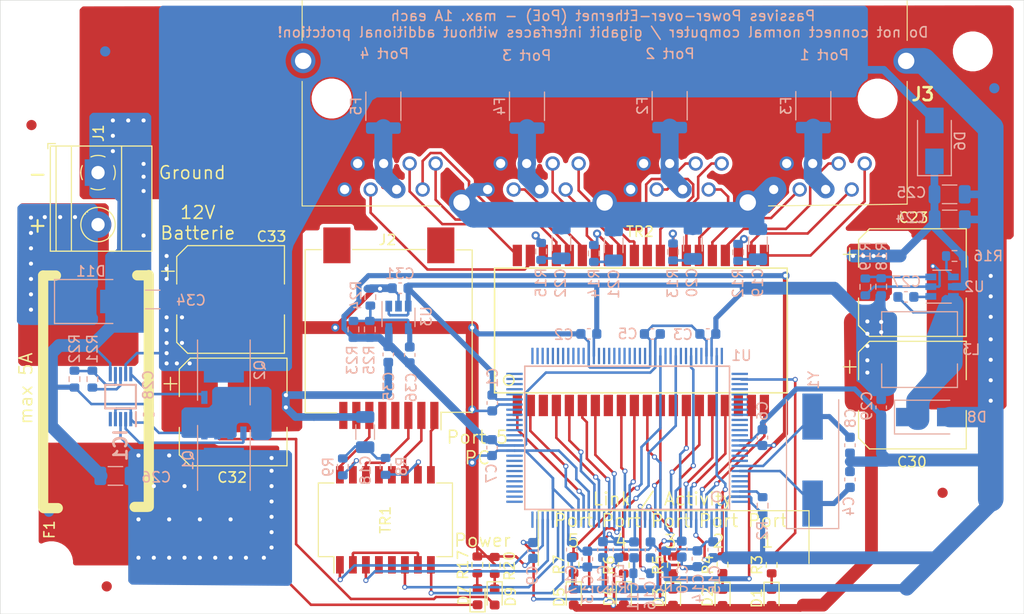
<source format=kicad_pcb>
(kicad_pcb (version 20171130) (host pcbnew 5.1.10-88a1d61d58~90~ubuntu20.04.1)
  (layers (0 F.Cu mixed hide) (31 B.Cu mixed) (34 B.Paste user) (35 F.Paste user hide) (36 B.SilkS user) (37 F.SilkS user hide) (38 B.Mask user) (39 F.Mask user hide) (44 Edge.Cuts user))
  (net 0 "")
  (net 1 +3V3)
  (net 2 GND)
  (net 3 "Net-(C4-Pad1)")
  (net 4 +1V2)
  (net 5 "Net-(C8-Pad1)")
  (net 6 "Net-(C18-Pad2)")
  (net 7 "Net-(C19-Pad2)")
  (net 8 "Net-(C20-Pad2)")
  (net 9 "Net-(C21-Pad2)")
  (net 10 "Net-(C22-Pad2)")
  (net 11 "Net-(C23-Pad1)")
  (net 12 "Net-(C26-Pad1)")
  (net 13 "Net-(C27-Pad1)")
  (net 14 "Net-(C28-Pad2)")
  (net 15 +VDC)
  (net 16 "Net-(D1-Pad1)")
  (net 17 "Net-(D2-Pad1)")
  (net 18 "Net-(D3-Pad1)")
  (net 19 "Net-(D4-Pad1)")
  (net 20 "Net-(D5-Pad1)")
  (net 21 "Net-(D7-Pad2)")
  (net 22 "Net-(D9-Pad1)")
  (net 23 +BATT)
  (net 24 "Net-(F2-Pad2)")
  (net 25 "Net-(F3-Pad2)")
  (net 26 "Net-(F4-Pad2)")
  (net 27 "Net-(F5-Pad2)")
  (net 28 "Net-(IC1-Pad2)")
  (net 29 "Net-(IC1-Pad5)")
  (net 30 "Net-(IC1-Pad7)")
  (net 31 "Net-(IC1-Pad8)")
  (net 32 "Net-(IC1-Pad10)")
  (net 33 "Net-(J2-Pad4)")
  (net 34 "Net-(R1-Pad1)")
  (net 35 "Net-(R2-Pad1)")
  (net 36 "Net-(R3-Pad2)")
  (net 37 "Net-(R4-Pad2)")
  (net 38 "Net-(R5-Pad2)")
  (net 39 "Net-(R6-Pad2)")
  (net 40 "Net-(R7-Pad2)")
  (net 41 "Net-(R8-Pad2)")
  (net 42 "Net-(R9-Pad2)")
  (net 43 "Net-(J2-Pad7)")
  (net 44 "Net-(R12-Pad2)")
  (net 45 "Net-(R13-Pad2)")
  (net 46 "Net-(R14-Pad2)")
  (net 47 "Net-(R15-Pad2)")
  (net 48 "Net-(R16-Pad1)")
  (net 49 "Net-(R18-Pad2)")
  (net 50 "Net-(TR1-Pad8)")
  (net 51 "Net-(TR1-Pad6)")
  (net 52 "Net-(TR1-Pad3)")
  (net 53 "Net-(TR1-Pad2)")
  (net 54 "Net-(TR1-Pad1)")
  (net 55 "Net-(U1-Pad38)")
  (net 56 "Net-(U1-Pad1)")
  (net 57 "Net-(U1-Pad69)")
  (net 58 "Net-(U1-Pad70)")
  (net 59 "Net-(U1-Pad71)")
  (net 60 "Net-(U1-Pad72)")
  (net 61 "Net-(U1-Pad73)")
  (net 62 "Net-(U1-Pad74)")
  (net 63 "Net-(U1-Pad75)")
  (net 64 "Net-(U1-Pad78)")
  (net 65 "Net-(U1-Pad79)")
  (net 66 "Net-(U1-Pad80)")
  (net 67 "Net-(U1-Pad81)")
  (net 68 "Net-(U1-Pad82)")
  (net 69 "Net-(U1-Pad83)")
  (net 70 "Net-(U1-Pad84)")
  (net 71 "Net-(U1-Pad85)")
  (net 72 "Net-(U1-Pad86)")
  (net 73 "Net-(U1-Pad87)")
  (net 74 "Net-(U1-Pad91)")
  (net 75 "Net-(U1-Pad92)")
  (net 76 "Net-(U1-Pad94)")
  (net 77 "Net-(U1-Pad95)")
  (net 78 "Net-(U1-Pad68)")
  (net 79 "Net-(U1-Pad67)")
  (net 80 "Net-(U1-Pad97)")
  (net 81 "Net-(U1-Pad98)")
  (net 82 "Net-(U1-Pad102)")
  (net 83 "Net-(U1-Pad65)")
  (net 84 "Net-(U1-Pad66)")
  (net 85 "Net-(U1-Pad128)")
  (net 86 "Net-(U1-Pad125)")
  (net 87 "Net-(U1-Pad119)")
  (net 88 "Net-(U1-Pad118)")
  (net 89 "Net-(U1-Pad115)")
  (net 90 "Net-(U1-Pad114)")
  (net 91 "Net-(U1-Pad113)")
  (net 92 "Net-(U1-Pad112)")
  (net 93 "Net-(U1-Pad111)")
  (net 94 "Net-(U1-Pad110)")
  (net 95 "Net-(U1-Pad109)")
  (net 96 "Net-(U1-Pad108)")
  (net 97 "Net-(U1-Pad107)")
  (net 98 "Net-(U1-Pad103)")
  (net 99 "Net-(U1-Pad105)")
  (net 100 "Net-(U1-Pad106)")
  (net 101 "Net-(U1-Pad39)")
  (net 102 "Net-(U1-Pad47)")
  (net 103 "Net-(U1-Pad48)")
  (net 104 "Net-(U1-Pad51)")
  (net 105 "Net-(U1-Pad52)")
  (net 106 "Net-(U1-Pad53)")
  (net 107 "Net-(U1-Pad54)")
  (net 108 "Net-(U1-Pad55)")
  (net 109 "Net-(U1-Pad56)")
  (net 110 "Net-(U1-Pad57)")
  (net 111 "Net-(U1-Pad60)")
  (net 112 "Net-(U1-Pad61)")
  (net 113 "Net-(U1-Pad62)")
  (net 114 "Net-(U1-Pad63)")
  (net 115 "Net-(U1-Pad64)")
  (net 116 /+1V2_A)
  (net 117 /+3V3_A)
  (net 118 /TX5+)
  (net 119 /TX5-)
  (net 120 /RX5+)
  (net 121 /RX5-)
  (net 122 /TX4+)
  (net 123 /TX4-)
  (net 124 /RX4+)
  (net 125 /RX4-)
  (net 126 /RX3+)
  (net 127 /RX3-)
  (net 128 /TX3+)
  (net 129 /TX3-)
  (net 130 /TX2+)
  (net 131 /TX2-)
  (net 132 /RX2+)
  (net 133 /RX2-)
  (net 134 /RX1+)
  (net 135 /RX1-)
  (net 136 /TX1+)
  (net 137 /TX1-)
  (net 138 "Net-(C27-Pad2)")
  (net 139 "Net-(J2-Pad5)")
  (net 140 "Net-(J2-Pad8)")
  (net 141 "Net-(C36-Pad2)")
  (net 142 "Net-(TR2-Pad1)")
  (net 143 "Net-(TR2-Pad2)")
  (net 144 "Net-(TR2-Pad3)")
  (net 145 "Net-(TR2-Pad4)")
  (net 146 "Net-(TR2-Pad5)")
  (net 147 "Net-(TR2-Pad6)")
  (net 148 "Net-(TR2-Pad7)")
  (net 149 "Net-(TR2-Pad8)")
  (net 150 "Net-(TR2-Pad9)")
  (net 151 "Net-(TR2-Pad10)")
  (net 152 "Net-(TR2-Pad11)")
  (net 153 "Net-(TR2-Pad12)")
  (net 154 "Net-(TR2-Pad13)")
  (net 155 "Net-(TR2-Pad14)")
  (net 156 "Net-(TR2-Pad15)")
  (net 157 "Net-(TR2-Pad16)")
  (net 158 "Net-(TR2-Pad17)")
  (net 159 "Net-(TR2-Pad18)")
  (net 160 "Net-(TR2-Pad19)")
  (net 161 "Net-(TR2-Pad20)")
  (module Crystal:Crystal_SMD_HC49-SD (layer B.Cu) (at 191.85 78.95 90)
    (fp_text reference Y1 (at 7.8 0.1 90) (layer B.SilkS) (effects (justify mirror)))
    (fp_text value OSC-CRY-25MHz-20pF)
    (pad 2 smd rect (at 4.25 0 90) (size 4.5 2) (layers B.Cu B.Paste B.Mask) (net 5 "Net-(C8-Pad1)"))
    (pad 1 smd rect (at -4.25 0 90) (size 4.5 2) (layers B.Cu B.Paste B.Mask) (net 3 "Net-(C4-Pad1)"))
  )
  (module Capacitor_SMD:C_0603_1608Metric (layer B.Cu) (at 152.5 68.675 90)
    (fp_text reference C36 (at -3.175 0.15 90) (layer B.SilkS) (effects (justify mirror)))
    (fp_text value CAP-X7R-0603-1nF-50V)
    (pad 2 smd roundrect (at 0.775 0 90) (size 0.9 0.95) (layers B.Cu B.Paste B.Mask) (net 141 "Net-(C36-Pad2)"))
    (pad 1 smd roundrect (at -0.775 0 90) (size 0.9 0.95) (layers B.Cu B.Paste B.Mask) (net 4 +1V2))
  )
  (module Diode_SMD:D_SMB (layer B.Cu) (at 121.35 63.45)
    (fp_text reference D11 (at 0 -2.95) (layer B.SilkS) (effects (justify mirror)))
    (fp_text value DIO-SM6T36CA)
    (pad 2 smd rect (at 2.15 0) (size 2.5 2.3) (layers B.Cu B.Paste B.Mask) (net 2 GND))
    (pad 1 smd rect (at -2.15 0) (size 2.5 2.3) (layers B.Cu B.Paste B.Mask) (net 23 +BATT))
  )
  (module Transformer_own:Transformer_Ethernet_Bourns_PT61017PEL (layer F.Cu) (at 150.12162 84.79028 90)
    (fp_text reference TR1 (at 0 0 90) (layer F.SilkS))
    (fp_text value TRANS-PT61017PEL)
    (pad 1 smd rect (at -4.4 -4.445 90) (size 1.7 0.76) (layers F.Cu F.Paste F.Mask) (net 54 "Net-(TR1-Pad1)"))
    (pad 2 smd rect (at -4.4 -3.175 90) (size 1.7 0.76) (layers F.Cu F.Paste F.Mask) (net 53 "Net-(TR1-Pad2)"))
    (pad 3 smd rect (at -4.4 -1.905 90) (size 1.7 0.76) (layers F.Cu F.Paste F.Mask) (net 52 "Net-(TR1-Pad3)"))
    (pad 4 smd rect (at -4.4 -0.635 90) (size 1.7 0.76) (layers F.Cu F.Paste F.Mask))
    (pad 7 smd rect (at -4.4 3.175 90) (size 1.7 0.76) (layers F.Cu F.Paste F.Mask) (net 53 "Net-(TR1-Pad2)"))
    (pad 5 smd rect (at -4.4 0.635 90) (size 1.7 0.76) (layers F.Cu F.Paste F.Mask))
    (pad 6 smd rect (at -4.4 1.905 90) (size 1.7 0.76) (layers F.Cu F.Paste F.Mask) (net 51 "Net-(TR1-Pad6)"))
    (pad 8 smd rect (at -4.4 4.445 90) (size 1.7 0.76) (layers F.Cu F.Paste F.Mask) (net 50 "Net-(TR1-Pad8)"))
    (pad 14 smd rect (at 4.4 -1.905 90) (size 1.7 0.76) (layers F.Cu F.Paste F.Mask) (net 120 /RX5+))
    (pad 11 smd rect (at 4.4 1.905 90) (size 1.7 0.76) (layers F.Cu F.Paste F.Mask) (net 119 /TX5-))
    (pad 9 smd rect (at 4.4 4.445 90) (size 1.7 0.76) (layers F.Cu F.Paste F.Mask) (net 118 /TX5+))
    (pad 15 smd rect (at 4.4 -3.175 90) (size 1.7 0.76) (layers F.Cu F.Paste F.Mask) (net 42 "Net-(R9-Pad2)"))
    (pad 10 smd rect (at 4.4 3.175 90) (size 1.7 0.76) (layers F.Cu F.Paste F.Mask) (net 41 "Net-(R8-Pad2)"))
    (pad 13 smd rect (at 4.4 -0.635 90) (size 1.7 0.76) (layers F.Cu F.Paste F.Mask))
    (pad 16 smd rect (at 4.4 -4.445 90) (size 1.7 0.76) (layers F.Cu F.Paste F.Mask) (net 121 /RX5-))
    (pad 12 smd rect (at 4.4 0.635 90) (size 1.7 0.76) (layers F.Cu F.Paste F.Mask))
  )
  (module Package_own:PowerPAK_SO-8_Single (layer B.Cu) (at 134.34082 70.15686 90)
    (fp_text reference Q2 (at 0 3.5 90) (layer B.SilkS) (effects (justify mirror)))
    (fp_text value FET-Si7461DP-T1-GE3)
    (pad 5 smd rect (at 0.69 0 90) (size 3.81 3.91) (layers B.Cu B.Paste B.Mask) (net 15 +VDC))
    (pad 5 smd rect (at 2.795 1.905 90) (size 1.02 0.61) (layers B.Cu B.Paste B.Mask) (net 15 +VDC))
    (pad 5 smd rect (at 2.795 0.635 90) (size 1.02 0.61) (layers B.Cu B.Paste B.Mask) (net 15 +VDC))
    (pad 5 smd rect (at 2.795 -0.635 90) (size 1.02 0.61) (layers B.Cu B.Paste B.Mask) (net 15 +VDC))
    (pad 5 smd rect (at 2.795 -1.905 90) (size 1.02 0.61) (layers B.Cu B.Paste B.Mask) (net 15 +VDC))
    (pad 4 smd rect (at -2.67 -1.905 90) (size 1.27 0.61) (layers B.Cu B.Paste B.Mask) (net 32 "Net-(IC1-Pad10)"))
    (pad 3 smd rect (at -2.67 -0.635 90) (size 1.27 0.61) (layers B.Cu B.Paste B.Mask) (net 14 "Net-(C28-Pad2)"))
    (pad 2 smd rect (at -2.67 0.635 90) (size 1.27 0.61) (layers B.Cu B.Paste B.Mask) (net 14 "Net-(C28-Pad2)"))
    (pad 1 smd rect (at -2.67 1.905 90) (size 1.27 0.61) (layers B.Cu B.Paste B.Mask) (net 14 "Net-(C28-Pad2)"))
  )
  (module Package_own:PowerPAK_SO-8_Single (layer B.Cu) (at 134.344579 78.969341 270)
    (fp_text reference Q1 (at 0 3.5 90) (layer B.SilkS) (effects (justify mirror)))
    (fp_text value FET-Si7461DP-T1-GE3)
    (pad 5 smd rect (at 0.69 0 270) (size 3.81 3.91) (layers B.Cu B.Paste B.Mask) (net 12 "Net-(C26-Pad1)"))
    (pad 5 smd rect (at 2.795 1.905 270) (size 1.02 0.61) (layers B.Cu B.Paste B.Mask) (net 12 "Net-(C26-Pad1)"))
    (pad 5 smd rect (at 2.795 0.635 270) (size 1.02 0.61) (layers B.Cu B.Paste B.Mask) (net 12 "Net-(C26-Pad1)"))
    (pad 5 smd rect (at 2.795 -0.635 270) (size 1.02 0.61) (layers B.Cu B.Paste B.Mask) (net 12 "Net-(C26-Pad1)"))
    (pad 5 smd rect (at 2.795 -1.905 270) (size 1.02 0.61) (layers B.Cu B.Paste B.Mask) (net 12 "Net-(C26-Pad1)"))
    (pad 4 smd rect (at -2.67 -1.905 270) (size 1.27 0.61) (layers B.Cu B.Paste B.Mask) (net 28 "Net-(IC1-Pad2)"))
    (pad 3 smd rect (at -2.67 -0.635 270) (size 1.27 0.61) (layers B.Cu B.Paste B.Mask) (net 14 "Net-(C28-Pad2)"))
    (pad 2 smd rect (at -2.67 0.635 270) (size 1.27 0.61) (layers B.Cu B.Paste B.Mask) (net 14 "Net-(C28-Pad2)"))
    (pad 1 smd rect (at -2.67 1.905 270) (size 1.27 0.61) (layers B.Cu B.Paste B.Mask) (net 14 "Net-(C28-Pad2)"))
  )
  (module Inductor_own:DE0703-22 (layer B.Cu) (at 202.3 68.15 180)
    (fp_text reference L3 (at -5.05 0) (layer B.SilkS) (effects (justify mirror)))
    (fp_text value IND-7.3x7.3-22nH-1.2A)
    (pad 2 smd rect (at 3.2 0 180) (size 1.5 2.2) (layers B.Cu B.Paste B.Mask) (net 1 +3V3))
    (pad 1 smd rect (at -3.2 0 180) (size 1.5 2.2) (layers B.Cu B.Paste B.Mask) (net 13 "Net-(C27-Pad1)"))
  )
  (module Fuse_own:Fuse_1812_4532Metric (layer B.Cu) (at 149.92096 44.35862 270)
    (fp_text reference F5 (at 0 2.65 90) (layer B.SilkS) (effects (justify mirror)))
    (fp_text value FUSE-PTC-0ZCG0110CF2B)
    (pad 1 smd roundrect (at -2.1375 0 270) (size 1.125 3.4) (layers B.Cu B.Paste B.Mask) (roundrect_rratio 0.222222) (net 15 +VDC))
    (pad 2 smd roundrect (at 2.1375 0 270) (size 1.125 3.4) (layers B.Cu B.Paste B.Mask) (roundrect_rratio 0.222222) (net 27 "Net-(F5-Pad2)"))
  )
  (module Fuse_own:Fuse_1812_4532Metric (layer B.Cu) (at 163.95192 44.35862 270)
    (fp_text reference F4 (at 0 2.65 90) (layer B.SilkS) (effects (justify mirror)))
    (fp_text value FUSE-PTC-0ZCG0110CF2B)
    (pad 1 smd roundrect (at -2.1375 0 270) (size 1.125 3.4) (layers B.Cu B.Paste B.Mask) (roundrect_rratio 0.222222) (net 15 +VDC))
    (pad 2 smd roundrect (at 2.1375 0 270) (size 1.125 3.4) (layers B.Cu B.Paste B.Mask) (roundrect_rratio 0.222222) (net 26 "Net-(F4-Pad2)"))
  )
  (module Fuse_own:Fuse_1812_4532Metric (layer B.Cu) (at 191.91986 44.31036 270)
    (fp_text reference F3 (at 0 2.65 90) (layer B.SilkS) (effects (justify mirror)))
    (fp_text value FUSE-PTC-0ZCG0110CF2B)
    (pad 1 smd roundrect (at -2.1375 0 270) (size 1.125 3.4) (layers B.Cu B.Paste B.Mask) (roundrect_rratio 0.222222) (net 15 +VDC))
    (pad 2 smd roundrect (at 2.1375 0 270) (size 1.125 3.4) (layers B.Cu B.Paste B.Mask) (roundrect_rratio 0.222222) (net 25 "Net-(F3-Pad2)"))
  )
  (module Fuse_own:Fuse_1812_4532Metric (layer B.Cu) (at 177.8889 44.31036 270)
    (fp_text reference F2 (at 0 2.65 90) (layer B.SilkS) (effects (justify mirror)))
    (fp_text value FUSE-PTC-0ZCG0110CF2B)
    (pad 1 smd roundrect (at -2.1375 0 270) (size 1.125 3.4) (layers B.Cu B.Paste B.Mask) (roundrect_rratio 0.222222) (net 15 +VDC))
    (pad 2 smd roundrect (at 2.1375 0 270) (size 1.125 3.4) (layers B.Cu B.Paste B.Mask) (roundrect_rratio 0.222222) (net 24 "Net-(F2-Pad2)"))
  )
  (module Connector_own:A00432262450 (layer F.Cu) (at 146.1389 52.5)
    (fp_text reference J3 (at 56.4861 -9.3083) (layer F.SilkS) (effects (font (size 1.27 1.27) (thickness 0.254))))
    (fp_text value A00-432-262-450 hide)
    (pad 32 thru_hole circle (at 0 0) (size 1.4 1.4) (drill 0.9) (layers *.Cu *.Mask) (net 2 GND))
    (pad 31 thru_hole circle (at 1.27 -2.54) (size 1.4 1.4) (drill 0.9) (layers *.Cu *.Mask) (net 2 GND))
    (pad 30 thru_hole circle (at 2.54 0) (size 1.4 1.4) (drill 0.9) (layers *.Cu *.Mask) (net 123 /TX4-))
    (pad 29 thru_hole circle (at 3.81 -2.54) (size 1.4 1.4) (drill 0.9) (layers *.Cu *.Mask) (net 27 "Net-(F5-Pad2)"))
    (pad 28 thru_hole circle (at 5.08 0) (size 1.4 1.4) (drill 0.9) (layers *.Cu *.Mask) (net 27 "Net-(F5-Pad2)"))
    (pad 27 thru_hole circle (at 6.35 -2.54) (size 1.4 1.4) (drill 0.9) (layers *.Cu *.Mask) (net 122 /TX4+))
    (pad 26 thru_hole circle (at 7.62 0) (size 1.4 1.4) (drill 0.9) (layers *.Cu *.Mask) (net 125 /RX4-))
    (pad 25 thru_hole circle (at 8.89 -2.54) (size 1.4 1.4) (drill 0.9) (layers *.Cu *.Mask) (net 124 /RX4+))
    (pad 24 thru_hole circle (at 13.97 0) (size 1.4 1.4) (drill 0.9) (layers *.Cu *.Mask) (net 2 GND))
    (pad 23 thru_hole circle (at 15.24 -2.54) (size 1.4 1.4) (drill 0.9) (layers *.Cu *.Mask) (net 2 GND))
    (pad 22 thru_hole circle (at 16.51 0) (size 1.4 1.4) (drill 0.9) (layers *.Cu *.Mask) (net 127 /RX3-))
    (pad 21 thru_hole circle (at 17.78 -2.54) (size 1.4 1.4) (drill 0.9) (layers *.Cu *.Mask) (net 26 "Net-(F4-Pad2)"))
    (pad 20 thru_hole circle (at 19.05 0) (size 1.4 1.4) (drill 0.9) (layers *.Cu *.Mask) (net 26 "Net-(F4-Pad2)"))
    (pad 19 thru_hole circle (at 20.32 -2.54) (size 1.4 1.4) (drill 0.9) (layers *.Cu *.Mask) (net 126 /RX3+))
    (pad 18 thru_hole circle (at 21.59 0) (size 1.4 1.4) (drill 0.9) (layers *.Cu *.Mask) (net 129 /TX3-))
    (pad 17 thru_hole circle (at 22.86 -2.54) (size 1.4 1.4) (drill 0.9) (layers *.Cu *.Mask) (net 128 /TX3+))
    (pad 16 thru_hole circle (at 27.94 0) (size 1.4 1.4) (drill 0.9) (layers *.Cu *.Mask) (net 2 GND))
    (pad 15 thru_hole circle (at 29.21 -2.54) (size 1.4 1.4) (drill 0.9) (layers *.Cu *.Mask) (net 2 GND))
    (pad 14 thru_hole circle (at 30.48 0) (size 1.4 1.4) (drill 0.9) (layers *.Cu *.Mask) (net 131 /TX2-))
    (pad 13 thru_hole circle (at 31.75 -2.54) (size 1.4 1.4) (drill 0.9) (layers *.Cu *.Mask) (net 24 "Net-(F2-Pad2)"))
    (pad 12 thru_hole circle (at 33.02 0) (size 1.4 1.4) (drill 0.9) (layers *.Cu *.Mask) (net 24 "Net-(F2-Pad2)"))
    (pad 11 thru_hole circle (at 34.29 -2.54) (size 1.4 1.4) (drill 0.9) (layers *.Cu *.Mask) (net 130 /TX2+))
    (pad 10 thru_hole circle (at 35.56 0) (size 1.4 1.4) (drill 0.9) (layers *.Cu *.Mask) (net 133 /RX2-))
    (pad 9 thru_hole circle (at 36.83 -2.54) (size 1.4 1.4) (drill 0.9) (layers *.Cu *.Mask) (net 132 /RX2+))
    (pad 8 thru_hole circle (at 41.91 0) (size 1.4 1.4) (drill 0.9) (layers *.Cu *.Mask) (net 2 GND))
    (pad 7 thru_hole circle (at 43.18 -2.54) (size 1.4 1.4) (drill 0.9) (layers *.Cu *.Mask) (net 2 GND))
    (pad 6 thru_hole circle (at 44.45 0) (size 1.4 1.4) (drill 0.9) (layers *.Cu *.Mask) (net 135 /RX1-))
    (pad 5 thru_hole circle (at 45.72 -2.54 90) (size 1.4 1.4) (drill 0.9) (layers *.Cu *.Mask) (net 25 "Net-(F3-Pad2)"))
    (pad 4 thru_hole circle (at 46.99 0) (size 1.4 1.4) (drill 0.9) (layers *.Cu *.Mask) (net 25 "Net-(F3-Pad2)"))
    (pad 3 thru_hole circle (at 48.26 -2.54) (size 1.4 1.4) (drill 0.9) (layers *.Cu *.Mask) (net 134 /RX1+))
    (pad 2 thru_hole circle (at 49.53 0) (size 1.4 1.4) (drill 0.9) (layers *.Cu *.Mask) (net 137 /TX1-))
    (pad 1 thru_hole circle (at 50.8 -2.54) (size 1.4 1.4) (drill 0.9) (layers *.Cu *.Mask) (net 136 /TX1+))
    (pad 33 thru_hole circle (at 11.42 1.27) (size 2.4 2.4) (drill 1.6) (layers *.Cu *.Mask) (net 2 GND))
    (pad 34 thru_hole circle (at 25.4 1.27) (size 2.4 2.4) (drill 1.6) (layers *.Cu *.Mask) (net 2 GND))
    (pad 35 thru_hole circle (at 39.38 1.27) (size 2.4 2.4) (drill 1.6) (layers *.Cu *.Mask) (net 2 GND))
    (pad 36 thru_hole circle (at -4.05 -12.57) (size 2.4 2.4) (drill 1.6) (layers *.Cu *.Mask) (net 2 GND))
    (pad 37 thru_hole circle (at 54.85 -12.57) (size 2.4 2.4) (drill 1.6) (layers *.Cu *.Mask) (net 2 GND))
    (pad "" np_thru_hole circle (at -1.27 -8.89) (size 3.2 3.2) (drill 3.2) (layers *.Cu *.Mask))
    (pad 39 np_thru_hole circle (at 52.07 -8.89) (size 3.2 0) (drill 3.2) (layers *.Cu *.Mask))
  )
  (module Connector_own:RJJS-88-143-E1V-039 (layer F.Cu) (at 150.4569 65.4115 180)
    (fp_text reference J2 (at 0.1319 7.9865) (layer F.SilkS))
    (fp_text value RJJS-88-143-E1V-039)
    (pad "" smd rect (at 5.075 7.45) (size 2.65 3.5) (layers F.Cu F.Paste F.Mask))
    (pad "" np_thru_hole circle (at 5.715 2) (size 2.1 2.1) (drill 2.1) (layers *.Cu *.Mask))
    (pad "" np_thru_hole circle (at -5.715 2) (size 2.1 2.1) (drill 2.1) (layers *.Cu *.Mask))
    (pad "" smd rect (at -5.075 7.45) (size 2.65 3.5) (layers F.Cu F.Paste F.Mask))
    (pad 1 smd rect (at -4.445 -9.175) (size 0.8 2.65) (layers F.Cu F.Paste F.Mask) (net 118 /TX5+))
    (pad 2 smd rect (at -3.175 -9.175) (size 0.8 2.65) (layers F.Cu F.Paste F.Mask) (net 119 /TX5-))
    (pad 3 smd rect (at -1.905 -9.175) (size 0.8 2.65) (layers F.Cu F.Paste F.Mask) (net 120 /RX5+))
    (pad 4 smd rect (at -0.635 -9.175) (size 0.8 2.65) (layers F.Cu F.Paste F.Mask) (net 33 "Net-(J2-Pad4)"))
    (pad 5 smd rect (at 0.635 -9.175) (size 0.8 2.65) (layers F.Cu F.Paste F.Mask) (net 139 "Net-(J2-Pad5)"))
    (pad 6 smd rect (at 1.905 -9.175) (size 0.8 2.65) (layers F.Cu F.Paste F.Mask) (net 121 /RX5-))
    (pad 7 smd rect (at 3.175 -9.175) (size 0.8 2.65) (layers F.Cu F.Paste F.Mask) (net 43 "Net-(J2-Pad7)"))
    (pad 8 smd rect (at 4.445 -9.175) (size 0.8 2.65) (layers F.Cu F.Paste F.Mask) (net 140 "Net-(J2-Pad8)"))
  )
  (module TerminalBlock_Phoenix:TerminalBlock_Phoenix_MKDS-1,5-2-5.08_1x02_P5.08mm_Horizontal (layer F.Cu) (at 122.05 50.85 270)
    (fp_text reference J1 (at -3.85 -0.05 90) (layer F.SilkS))
    (fp_text value CONN-TB007-508-02BE)
    (pad 2 thru_hole circle (at 5.08 0 270) (size 2.6 2.6) (drill 1.3) (layers *.Cu *.Mask) (net 23 +BATT))
    (pad 1 thru_hole rect (at 0 0 270) (size 2.6 2.6) (drill 1.3) (layers *.Cu *.Mask) (net 2 GND))
  )
  (module Transformer_own:H1164NL (layer F.Cu) (at 175.07458 66.28018)
    (fp_text reference TR2 (at -0.09 -9.66) (layer F.SilkS))
    (fp_text value TRANS-H1164NL)
    (pad 1 smd rect (at -12.065 7.3325) (size 0.9 2.095) (layers F.Cu F.Paste F.Mask) (net 142 "Net-(TR2-Pad1)"))
    (pad 2 smd rect (at -10.795 7.3325) (size 0.9 2.095) (layers F.Cu F.Paste F.Mask) (net 143 "Net-(TR2-Pad2)"))
    (pad 3 smd rect (at -9.525 7.3325) (size 0.9 2.095) (layers F.Cu F.Paste F.Mask) (net 144 "Net-(TR2-Pad3)"))
    (pad 4 smd rect (at -8.255 7.3325) (size 0.9 2.095) (layers F.Cu F.Paste F.Mask) (net 145 "Net-(TR2-Pad4)"))
    (pad 5 smd rect (at -6.985 7.3325) (size 0.9 2.095) (layers F.Cu F.Paste F.Mask) (net 146 "Net-(TR2-Pad5)"))
    (pad 6 smd rect (at -5.715 7.3325) (size 0.9 2.095) (layers F.Cu F.Paste F.Mask) (net 147 "Net-(TR2-Pad6)"))
    (pad 7 smd rect (at -4.445 7.3325) (size 0.9 2.095) (layers F.Cu F.Paste F.Mask) (net 148 "Net-(TR2-Pad7)"))
    (pad 8 smd rect (at -3.175 7.3325) (size 0.9 2.095) (layers F.Cu F.Paste F.Mask) (net 149 "Net-(TR2-Pad8)"))
    (pad 9 smd rect (at -1.905 7.3325) (size 0.9 2.095) (layers F.Cu F.Paste F.Mask) (net 150 "Net-(TR2-Pad9)"))
    (pad 10 smd rect (at -0.635 7.3325) (size 0.9 2.095) (layers F.Cu F.Paste F.Mask) (net 151 "Net-(TR2-Pad10)"))
    (pad 11 smd rect (at 0.635 7.3325) (size 0.9 2.095) (layers F.Cu F.Paste F.Mask) (net 152 "Net-(TR2-Pad11)"))
    (pad 12 smd rect (at 1.905 7.3325) (size 0.9 2.095) (layers F.Cu F.Paste F.Mask) (net 153 "Net-(TR2-Pad12)"))
    (pad 13 smd rect (at 3.175 7.3325) (size 0.9 2.095) (layers F.Cu F.Paste F.Mask) (net 154 "Net-(TR2-Pad13)"))
    (pad 14 smd rect (at 4.445 7.3325) (size 0.9 2.095) (layers F.Cu F.Paste F.Mask) (net 155 "Net-(TR2-Pad14)"))
    (pad 15 smd rect (at 5.715 7.3325) (size 0.9 2.095) (layers F.Cu F.Paste F.Mask) (net 156 "Net-(TR2-Pad15)"))
    (pad 16 smd rect (at 6.985 7.3325) (size 0.9 2.095) (layers F.Cu F.Paste F.Mask) (net 157 "Net-(TR2-Pad16)"))
    (pad 17 smd rect (at 8.255 7.3325) (size 0.9 2.095) (layers F.Cu F.Paste F.Mask) (net 158 "Net-(TR2-Pad17)"))
    (pad 18 smd rect (at 9.525 7.3325) (size 0.9 2.095) (layers F.Cu F.Paste F.Mask) (net 159 "Net-(TR2-Pad18)"))
    (pad 19 smd rect (at 10.795 7.3325) (size 0.9 2.095) (layers F.Cu F.Paste F.Mask) (net 160 "Net-(TR2-Pad19)"))
    (pad 20 smd rect (at 12.065 7.3325) (size 0.9 2.095) (layers F.Cu F.Paste F.Mask) (net 161 "Net-(TR2-Pad20)"))
    (pad 21 smd rect (at 12.065 -7.3325) (size 0.9 2.095) (layers F.Cu F.Paste F.Mask) (net 136 /TX1+))
    (pad 22 smd rect (at 10.795 -7.3325) (size 0.9 2.095) (layers F.Cu F.Paste F.Mask) (net 137 /TX1-))
    (pad 23 smd rect (at 9.525 -7.3325) (size 0.9 2.095) (layers F.Cu F.Paste F.Mask) (net 44 "Net-(R12-Pad2)"))
    (pad 24 smd rect (at 8.255 -7.3325) (size 0.9 2.095) (layers F.Cu F.Paste F.Mask) (net 134 /RX1+))
    (pad 25 smd rect (at 6.985 -7.3325) (size 0.9 2.095) (layers F.Cu F.Paste F.Mask) (net 135 /RX1-))
    (pad 26 smd rect (at 5.715 -7.3325) (size 0.9 2.095) (layers F.Cu F.Paste F.Mask) (net 133 /RX2-))
    (pad 27 smd rect (at 4.445 -7.3325) (size 0.9 2.095) (layers F.Cu F.Paste F.Mask) (net 132 /RX2+))
    (pad 28 smd rect (at 3.175 -7.3325) (size 0.9 2.095) (layers F.Cu F.Paste F.Mask) (net 45 "Net-(R13-Pad2)"))
    (pad 29 smd rect (at 1.905 -7.3325) (size 0.9 2.095) (layers F.Cu F.Paste F.Mask) (net 131 /TX2-))
    (pad 30 smd rect (at 0.635 -7.3325) (size 0.9 2.095) (layers F.Cu F.Paste F.Mask) (net 130 /TX2+))
    (pad 31 smd rect (at -0.635 -7.3325) (size 0.9 2.095) (layers F.Cu F.Paste F.Mask) (net 128 /TX3+))
    (pad 32 smd rect (at -1.905 -7.3325) (size 0.9 2.095) (layers F.Cu F.Paste F.Mask) (net 129 /TX3-))
    (pad 33 smd rect (at -3.175 -7.3325) (size 0.9 2.095) (layers F.Cu F.Paste F.Mask) (net 46 "Net-(R14-Pad2)"))
    (pad 34 smd rect (at -4.445 -7.3325) (size 0.9 2.095) (layers F.Cu F.Paste F.Mask) (net 126 /RX3+))
    (pad 35 smd rect (at -5.715 -7.3325) (size 0.9 2.095) (layers F.Cu F.Paste F.Mask) (net 127 /RX3-))
    (pad 36 smd rect (at -6.985 -7.3325) (size 0.9 2.095) (layers F.Cu F.Paste F.Mask) (net 125 /RX4-))
    (pad 37 smd rect (at -8.255 -7.3325) (size 0.9 2.095) (layers F.Cu F.Paste F.Mask) (net 124 /RX4+))
    (pad 38 smd rect (at -9.525 -7.3325) (size 0.9 2.095) (layers F.Cu F.Paste F.Mask) (net 47 "Net-(R15-Pad2)"))
    (pad 39 smd rect (at -10.795 -7.3325) (size 0.9 2.095) (layers F.Cu F.Paste F.Mask) (net 123 /TX4-))
    (pad 40 smd rect (at -12.065 -7.3325) (size 0.9 2.095) (layers F.Cu F.Paste F.Mask) (net 122 /TX4+))
  )
  (module Fuse_own:Fuseholder_Cylinder-5x20mm_Schurter_SMD_0031.8221 (layer F.Cu) (at 122 72.25 90)
    (fp_text reference F1 (at -13.50546 -4.69574 90) (layer F.SilkS))
    (fp_text value FUSE-0031.8221)
    (pad 2 smd rect (at 8.5 0 90) (size 6 6) (layers F.Cu F.Paste F.Mask) (net 23 +BATT))
    (pad 1 smd rect (at -8.5 0 90) (size 6 6) (layers F.Cu F.Paste F.Mask) (net 12 "Net-(C26-Pad1)"))
  )
  (module Resistor_SMD:R_0603_1608Metric (layer B.Cu) (at 148.6 66.175 270)
    (fp_text reference R25 (at 3 0.075 270) (layer B.SilkS) (effects (justify mirror)))
    (fp_text value RES-0603-15k)
    (pad 2 smd roundrect (at 0.825 0 270) (size 0.8 0.95) (layers B.Cu B.Paste B.Mask) (net 4 +1V2))
    (pad 1 smd roundrect (at -0.825 0 270) (size 0.8 0.95) (layers B.Cu B.Paste B.Mask) (net 141 "Net-(C36-Pad2)"))
  )
  (module Capacitor_SMD:C_0603_1608Metric (layer B.Cu) (at 169.84726 88.63574 90)
    (fp_text reference C13 (at -2.93634 0.04572 90) (layer B.SilkS) (effects (justify mirror)))
    (fp_text value CAP-X5R-0603-10uF-10V)
    (pad 2 smd roundrect (at 0.775 0 90) (size 0.9 0.95) (layers B.Cu B.Paste B.Mask) (net 116 /+1V2_A))
    (pad 1 smd roundrect (at -0.775 0 90) (size 0.9 0.95) (layers B.Cu B.Paste B.Mask) (net 2 GND))
  )
  (module MountingHole:MountingHole_3.2mm_M3 (layer F.Cu) (at 207.5 89)
    (fp_text reference H4 hide)
    (fp_text value MountingHole)
    (pad 1 np_thru_hole circle (at 0 0) (size 3.2 3.2) (drill 3.2) (layers *.Cu *.Mask))
  )
  (module MountingHole:MountingHole_3.2mm_M3 (layer F.Cu) (at 117.5 39)
    (fp_text reference H3 hide)
    (fp_text value MountingHole)
    (pad 1 np_thru_hole circle (at 0 0) (size 3.2 3.2) (drill 3.2) (layers *.Cu *.Mask))
  )
  (module MountingHole:MountingHole_3.2mm_M3 (layer F.Cu) (at 117.5 89)
    (fp_text reference H2 hide)
    (fp_text value MountingHole)
    (pad 1 np_thru_hole circle (at 0 0) (size 3.2 3.2) (drill 3.2) (layers *.Cu *.Mask))
  )
  (module MountingHole:MountingHole_3.2mm_M3 (layer F.Cu) (at 207.5 39)
    (fp_text reference H1 hide)
    (fp_text value MountingHole)
    (pad 1 np_thru_hole circle (at 0 0) (size 3.2 3.2) (drill 3.2) (layers *.Cu *.Mask))
  )
  (module Fiducial:Fiducial_1mm_Mask2mm (layer B.Cu) (at 209.6 42.6)
    (fp_text reference FID6 hide)
    (fp_text value Fiducial)
    (pad "" smd circle (at 0 0) (size 1 1) (layers B.Cu B.Mask) (clearance 0.5))
  )
  (module Fiducial:Fiducial_1mm_Mask2mm (layer F.Cu) (at 204.55 82.15)
    (fp_text reference FID5 hide)
    (fp_text value Fiducial)
    (pad "" smd circle (at 0 0) (size 1 1) (layers F.Cu F.Mask) (clearance 0.5))
  )
  (module Fiducial:Fiducial_1mm_Mask2mm (layer B.Cu) (at 122.75 39)
    (fp_text reference FID4 hide)
    (fp_text value Fiducial)
    (pad "" smd circle (at 0 0) (size 1 1) (layers B.Cu B.Mask) (clearance 0.5))
  )
  (module Fiducial:Fiducial_1mm_Mask2mm (layer F.Cu) (at 115.55 46.2)
    (fp_text reference FID3 hide)
    (fp_text value Fiducial)
    (pad "" smd circle (at 0 0) (size 1 1) (layers F.Cu F.Mask) (clearance 0.5))
  )
  (module Fiducial:Fiducial_1mm_Mask2mm (layer F.Cu) (at 122.9 91.3)
    (fp_text reference FID2 hide)
    (fp_text value Fiducial)
    (pad "" smd circle (at 0 0) (size 1 1) (layers F.Cu F.Mask) (clearance 0.5))
  )
  (module Fiducial:Fiducial_1mm_Mask2mm (layer B.Cu) (at 117.25 84)
    (fp_text reference FID1 hide)
    (fp_text value Fiducial)
    (pad "" smd circle (at 0 0) (size 1 1) (layers B.Cu B.Mask) (clearance 0.5))
  )
  (module Package_TO_SOT_SMD:SOT-23-5 (layer B.Cu) (at 151.4 65 270)
    (fp_text reference U3 (at -0.1 -2.725 90) (layer B.SilkS) (effects (justify mirror)))
    (fp_text value AP2127K-ADJ)
    (pad 5 smd rect (at 1.1 0.95 270) (size 1.06 0.65) (layers B.Cu B.Paste B.Mask) (net 4 +1V2))
    (pad 4 smd rect (at 1.1 -0.95 270) (size 1.06 0.65) (layers B.Cu B.Paste B.Mask) (net 141 "Net-(C36-Pad2)"))
    (pad 3 smd rect (at -1.1 -0.95 270) (size 1.06 0.65) (layers B.Cu B.Paste B.Mask) (net 1 +3V3))
    (pad 2 smd rect (at -1.1 0 270) (size 1.06 0.65) (layers B.Cu B.Paste B.Mask) (net 2 GND))
    (pad 1 smd rect (at -1.1 0.95 270) (size 1.06 0.65) (layers B.Cu B.Paste B.Mask) (net 1 +3V3))
  )
  (module Package_TO_SOT_SMD:SOT-23-6 (layer B.Cu) (at 204.5 62)
    (fp_text reference U2 (at 3.15 0) (layer B.SilkS) (effects (justify mirror)))
    (fp_text value REG-BUCK-AOZ1282CI)
    (pad 5 smd rect (at 1.1 0) (size 1.06 0.65) (layers B.Cu B.Paste B.Mask) (net 11 "Net-(C23-Pad1)"))
    (pad 6 smd rect (at 1.1 0.95) (size 1.06 0.65) (layers B.Cu B.Paste B.Mask) (net 13 "Net-(C27-Pad1)"))
    (pad 4 smd rect (at 1.1 -0.95) (size 1.06 0.65) (layers B.Cu B.Paste B.Mask) (net 48 "Net-(R16-Pad1)"))
    (pad 3 smd rect (at -1.1 -0.95) (size 1.06 0.65) (layers B.Cu B.Paste B.Mask) (net 49 "Net-(R18-Pad2)"))
    (pad 2 smd rect (at -1.1 0) (size 1.06 0.65) (layers B.Cu B.Paste B.Mask) (net 2 GND))
    (pad 1 smd rect (at -1.1 0.95) (size 1.06 0.65) (layers B.Cu B.Paste B.Mask) (net 138 "Net-(C27-Pad2)"))
  )
  (module Package_own:PQFP-128_14x20mm_P0.5mm (layer B.Cu) (at 173.73346 76.77658 180)
    (fp_text reference U1 (at -11.16838 8.04164) (layer B.SilkS) (effects (justify mirror)))
    (fp_text value IC-KSZ8895MQXCA)
    (pad 11 smd rect (at -4.25 -8 180) (size 0.22 1.6) (layers B.Cu B.Paste B.Mask) (net 156 "Net-(TR2-Pad15)"))
    (pad 12 smd rect (at -3.75 -8 180) (size 0.22 1.6) (layers B.Cu B.Paste B.Mask) (net 2 GND))
    (pad 13 smd rect (at -3.25 -8 180) (size 0.22 1.6) (layers B.Cu B.Paste B.Mask) (net 152 "Net-(TR2-Pad11)"))
    (pad 14 smd rect (at -2.75 -8 180) (size 0.22 1.6) (layers B.Cu B.Paste B.Mask) (net 153 "Net-(TR2-Pad12)"))
    (pad 15 smd rect (at -2.25 -8 180) (size 0.22 1.6) (layers B.Cu B.Paste B.Mask) (net 116 /+1V2_A))
    (pad 16 smd rect (at -1.75 -8 180) (size 0.22 1.6) (layers B.Cu B.Paste B.Mask) (net 2 GND))
    (pad 17 smd rect (at -1.25 -8 180) (size 0.22 1.6) (layers B.Cu B.Paste B.Mask) (net 34 "Net-(R1-Pad1)"))
    (pad 18 smd rect (at -0.75 -8 180) (size 0.22 1.6) (layers B.Cu B.Paste B.Mask) (net 117 /+3V3_A))
    (pad 19 smd rect (at -0.25 -8 180) (size 0.22 1.6) (layers B.Cu B.Paste B.Mask) (net 151 "Net-(TR2-Pad10)"))
    (pad 20 smd rect (at 0.25 -8 180) (size 0.22 1.6) (layers B.Cu B.Paste B.Mask) (net 150 "Net-(TR2-Pad9)"))
    (pad 21 smd rect (at 0.75 -8 180) (size 0.22 1.6) (layers B.Cu B.Paste B.Mask) (net 2 GND))
    (pad 22 smd rect (at 1.25 -8 180) (size 0.22 1.6) (layers B.Cu B.Paste B.Mask) (net 148 "Net-(TR2-Pad7)"))
    (pad 23 smd rect (at 1.75 -8 180) (size 0.22 1.6) (layers B.Cu B.Paste B.Mask) (net 147 "Net-(TR2-Pad6)"))
    (pad 24 smd rect (at 2.25 -8 180) (size 0.22 1.6) (layers B.Cu B.Paste B.Mask) (net 117 /+3V3_A))
    (pad 25 smd rect (at 2.75 -8 180) (size 0.22 1.6) (layers B.Cu B.Paste B.Mask) (net 145 "Net-(TR2-Pad4)"))
    (pad 26 smd rect (at 3.25 -8 180) (size 0.22 1.6) (layers B.Cu B.Paste B.Mask) (net 146 "Net-(TR2-Pad5)"))
    (pad 27 smd rect (at 3.75 -8 180) (size 0.22 1.6) (layers B.Cu B.Paste B.Mask) (net 2 GND))
    (pad 28 smd rect (at 4.25 -8 180) (size 0.22 1.6) (layers B.Cu B.Paste B.Mask) (net 142 "Net-(TR2-Pad1)"))
    (pad 29 smd rect (at 4.75 -8 180) (size 0.22 1.6) (layers B.Cu B.Paste B.Mask) (net 143 "Net-(TR2-Pad2)"))
    (pad 30 smd rect (at 5.25 -8 180) (size 0.22 1.6) (layers B.Cu B.Paste B.Mask) (net 2 GND))
    (pad 31 smd rect (at 5.75 -8 180) (size 0.22 1.6) (layers B.Cu B.Paste B.Mask) (net 116 /+1V2_A))
    (pad 32 smd rect (at 6.25 -8 180) (size 0.22 1.6) (layers B.Cu B.Paste B.Mask) (net 50 "Net-(TR1-Pad8)"))
    (pad 33 smd rect (at 6.75 -8 180) (size 0.22 1.6) (layers B.Cu B.Paste B.Mask) (net 51 "Net-(TR1-Pad6)"))
    (pad 34 smd rect (at 7.25 -8 180) (size 0.22 1.6) (layers B.Cu B.Paste B.Mask) (net 2 GND))
    (pad 35 smd rect (at 7.75 -8 180) (size 0.22 1.6) (layers B.Cu B.Paste B.Mask) (net 52 "Net-(TR1-Pad3)"))
    (pad 36 smd rect (at 8.25 -8 180) (size 0.22 1.6) (layers B.Cu B.Paste B.Mask) (net 54 "Net-(TR1-Pad1)"))
    (pad 37 smd rect (at 8.75 -8 180) (size 0.22 1.6) (layers B.Cu B.Paste B.Mask) (net 117 /+3V3_A))
    (pad 38 smd rect (at 9.25 -8 180) (size 0.22 1.6) (layers B.Cu B.Paste B.Mask) (net 55 "Net-(U1-Pad38)"))
    (pad 1 smd rect (at -9.25 -8 180) (size 0.22 1.6) (layers B.Cu B.Paste B.Mask) (net 56 "Net-(U1-Pad1)"))
    (pad 2 smd rect (at -8.75 -8 180) (size 0.22 1.6) (layers B.Cu B.Paste B.Mask) (net 2 GND))
    (pad 3 smd rect (at -8.25 -8 180) (size 0.22 1.6) (layers B.Cu B.Paste B.Mask) (net 116 /+1V2_A))
    (pad 4 smd rect (at -7.75 -8 180) (size 0.22 1.6) (layers B.Cu B.Paste B.Mask) (net 161 "Net-(TR2-Pad20)"))
    (pad 5 smd rect (at -7.25 -8 180) (size 0.22 1.6) (layers B.Cu B.Paste B.Mask) (net 160 "Net-(TR2-Pad19)"))
    (pad 6 smd rect (at -6.75 -8 180) (size 0.22 1.6) (layers B.Cu B.Paste B.Mask) (net 2 GND))
    (pad 7 smd rect (at -6.25 -8 180) (size 0.22 1.6) (layers B.Cu B.Paste B.Mask) (net 158 "Net-(TR2-Pad17)"))
    (pad 8 smd rect (at -5.75 -8 180) (size 0.22 1.6) (layers B.Cu B.Paste B.Mask) (net 157 "Net-(TR2-Pad16)"))
    (pad 9 smd rect (at -5.25 -8 180) (size 0.22 1.6) (layers B.Cu B.Paste B.Mask) (net 117 /+3V3_A))
    (pad 10 smd rect (at -4.75 -8 180) (size 0.22 1.6) (layers B.Cu B.Paste B.Mask) (net 155 "Net-(TR2-Pad14)"))
    (pad 69 smd rect (at 7.25 8) (size 0.22 1.6) (layers B.Cu B.Paste B.Mask) (net 57 "Net-(U1-Pad69)"))
    (pad 70 smd rect (at 6.75 8) (size 0.22 1.6) (layers B.Cu B.Paste B.Mask) (net 58 "Net-(U1-Pad70)"))
    (pad 71 smd rect (at 6.25 8) (size 0.22 1.6) (layers B.Cu B.Paste B.Mask) (net 59 "Net-(U1-Pad71)"))
    (pad 72 smd rect (at 5.75 8) (size 0.22 1.6) (layers B.Cu B.Paste B.Mask) (net 60 "Net-(U1-Pad72)"))
    (pad 73 smd rect (at 5.25 8) (size 0.22 1.6) (layers B.Cu B.Paste B.Mask) (net 61 "Net-(U1-Pad73)"))
    (pad 74 smd rect (at 4.75 8) (size 0.22 1.6) (layers B.Cu B.Paste B.Mask) (net 62 "Net-(U1-Pad74)"))
    (pad 75 smd rect (at 4.25 8) (size 0.22 1.6) (layers B.Cu B.Paste B.Mask) (net 63 "Net-(U1-Pad75)"))
    (pad 76 smd rect (at 3.75 8) (size 0.22 1.6) (layers B.Cu B.Paste B.Mask) (net 2 GND))
    (pad 77 smd rect (at 3.25 8) (size 0.22 1.6) (layers B.Cu B.Paste B.Mask) (net 1 +3V3))
    (pad 78 smd rect (at 2.75 8) (size 0.22 1.6) (layers B.Cu B.Paste B.Mask) (net 64 "Net-(U1-Pad78)"))
    (pad 79 smd rect (at 2.25 8) (size 0.22 1.6) (layers B.Cu B.Paste B.Mask) (net 65 "Net-(U1-Pad79)"))
    (pad 80 smd rect (at 1.75 8) (size 0.22 1.6) (layers B.Cu B.Paste B.Mask) (net 66 "Net-(U1-Pad80)"))
    (pad 81 smd rect (at 1.25 8) (size 0.22 1.6) (layers B.Cu B.Paste B.Mask) (net 67 "Net-(U1-Pad81)"))
    (pad 82 smd rect (at 0.75 8) (size 0.22 1.6) (layers B.Cu B.Paste B.Mask) (net 68 "Net-(U1-Pad82)"))
    (pad 83 smd rect (at 0.25 8) (size 0.22 1.6) (layers B.Cu B.Paste B.Mask) (net 69 "Net-(U1-Pad83)"))
    (pad 84 smd rect (at -0.25 8) (size 0.22 1.6) (layers B.Cu B.Paste B.Mask) (net 70 "Net-(U1-Pad84)"))
    (pad 85 smd rect (at -0.75 8) (size 0.22 1.6) (layers B.Cu B.Paste B.Mask) (net 71 "Net-(U1-Pad85)"))
    (pad 86 smd rect (at -1.25 8) (size 0.22 1.6) (layers B.Cu B.Paste B.Mask) (net 72 "Net-(U1-Pad86)"))
    (pad 87 smd rect (at -1.75 8) (size 0.22 1.6) (layers B.Cu B.Paste B.Mask) (net 73 "Net-(U1-Pad87)"))
    (pad 88 smd rect (at -2.25 8) (size 0.22 1.6) (layers B.Cu B.Paste B.Mask) (net 2 GND))
    (pad 89 smd rect (at -2.75 8) (size 0.22 1.6) (layers B.Cu B.Paste B.Mask) (net 4 +1V2))
    (pad 90 smd rect (at -3.25 8) (size 0.22 1.6) (layers B.Cu B.Paste B.Mask) (net 40 "Net-(R7-Pad2)"))
    (pad 91 smd rect (at -3.75 8) (size 0.22 1.6) (layers B.Cu B.Paste B.Mask) (net 74 "Net-(U1-Pad91)"))
    (pad 92 smd rect (at -4.25 8) (size 0.22 1.6) (layers B.Cu B.Paste B.Mask) (net 75 "Net-(U1-Pad92)"))
    (pad 93 smd rect (at -4.75 8) (size 0.22 1.6) (layers B.Cu B.Paste B.Mask) (net 39 "Net-(R6-Pad2)"))
    (pad 94 smd rect (at -5.25 8) (size 0.22 1.6) (layers B.Cu B.Paste B.Mask) (net 76 "Net-(U1-Pad94)"))
    (pad 95 smd rect (at -5.75 8) (size 0.22 1.6) (layers B.Cu B.Paste B.Mask) (net 77 "Net-(U1-Pad95)"))
    (pad 96 smd rect (at -6.25 8) (size 0.22 1.6) (layers B.Cu B.Paste B.Mask) (net 38 "Net-(R5-Pad2)"))
    (pad 68 smd rect (at 7.75 8) (size 0.22 1.6) (layers B.Cu B.Paste B.Mask) (net 78 "Net-(U1-Pad68)"))
    (pad 67 smd rect (at 8.25 8) (size 0.22 1.6) (layers B.Cu B.Paste B.Mask) (net 79 "Net-(U1-Pad67)"))
    (pad 97 smd rect (at -6.75 8) (size 0.22 1.6) (layers B.Cu B.Paste B.Mask) (net 80 "Net-(U1-Pad97)"))
    (pad 98 smd rect (at -7.25 8) (size 0.22 1.6) (layers B.Cu B.Paste B.Mask) (net 81 "Net-(U1-Pad98)"))
    (pad 99 smd rect (at -7.75 8) (size 0.22 1.6) (layers B.Cu B.Paste B.Mask) (net 2 GND))
    (pad 100 smd rect (at -8.25 8) (size 0.22 1.6) (layers B.Cu B.Paste B.Mask) (net 1 +3V3))
    (pad 101 smd rect (at -8.75 8) (size 0.22 1.6) (layers B.Cu B.Paste B.Mask) (net 37 "Net-(R4-Pad2)"))
    (pad 102 smd rect (at -9.25 8) (size 0.22 1.6) (layers B.Cu B.Paste B.Mask) (net 82 "Net-(U1-Pad102)"))
    (pad 65 smd rect (at 9.25 8) (size 0.22 1.6) (layers B.Cu B.Paste B.Mask) (net 83 "Net-(U1-Pad65)"))
    (pad 66 smd rect (at 8.75 8) (size 0.22 1.6) (layers B.Cu B.Paste B.Mask) (net 84 "Net-(U1-Pad66)"))
    (pad 128 smd rect (at -11 -6.25 270) (size 0.22 1.6) (layers B.Cu B.Paste B.Mask) (net 85 "Net-(U1-Pad128)"))
    (pad 127 smd rect (at -11 -5.75 270) (size 0.22 1.6) (layers B.Cu B.Paste B.Mask) (net 2 GND))
    (pad 126 smd rect (at -11 -5.25 270) (size 0.22 1.6) (layers B.Cu B.Paste B.Mask) (net 35 "Net-(R2-Pad1)"))
    (pad 125 smd rect (at -11 -4.75 270) (size 0.22 1.6) (layers B.Cu B.Paste B.Mask) (net 86 "Net-(U1-Pad125)"))
    (pad 124 smd rect (at -11 -4.25 270) (size 0.22 1.6) (layers B.Cu B.Paste B.Mask))
    (pad 123 smd rect (at -11 -3.75 270) (size 0.22 1.6) (layers B.Cu B.Paste B.Mask))
    (pad 122 smd rect (at -11 -3.25 270) (size 0.22 1.6) (layers B.Cu B.Paste B.Mask) (net 3 "Net-(C4-Pad1)"))
    (pad 121 smd rect (at -11 -2.75 270) (size 0.22 1.6) (layers B.Cu B.Paste B.Mask) (net 5 "Net-(C8-Pad1)"))
    (pad 120 smd rect (at -11 -2.25 270) (size 0.22 1.6) (layers B.Cu B.Paste B.Mask))
    (pad 119 smd rect (at -11 -1.75 270) (size 0.22 1.6) (layers B.Cu B.Paste B.Mask) (net 87 "Net-(U1-Pad119)"))
    (pad 118 smd rect (at -11 -1.25 270) (size 0.22 1.6) (layers B.Cu B.Paste B.Mask) (net 88 "Net-(U1-Pad118)"))
    (pad 117 smd rect (at -11 -0.75 270) (size 0.22 1.6) (layers B.Cu B.Paste B.Mask) (net 4 +1V2))
    (pad 116 smd rect (at -11 -0.25 270) (size 0.22 1.6) (layers B.Cu B.Paste B.Mask) (net 2 GND))
    (pad 115 smd rect (at -11 0.25 270) (size 0.22 1.6) (layers B.Cu B.Paste B.Mask) (net 89 "Net-(U1-Pad115)"))
    (pad 114 smd rect (at -11 0.75 270) (size 0.22 1.6) (layers B.Cu B.Paste B.Mask) (net 90 "Net-(U1-Pad114)"))
    (pad 113 smd rect (at -11 1.25 270) (size 0.22 1.6) (layers B.Cu B.Paste B.Mask) (net 91 "Net-(U1-Pad113)"))
    (pad 112 smd rect (at -11 1.75 270) (size 0.22 1.6) (layers B.Cu B.Paste B.Mask) (net 92 "Net-(U1-Pad112)"))
    (pad 111 smd rect (at -11 2.25 270) (size 0.22 1.6) (layers B.Cu B.Paste B.Mask) (net 93 "Net-(U1-Pad111)"))
    (pad 110 smd rect (at -11 2.75 270) (size 0.22 1.6) (layers B.Cu B.Paste B.Mask) (net 94 "Net-(U1-Pad110)"))
    (pad 109 smd rect (at -11 3.25 270) (size 0.22 1.6) (layers B.Cu B.Paste B.Mask) (net 95 "Net-(U1-Pad109)"))
    (pad 108 smd rect (at -11 3.75 270) (size 0.22 1.6) (layers B.Cu B.Paste B.Mask) (net 96 "Net-(U1-Pad108)"))
    (pad 107 smd rect (at -11 4.25 270) (size 0.22 1.6) (layers B.Cu B.Paste B.Mask) (net 97 "Net-(U1-Pad107)"))
    (pad 103 smd rect (at -11 6.25 270) (size 0.22 1.6) (layers B.Cu B.Paste B.Mask) (net 98 "Net-(U1-Pad103)"))
    (pad 104 smd rect (at -11 5.75 270) (size 0.22 1.6) (layers B.Cu B.Paste B.Mask) (net 36 "Net-(R3-Pad2)"))
    (pad 105 smd rect (at -11 5.25 270) (size 0.22 1.6) (layers B.Cu B.Paste B.Mask) (net 99 "Net-(U1-Pad105)"))
    (pad 106 smd rect (at -11 4.75 270) (size 0.22 1.6) (layers B.Cu B.Paste B.Mask) (net 100 "Net-(U1-Pad106)"))
    (pad 39 smd rect (at 11 -6.25 90) (size 0.22 1.6) (layers B.Cu B.Paste B.Mask) (net 101 "Net-(U1-Pad39)"))
    (pad 40 smd rect (at 11 -5.75 90) (size 0.22 1.6) (layers B.Cu B.Paste B.Mask))
    (pad 41 smd rect (at 11 -5.25 90) (size 0.22 1.6) (layers B.Cu B.Paste B.Mask))
    (pad 42 smd rect (at 11 -4.75 90) (size 0.22 1.6) (layers B.Cu B.Paste B.Mask))
    (pad 43 smd rect (at 11 -4.25 90) (size 0.22 1.6) (layers B.Cu B.Paste B.Mask))
    (pad 44 smd rect (at 11 -3.75 90) (size 0.22 1.6) (layers B.Cu B.Paste B.Mask))
    (pad 45 smd rect (at 11 -3.25 90) (size 0.22 1.6) (layers B.Cu B.Paste B.Mask))
    (pad 46 smd rect (at 11 -2.75 90) (size 0.22 1.6) (layers B.Cu B.Paste B.Mask))
    (pad 47 smd rect (at 11 -2.25 90) (size 0.22 1.6) (layers B.Cu B.Paste B.Mask) (net 102 "Net-(U1-Pad47)"))
    (pad 48 smd rect (at 11 -1.75 90) (size 0.22 1.6) (layers B.Cu B.Paste B.Mask) (net 103 "Net-(U1-Pad48)"))
    (pad 49 smd rect (at 11 -1.25 90) (size 0.22 1.6) (layers B.Cu B.Paste B.Mask) (net 2 GND))
    (pad 50 smd rect (at 11 -0.75 90) (size 0.22 1.6) (layers B.Cu B.Paste B.Mask) (net 4 +1V2))
    (pad 51 smd rect (at 11 -0.25 90) (size 0.22 1.6) (layers B.Cu B.Paste B.Mask) (net 104 "Net-(U1-Pad51)"))
    (pad 52 smd rect (at 11 0.25 90) (size 0.22 1.6) (layers B.Cu B.Paste B.Mask) (net 105 "Net-(U1-Pad52)"))
    (pad 53 smd rect (at 11 0.75 90) (size 0.22 1.6) (layers B.Cu B.Paste B.Mask) (net 106 "Net-(U1-Pad53)"))
    (pad 54 smd rect (at 11 1.25 90) (size 0.22 1.6) (layers B.Cu B.Paste B.Mask) (net 107 "Net-(U1-Pad54)"))
    (pad 55 smd rect (at 11 1.75 90) (size 0.22 1.6) (layers B.Cu B.Paste B.Mask) (net 108 "Net-(U1-Pad55)"))
    (pad 56 smd rect (at 11 2.25 90) (size 0.22 1.6) (layers B.Cu B.Paste B.Mask) (net 109 "Net-(U1-Pad56)"))
    (pad 57 smd rect (at 11 2.75 90) (size 0.22 1.6) (layers B.Cu B.Paste B.Mask) (net 110 "Net-(U1-Pad57)"))
    (pad 58 smd rect (at 11 3.25 90) (size 0.22 1.6) (layers B.Cu B.Paste B.Mask) (net 2 GND))
    (pad 59 smd rect (at 11 3.75 90) (size 0.22 1.6) (layers B.Cu B.Paste B.Mask) (net 1 +3V3))
    (pad 60 smd rect (at 11 4.25 90) (size 0.22 1.6) (layers B.Cu B.Paste B.Mask) (net 111 "Net-(U1-Pad60)"))
    (pad 61 smd rect (at 11 4.75 90) (size 0.22 1.6) (layers B.Cu B.Paste B.Mask) (net 112 "Net-(U1-Pad61)"))
    (pad 62 smd rect (at 11 5.25 90) (size 0.22 1.6) (layers B.Cu B.Paste B.Mask) (net 113 "Net-(U1-Pad62)"))
    (pad 63 smd rect (at 11 5.75 90) (size 0.22 1.6) (layers B.Cu B.Paste B.Mask) (net 114 "Net-(U1-Pad63)"))
    (pad 64 smd rect (at 11 6.25 90) (size 0.22 1.6) (layers B.Cu B.Paste B.Mask) (net 115 "Net-(U1-Pad64)"))
  )
  (module Resistor_SMD:R_0603_1608Metric (layer B.Cu) (at 148.65 63.025 90)
    (fp_text reference R24 (at 0.1625 -1.4 90) (layer B.SilkS) (effects (justify mirror)))
    (fp_text value RES-0603-15k)
    (pad 2 smd roundrect (at 0.825 0 90) (size 0.8 0.95) (layers B.Cu B.Paste B.Mask) (net 2 GND))
    (pad 1 smd roundrect (at -0.825 0 90) (size 0.8 0.95) (layers B.Cu B.Paste B.Mask) (net 141 "Net-(C36-Pad2)"))
  )
  (module Resistor_SMD:R_0603_1608Metric (layer B.Cu) (at 147 66.175 270)
    (fp_text reference R23 (at 3 0.125 90) (layer B.SilkS) (effects (justify mirror)))
    (fp_text value RES-0603-15k)
    (pad 2 smd roundrect (at 0.825 0 270) (size 0.8 0.95) (layers B.Cu B.Paste B.Mask) (net 4 +1V2))
    (pad 1 smd roundrect (at -0.825 0 270) (size 0.8 0.95) (layers B.Cu B.Paste B.Mask) (net 141 "Net-(C36-Pad2)"))
  )
  (module Resistor_SMD:R_0603_1608Metric (layer B.Cu) (at 119.75 71.0375 90)
    (fp_text reference R22 (at 2.97688 0.00254 90) (layer B.SilkS) (effects (justify mirror)))
    (fp_text value RES-0603-8.2k)
    (pad 2 smd roundrect (at 0.825 0 90) (size 0.8 0.95) (layers B.Cu B.Paste B.Mask) (net 30 "Net-(IC1-Pad7)"))
    (pad 1 smd roundrect (at -0.825 0 90) (size 0.8 0.95) (layers B.Cu B.Paste B.Mask) (net 2 GND))
  )
  (module Resistor_SMD:R_0603_1608Metric (layer B.Cu) (at 121.5 71.0375 270)
    (fp_text reference R21 (at -2.95148 0.00762 90) (layer B.SilkS) (effects (justify mirror)))
    (fp_text value RES-0603-100k)
    (pad 2 smd roundrect (at 0.825 0 270) (size 0.8 0.95) (layers B.Cu B.Paste B.Mask) (net 31 "Net-(IC1-Pad8)"))
    (pad 1 smd roundrect (at -0.825 0 270) (size 0.8 0.95) (layers B.Cu B.Paste B.Mask) (net 30 "Net-(IC1-Pad7)"))
  )
  (module Resistor_SMD:R_0603_1608Metric (layer F.Cu) (at 160.8 89.25 90)
    (fp_text reference R20 (at -0.05 1.45 90) (layer F.SilkS))
    (fp_text value RES-0603-3.3k)
    (pad 2 smd roundrect (at 0.825 0 90) (size 0.8 0.95) (layers F.Cu F.Paste F.Mask) (net 2 GND))
    (pad 1 smd roundrect (at -0.825 0 90) (size 0.8 0.95) (layers F.Cu F.Paste F.Mask) (net 22 "Net-(D9-Pad1)"))
  )
  (module Resistor_SMD:R_0603_1608Metric (layer B.Cu) (at 197 62.025 270)
    (fp_text reference R19 (at -3.025 0 90) (layer B.SilkS) (effects (justify mirror)))
    (fp_text value RES-0603-1.5k)
    (pad 2 smd roundrect (at 0.825 0 270) (size 0.8 0.95) (layers B.Cu B.Paste B.Mask) (net 2 GND))
    (pad 1 smd roundrect (at -0.825 0 270) (size 0.8 0.95) (layers B.Cu B.Paste B.Mask) (net 49 "Net-(R18-Pad2)"))
  )
  (module Resistor_SMD:R_0603_1608Metric (layer B.Cu) (at 198.55 62 90)
    (fp_text reference R18 (at 3 0.05 270) (layer B.SilkS) (effects (justify mirror)))
    (fp_text value RES-0603-4.7k)
    (pad 2 smd roundrect (at 0.825 0 90) (size 0.8 0.95) (layers B.Cu B.Paste B.Mask) (net 49 "Net-(R18-Pad2)"))
    (pad 1 smd roundrect (at -0.825 0 90) (size 0.8 0.95) (layers B.Cu B.Paste B.Mask) (net 1 +3V3))
  )
  (module Resistor_SMD:R_0603_1608Metric (layer F.Cu) (at 159.1 89.2 90)
    (fp_text reference R17 (at 0 -1.4 90) (layer F.SilkS))
    (fp_text value RES-0603-3.3k)
    (pad 2 smd roundrect (at 0.825 0 90) (size 0.8 0.95) (layers F.Cu F.Paste F.Mask) (net 2 GND))
    (pad 1 smd roundrect (at -0.825 0 90) (size 0.8 0.95) (layers F.Cu F.Paste F.Mask) (net 21 "Net-(D7-Pad2)"))
  )
  (module Resistor_SMD:R_0603_1608Metric (layer B.Cu) (at 205.7125 59)
    (fp_text reference R16 (at 3.2875 0) (layer B.SilkS) (effects (justify mirror)))
    (fp_text value RES-0603-2.7k)
    (pad 2 smd roundrect (at 0.825 0) (size 0.8 0.95) (layers B.Cu B.Paste B.Mask) (net 11 "Net-(C23-Pad1)"))
    (pad 1 smd roundrect (at -0.825 0) (size 0.8 0.95) (layers B.Cu B.Paste B.Mask) (net 48 "Net-(R16-Pad1)"))
  )
  (module Resistor_SMD:R_0603_1608Metric (layer B.Cu) (at 165.33368 58.5534 90)
    (fp_text reference R15 (at -3.05318 -0.0127 270) (layer B.SilkS) (effects (justify mirror)))
    (fp_text value RES-0603-56)
    (pad 2 smd roundrect (at 0.825 0 90) (size 0.8 0.95) (layers B.Cu B.Paste B.Mask) (net 47 "Net-(R15-Pad2)"))
    (pad 1 smd roundrect (at -0.825 0 90) (size 0.8 0.95) (layers B.Cu B.Paste B.Mask) (net 10 "Net-(C22-Pad2)"))
  )
  (module Resistor_SMD:R_0603_1608Metric (layer B.Cu) (at 170.4848 58.74908 90)
    (fp_text reference R14 (at -2.92862 0.02032 270) (layer B.SilkS) (effects (justify mirror)))
    (fp_text value RES-0603-56)
    (pad 2 smd roundrect (at 0.825 0 90) (size 0.8 0.95) (layers B.Cu B.Paste B.Mask) (net 46 "Net-(R14-Pad2)"))
    (pad 1 smd roundrect (at -0.825 0 90) (size 0.8 0.95) (layers B.Cu B.Paste B.Mask) (net 9 "Net-(C21-Pad2)"))
  )
  (module Resistor_SMD:R_0603_1608Metric (layer B.Cu) (at 178.21656 58.6042 90)
    (fp_text reference R13 (at -3.06842 -0.03048 90) (layer B.SilkS) (effects (justify mirror)))
    (fp_text value RES-0603-56)
    (pad 2 smd roundrect (at 0.825 0 90) (size 0.8 0.95) (layers B.Cu B.Paste B.Mask) (net 45 "Net-(R13-Pad2)"))
    (pad 1 smd roundrect (at -0.825 0 90) (size 0.8 0.95) (layers B.Cu B.Paste B.Mask) (net 8 "Net-(C20-Pad2)"))
  )
  (module Resistor_SMD:R_0603_1608Metric (layer B.Cu) (at 184.57418 58.64484 90)
    (fp_text reference R12 (at -3.01762 -0.01778 90) (layer B.SilkS) (effects (justify mirror)))
    (fp_text value RES-0603-56)
    (pad 2 smd roundrect (at 0.825 0 90) (size 0.8 0.95) (layers B.Cu B.Paste B.Mask) (net 44 "Net-(R12-Pad2)"))
    (pad 1 smd roundrect (at -0.825 0 90) (size 0.8 0.95) (layers B.Cu B.Paste B.Mask) (net 7 "Net-(C19-Pad2)"))
  )
  (module Resistor_SMD:R_0603_1608Metric (layer B.Cu) (at 145.9611 79.61874 270)
    (fp_text reference R9 (at 0 1.43 90) (layer B.SilkS) (effects (justify mirror)))
    (fp_text value RES-0603-56)
    (pad 2 smd roundrect (at 0.825 0 270) (size 0.8 0.95) (layers B.Cu B.Paste B.Mask) (net 42 "Net-(R9-Pad2)"))
    (pad 1 smd roundrect (at -0.825 0 270) (size 0.8 0.95) (layers B.Cu B.Paste B.Mask) (net 6 "Net-(C18-Pad2)"))
  )
  (module Resistor_SMD:R_0603_1608Metric (layer B.Cu) (at 150.1394 79.57058 270)
    (fp_text reference R8 (at -0.01016 -1.55956 90) (layer B.SilkS) (effects (justify mirror)))
    (fp_text value RES-0603-56)
    (pad 2 smd roundrect (at 0.825 0 270) (size 0.8 0.95) (layers B.Cu B.Paste B.Mask) (net 41 "Net-(R8-Pad2)"))
    (pad 1 smd roundrect (at -0.825 0 270) (size 0.8 0.95) (layers B.Cu B.Paste B.Mask) (net 6 "Net-(C18-Pad2)"))
  )
  (module Resistor_SMD:R_0603_1608Metric (layer F.Cu) (at 168.5 89.175 90)
    (fp_text reference R7 (at 0 -1.43 90) (layer F.SilkS))
    (fp_text value RES-0603-330)
    (pad 2 smd roundrect (at 0.825 0 90) (size 0.8 0.95) (layers F.Cu F.Paste F.Mask) (net 40 "Net-(R7-Pad2)"))
    (pad 1 smd roundrect (at -0.825 0 90) (size 0.8 0.95) (layers F.Cu F.Paste F.Mask) (net 20 "Net-(D5-Pad1)"))
  )
  (module Resistor_SMD:R_0603_1608Metric (layer F.Cu) (at 173.4 89.225 90)
    (fp_text reference R6 (at 0 -1.43 90) (layer F.SilkS))
    (fp_text value RES-0603-330)
    (pad 2 smd roundrect (at 0.825 0 90) (size 0.8 0.95) (layers F.Cu F.Paste F.Mask) (net 39 "Net-(R6-Pad2)"))
    (pad 1 smd roundrect (at -0.825 0 90) (size 0.8 0.95) (layers F.Cu F.Paste F.Mask) (net 19 "Net-(D4-Pad1)"))
  )
  (module Resistor_SMD:R_0603_1608Metric (layer F.Cu) (at 178.2 89.2 90)
    (fp_text reference R5 (at 0 -1.43 90) (layer F.SilkS))
    (fp_text value RES-0603-330)
    (pad 2 smd roundrect (at 0.825 0 90) (size 0.8 0.95) (layers F.Cu F.Paste F.Mask) (net 38 "Net-(R5-Pad2)"))
    (pad 1 smd roundrect (at -0.825 0 90) (size 0.8 0.95) (layers F.Cu F.Paste F.Mask) (net 18 "Net-(D3-Pad1)"))
  )
  (module Resistor_SMD:R_0603_1608Metric (layer F.Cu) (at 183.05 89.175 90)
    (fp_text reference R4 (at 0 -1.43 90) (layer F.SilkS))
    (fp_text value RES-0603-330)
    (pad 2 smd roundrect (at 0.825 0 90) (size 0.8 0.95) (layers F.Cu F.Paste F.Mask) (net 37 "Net-(R4-Pad2)"))
    (pad 1 smd roundrect (at -0.825 0 90) (size 0.8 0.95) (layers F.Cu F.Paste F.Mask) (net 17 "Net-(D2-Pad1)"))
  )
  (module Resistor_SMD:R_0603_1608Metric (layer F.Cu) (at 187.85 89.2 90)
    (fp_text reference R3 (at 0 -1.43 90) (layer F.SilkS))
    (fp_text value RES-0603-330)
    (pad 2 smd roundrect (at 0.825 0 90) (size 0.8 0.95) (layers F.Cu F.Paste F.Mask) (net 36 "Net-(R3-Pad2)"))
    (pad 1 smd roundrect (at -0.825 0 90) (size 0.8 0.95) (layers F.Cu F.Paste F.Mask) (net 16 "Net-(D1-Pad1)"))
  )
  (module Resistor_SMD:R_0603_1608Metric (layer B.Cu) (at 186.96686 83.40608 270)
    (fp_text reference R2 (at 2.4383 0.01778 90) (layer B.SilkS) (effects (justify mirror)))
    (fp_text value RES-0603-12k)
    (pad 2 smd roundrect (at 0.825 0 270) (size 0.8 0.95) (layers B.Cu B.Paste B.Mask) (net 2 GND))
    (pad 1 smd roundrect (at -0.825 0 270) (size 0.8 0.95) (layers B.Cu B.Paste B.Mask) (net 35 "Net-(R2-Pad1)"))
  )
  (module Resistor_SMD:R_0603_1608Metric (layer B.Cu) (at 175.16846 90.02268 180)
    (fp_text reference R1 (at 2.36846 -1.37732) (layer B.SilkS) (effects (justify mirror)))
    (fp_text value RES-0603-12k)
    (pad 2 smd roundrect (at 0.825 0 180) (size 0.8 0.95) (layers B.Cu B.Paste B.Mask) (net 2 GND))
    (pad 1 smd roundrect (at -0.825 0 180) (size 0.8 0.95) (layers B.Cu B.Paste B.Mask) (net 34 "Net-(R1-Pad1)"))
  )
  (module Inductor_SMD:L_0603_1608Metric (layer B.Cu) (at 177.54346 88.61288 90)
    (fp_text reference L2 (at -2.43342 0.02794 90) (layer B.SilkS) (effects (justify mirror)))
    (fp_text value IND-FERR-0603-600OHM-0.5A)
    (pad 2 smd roundrect (at 0.7875 0 90) (size 0.875 0.95) (layers B.Cu B.Paste B.Mask) (net 116 /+1V2_A))
    (pad 1 smd roundrect (at -0.7875 0 90) (size 0.875 0.95) (layers B.Cu B.Paste B.Mask) (net 4 +1V2))
  )
  (module Inductor_SMD:L_0603_1608Metric (layer B.Cu) (at 172.88764 87.7 90)
    (fp_text reference L1 (at -2.2125 0.02032 90) (layer B.SilkS) (effects (justify mirror)))
    (fp_text value IND-FERR-0603-600OHM-0.5A)
    (pad 2 smd roundrect (at 0.7875 0 90) (size 0.875 0.95) (layers B.Cu B.Paste B.Mask) (net 117 /+3V3_A))
    (pad 1 smd roundrect (at -0.7875 0 90) (size 0.875 0.95) (layers B.Cu B.Paste B.Mask) (net 1 +3V3))
  )
  (module ICs_own:SOP50P490X110-10N (layer B.Cu) (at 124.25 72.75 90)
    (fp_text reference IC1 (at -4.75 0 90) (layer B.SilkS) (effects (font (size 1.27 1.27) (thickness 0.254)) (justify mirror)))
    (fp_text value IC-MAX16914AUB+ hide)
    (pad 1 smd rect (at -2.2 1) (size 0.3 1.4) (layers B.Cu B.Paste B.Mask) (net 14 "Net-(C28-Pad2)"))
    (pad 2 smd rect (at -2.2 0.5) (size 0.3 1.4) (layers B.Cu B.Paste B.Mask) (net 28 "Net-(IC1-Pad2)"))
    (pad 3 smd rect (at -2.2 0) (size 0.3 1.4) (layers B.Cu B.Paste B.Mask) (net 12 "Net-(C26-Pad1)"))
    (pad 4 smd rect (at -2.2 -0.5) (size 0.3 1.4) (layers B.Cu B.Paste B.Mask) (net 14 "Net-(C28-Pad2)"))
    (pad 5 smd rect (at -2.2 -1) (size 0.3 1.4) (layers B.Cu B.Paste B.Mask) (net 29 "Net-(IC1-Pad5)"))
    (pad 6 smd rect (at 2.2 -1) (size 0.3 1.4) (layers B.Cu B.Paste B.Mask) (net 2 GND))
    (pad 7 smd rect (at 2.2 -0.5) (size 0.3 1.4) (layers B.Cu B.Paste B.Mask) (net 30 "Net-(IC1-Pad7)"))
    (pad 8 smd rect (at 2.2 0) (size 0.3 1.4) (layers B.Cu B.Paste B.Mask) (net 31 "Net-(IC1-Pad8)"))
    (pad 9 smd rect (at 2.2 0.5) (size 0.3 1.4) (layers B.Cu B.Paste B.Mask) (net 15 +VDC))
    (pad 10 smd rect (at 2.2 1) (size 0.3 1.4) (layers B.Cu B.Paste B.Mask) (net 32 "Net-(IC1-Pad10)"))
  )
  (module LED_SMD:LED_0603_1608Metric (layer F.Cu) (at 160.7929 92.33328 270)
    (fp_text reference D9 (at -0.01672 -1.5571 90) (layer F.SilkS))
    (fp_text value LED-0603-GREEN)
    (pad 2 smd roundrect (at 0.7875 0 270) (size 0.875 0.95) (layers F.Cu F.Paste F.Mask) (net 15 +VDC))
    (pad 1 smd roundrect (at -0.7875 0 270) (size 0.875 0.95) (layers F.Cu F.Paste F.Mask) (net 22 "Net-(D9-Pad1)"))
  )
  (module Diode_SMD:D_SMA (layer B.Cu) (at 203.25 74.75)
    (fp_text reference D8 (at 4.65 0) (layer B.SilkS) (effects (justify mirror)))
    (fp_text value DIO-STPS1L30)
    (pad 2 smd rect (at 2 0) (size 2.5 1.8) (layers B.Cu B.Paste B.Mask) (net 2 GND))
    (pad 1 smd rect (at -2 0) (size 2.5 1.8) (layers B.Cu B.Paste B.Mask) (net 13 "Net-(C27-Pad1)"))
  )
  (module LED_SMD:LED_0603_1608Metric (layer F.Cu) (at 159.12264 92.31122 90)
    (fp_text reference D7 (at 0.11122 -1.37264 90) (layer F.SilkS))
    (fp_text value LED-0603-RED)
    (pad 2 smd roundrect (at 0.7875 0 90) (size 0.875 0.95) (layers F.Cu F.Paste F.Mask) (net 21 "Net-(D7-Pad2)"))
    (pad 1 smd roundrect (at -0.7875 0 90) (size 0.875 0.95) (layers F.Cu F.Paste F.Mask) (net 12 "Net-(C26-Pad1)"))
  )
  (module Diode_SMD:D_SMA (layer B.Cu) (at 203.75 47.75 90)
    (fp_text reference D6 (at 0 2.5 90) (layer B.SilkS) (effects (justify mirror)))
    (fp_text value DIO-STPS1L30)
    (pad 2 smd rect (at 2 0 90) (size 2.5 1.8) (layers B.Cu B.Paste B.Mask) (net 15 +VDC))
    (pad 1 smd rect (at -2 0 90) (size 2.5 1.8) (layers B.Cu B.Paste B.Mask) (net 11 "Net-(C23-Pad1)"))
  )
  (module LED_SMD:LED_0603_1608Metric (layer F.Cu) (at 168.51884 92.3417 270)
    (fp_text reference D5 (at 0.0083 1.41884 90) (layer F.SilkS))
    (fp_text value LED-0603-GREEN)
    (pad 2 smd roundrect (at 0.7875 0 270) (size 0.875 0.95) (layers F.Cu F.Paste F.Mask) (net 1 +3V3))
    (pad 1 smd roundrect (at -0.7875 0 270) (size 0.875 0.95) (layers F.Cu F.Paste F.Mask) (net 20 "Net-(D5-Pad1)"))
  )
  (module LED_SMD:LED_0603_1608Metric (layer F.Cu) (at 173.41088 92.33398 270)
    (fp_text reference D4 (at -0.03398 1.41088 90) (layer F.SilkS))
    (fp_text value LED-0603-GREEN)
    (pad 2 smd roundrect (at 0.7875 0 270) (size 0.875 0.95) (layers F.Cu F.Paste F.Mask) (net 1 +3V3))
    (pad 1 smd roundrect (at -0.7875 0 270) (size 0.875 0.95) (layers F.Cu F.Paste F.Mask) (net 19 "Net-(D4-Pad1)"))
  )
  (module LED_SMD:LED_0603_1608Metric (layer F.Cu) (at 178.21148 92.35694 270)
    (fp_text reference D3 (at 0.04306 1.41148 90) (layer F.SilkS))
    (fp_text value LED-0603-GREEN)
    (pad 2 smd roundrect (at 0.7875 0 270) (size 0.875 0.95) (layers F.Cu F.Paste F.Mask) (net 1 +3V3))
    (pad 1 smd roundrect (at -0.7875 0 270) (size 0.875 0.95) (layers F.Cu F.Paste F.Mask) (net 18 "Net-(D3-Pad1)"))
  )
  (module LED_SMD:LED_0603_1608Metric (layer F.Cu) (at 183.05272 92.3798 270)
    (fp_text reference D2 (at -0.0298 1.45272 90) (layer F.SilkS))
    (fp_text value LED-0603-GREEN)
    (pad 2 smd roundrect (at 0.7875 0 270) (size 0.875 0.95) (layers F.Cu F.Paste F.Mask) (net 1 +3V3))
    (pad 1 smd roundrect (at -0.7875 0 270) (size 0.875 0.95) (layers F.Cu F.Paste F.Mask) (net 17 "Net-(D2-Pad1)"))
  )
  (module LED_SMD:LED_0603_1608Metric (layer F.Cu) (at 187.84062 92.3798 270)
    (fp_text reference D1 (at 0.0702 1.44062 90) (layer F.SilkS))
    (fp_text value LED-0603-GREEN)
    (pad 2 smd roundrect (at 0.7875 0 270) (size 0.875 0.95) (layers F.Cu F.Paste F.Mask) (net 1 +3V3))
    (pad 1 smd roundrect (at -0.7875 0 270) (size 0.875 0.95) (layers F.Cu F.Paste F.Mask) (net 16 "Net-(D1-Pad1)"))
  )
  (module Capacitor_SMD:C_0603_1608Metric (layer B.Cu) (at 150.4 68.625 90)
    (fp_text reference C35 (at -3.125 0.05 90) (layer B.SilkS) (effects (justify mirror)))
    (fp_text value CAP-X5R-0603-10uF-10V)
    (pad 2 smd roundrect (at 0.775 0 90) (size 0.9 0.95) (layers B.Cu B.Paste B.Mask) (net 4 +1V2))
    (pad 1 smd roundrect (at -0.775 0 90) (size 0.9 0.95) (layers B.Cu B.Paste B.Mask) (net 2 GND))
  )
  (module Capacitor_SMD:C_1206_3216Metric (layer B.Cu) (at 127.4 63.25 180)
    (fp_text reference C34 (at -3.72872 -0.08636) (layer B.SilkS) (effects (justify mirror)))
    (fp_text value CAP-X5R-1206-10uF-50V)
    (pad 2 smd roundrect (at 1.475 0 180) (size 1.15 1.8) (layers B.Cu B.Paste B.Mask) (roundrect_rratio 0.217391) (net 2 GND))
    (pad 1 smd roundrect (at -1.475 0 180) (size 1.15 1.8) (layers B.Cu B.Paste B.Mask) (roundrect_rratio 0.217391) (net 15 +VDC))
  )
  (module Capacitor_SMD:CP_Elec_10x10 (layer F.Cu) (at 135 63.25)
    (fp_text reference C33 (at 4 -6.15) (layer F.SilkS))
    (fp_text value CAP-ALU-SMD-220uF-35V)
    (pad 2 smd roundrect (at 4 0) (size 4 2.5) (layers F.Cu F.Paste F.Mask) (roundrect_rratio 0.1) (net 2 GND))
    (pad 1 smd roundrect (at -4 0) (size 4 2.5) (layers F.Cu F.Paste F.Mask) (roundrect_rratio 0.1) (net 15 +VDC))
  )
  (module Capacitor_SMD:CP_Elec_10x10 (layer F.Cu) (at 135.25 74.25)
    (fp_text reference C32 (at -0.1 6.4) (layer F.SilkS))
    (fp_text value CAP-ALU-SMD-220uF-35V)
    (pad 2 smd roundrect (at 4 0) (size 4 2.5) (layers F.Cu F.Paste F.Mask) (roundrect_rratio 0.1) (net 2 GND))
    (pad 1 smd roundrect (at -4 0) (size 4 2.5) (layers F.Cu F.Paste F.Mask) (roundrect_rratio 0.1) (net 15 +VDC))
  )
  (module Capacitor_SMD:C_0603_1608Metric (layer B.Cu) (at 151.5625 62.15)
    (fp_text reference C31 (at -0.025 -1.425) (layer B.SilkS) (effects (justify mirror)))
    (fp_text value CAP-X7R-0603-1uF-10V)
    (pad 2 smd roundrect (at 0.775 0) (size 0.9 0.95) (layers B.Cu B.Paste B.Mask) (net 1 +3V3))
    (pad 1 smd roundrect (at -0.775 0) (size 0.9 0.95) (layers B.Cu B.Paste B.Mask) (net 2 GND))
  )
  (module Capacitor_SMD:CP_Elec_10x10 (layer F.Cu) (at 201.6 72.6)
    (fp_text reference C30 (at -0.05 6.55) (layer F.SilkS))
    (fp_text value CAP-ALU-SMD-1mF-10V)
    (pad 2 smd roundrect (at 4 0) (size 4 2.5) (layers F.Cu F.Paste F.Mask) (roundrect_rratio 0.1) (net 2 GND))
    (pad 1 smd roundrect (at -4 0) (size 4 2.5) (layers F.Cu F.Paste F.Mask) (roundrect_rratio 0.1) (net 1 +3V3))
  )
  (module Capacitor_SMD:C_0603_1608Metric (layer B.Cu) (at 198.55 73.8 90)
    (fp_text reference C29 (at 0.15 -1.4 90) (layer B.SilkS) (effects (justify mirror)))
    (fp_text value CAP-X5R-0603-10uF-10V)
    (pad 2 smd roundrect (at 0.775 0 90) (size 0.9 0.95) (layers B.Cu B.Paste B.Mask) (net 1 +3V3))
    (pad 1 smd roundrect (at -0.775 0 90) (size 0.9 0.95) (layers B.Cu B.Paste B.Mask) (net 2 GND))
  )
  (module Capacitor_SMD:C_0603_1608Metric (layer B.Cu) (at 127 74.5 270)
    (fp_text reference C28 (at -2.89804 0.04826 90) (layer B.SilkS) (effects (justify mirror)))
    (fp_text value CAP-X7R-0603-100nF-50V)
    (pad 2 smd roundrect (at 0.775 0 270) (size 0.9 0.95) (layers B.Cu B.Paste B.Mask) (net 14 "Net-(C28-Pad2)"))
    (pad 1 smd roundrect (at -0.775 0 270) (size 0.9 0.95) (layers B.Cu B.Paste B.Mask) (net 2 GND))
  )
  (module Capacitor_SMD:C_0603_1608Metric (layer B.Cu) (at 200.9625 63)
    (fp_text reference C27 (at 0.0375 -1.5) (layer B.SilkS) (effects (justify mirror)))
    (fp_text value CAP-X7R-0603-100nF-50V)
    (pad 2 smd roundrect (at 0.775 0) (size 0.9 0.95) (layers B.Cu B.Paste B.Mask) (net 138 "Net-(C27-Pad2)"))
    (pad 1 smd roundrect (at -0.775 0) (size 0.9 0.95) (layers B.Cu B.Paste B.Mask) (net 13 "Net-(C27-Pad1)"))
  )
  (module Capacitor_SMD:C_1206_3216Metric (layer B.Cu) (at 123.75 80.5 180)
    (fp_text reference C26 (at -3.99042 -0.1285 180) (layer B.SilkS) (effects (justify mirror)))
    (fp_text value CAP-X7R-1206-1uF-50V)
    (pad 2 smd roundrect (at 1.475 0 180) (size 1.15 1.8) (layers B.Cu B.Paste B.Mask) (roundrect_rratio 0.217391) (net 2 GND))
    (pad 1 smd roundrect (at -1.475 0 180) (size 1.15 1.8) (layers B.Cu B.Paste B.Mask) (roundrect_rratio 0.217391) (net 12 "Net-(C26-Pad1)"))
  )
  (module Capacitor_SMD:C_1206_3216Metric (layer B.Cu) (at 205.23166 52.97326)
    (fp_text reference C25 (at -3.73166 -0.17326) (layer B.SilkS) (effects (justify mirror)))
    (fp_text value CAP-X7R-1206-1uF-50V)
    (pad 2 smd roundrect (at 1.475 0) (size 1.15 1.8) (layers B.Cu B.Paste B.Mask) (roundrect_rratio 0.217391) (net 2 GND))
    (pad 1 smd roundrect (at -1.475 0) (size 1.15 1.8) (layers B.Cu B.Paste B.Mask) (roundrect_rratio 0.217391) (net 11 "Net-(C23-Pad1)"))
  )
  (module Capacitor_SMD:C_1206_3216Metric (layer B.Cu) (at 205.24274 55.42944)
    (fp_text reference C24 (at -3.84274 -0.17944) (layer B.SilkS) (effects (justify mirror)))
    (fp_text value CAP-X5R-1206-10uF-50V)
    (pad 2 smd roundrect (at 1.475 0) (size 1.15 1.8) (layers B.Cu B.Paste B.Mask) (roundrect_rratio 0.217391) (net 2 GND))
    (pad 1 smd roundrect (at -1.475 0) (size 1.15 1.8) (layers B.Cu B.Paste B.Mask) (roundrect_rratio 0.217391) (net 11 "Net-(C23-Pad1)"))
  )
  (module Capacitor_SMD:CP_Elec_10x10 (layer F.Cu) (at 201.6 61.6)
    (fp_text reference C23 (at 0.1 -6.35) (layer F.SilkS))
    (fp_text value CAP-ALU-SMD-220uF-35V)
    (pad 2 smd roundrect (at 4 0) (size 4 2.5) (layers F.Cu F.Paste F.Mask) (roundrect_rratio 0.1) (net 2 GND))
    (pad 1 smd roundrect (at -4 0) (size 4 2.5) (layers F.Cu F.Paste F.Mask) (roundrect_rratio 0.1) (net 11 "Net-(C23-Pad1)"))
  )
  (module Capacitor_SMD:C_1206_3216Metric (layer B.Cu) (at 167.31234 57.75894 270)
    (fp_text reference C22 (at 3.89082 0.08636 90) (layer B.SilkS) (effects (justify mirror)))
    (fp_text value CAP-X7R-1206-1nF-2kV)
    (pad 2 smd roundrect (at 1.475 0 270) (size 1.15 1.8) (layers B.Cu B.Paste B.Mask) (roundrect_rratio 0.217391) (net 10 "Net-(C22-Pad2)"))
    (pad 1 smd roundrect (at -1.475 0 270) (size 1.15 1.8) (layers B.Cu B.Paste B.Mask) (roundrect_rratio 0.217391) (net 2 GND))
  )
  (module Capacitor_SMD:C_1206_3216Metric (layer B.Cu) (at 172.42028 57.95868 270)
    (fp_text reference C21 (at 3.78252 -0.0127 270) (layer B.SilkS) (effects (justify mirror)))
    (fp_text value CAP-X7R-1206-1nF-2kV)
    (pad 2 smd roundrect (at 1.475 0 270) (size 1.15 1.8) (layers B.Cu B.Paste B.Mask) (roundrect_rratio 0.217391) (net 9 "Net-(C21-Pad2)"))
    (pad 1 smd roundrect (at -1.475 0 270) (size 1.15 1.8) (layers B.Cu B.Paste B.Mask) (roundrect_rratio 0.217391) (net 2 GND))
  )
  (module Capacitor_SMD:C_1206_3216Metric (layer B.Cu) (at 180.15712 57.81136 270)
    (fp_text reference C20 (at 3.7876 0.09652 90) (layer B.SilkS) (effects (justify mirror)))
    (fp_text value CAP-X7R-1206-1nF-2kV)
    (pad 2 smd roundrect (at 1.475 0 270) (size 1.15 1.8) (layers B.Cu B.Paste B.Mask) (roundrect_rratio 0.217391) (net 8 "Net-(C20-Pad2)"))
    (pad 1 smd roundrect (at -1.475 0 270) (size 1.15 1.8) (layers B.Cu B.Paste B.Mask) (roundrect_rratio 0.217391) (net 2 GND))
  )
  (module Capacitor_SMD:C_1206_3216Metric (layer B.Cu) (at 186.5122 57.84692 270)
    (fp_text reference C19 (at 3.73934 0.01524 90) (layer B.SilkS) (effects (justify mirror)))
    (fp_text value CAP-X7R-1206-1nF-2kV)
    (pad 2 smd roundrect (at 1.475 0 270) (size 1.15 1.8) (layers B.Cu B.Paste B.Mask) (roundrect_rratio 0.217391) (net 7 "Net-(C19-Pad2)"))
    (pad 1 smd roundrect (at -1.475 0 270) (size 1.15 1.8) (layers B.Cu B.Paste B.Mask) (roundrect_rratio 0.217391) (net 2 GND))
  )
  (module Capacitor_SMD:C_1206_3216Metric (layer B.Cu) (at 148.14296 76.21524 270)
    (fp_text reference C18 (at 3.72618 -0.02794 90) (layer B.SilkS) (effects (justify mirror)))
    (fp_text value CAP-X7R-1206-1nF-2kV)
    (pad 2 smd roundrect (at 1.475 0 270) (size 1.15 1.8) (layers B.Cu B.Paste B.Mask) (roundrect_rratio 0.217391) (net 6 "Net-(C18-Pad2)"))
    (pad 1 smd roundrect (at -1.475 0 270) (size 1.15 1.8) (layers B.Cu B.Paste B.Mask) (roundrect_rratio 0.217391) (net 2 GND))
  )
  (module Capacitor_SMD:C_0603_1608Metric (layer B.Cu) (at 168.32326 87.70376 90)
    (fp_text reference C17 (at -2.9209 -0.04826 90) (layer B.SilkS) (effects (justify mirror)))
    (fp_text value CAP-X7R-0603-1uF-10V)
    (pad 2 smd roundrect (at 0.775 0 90) (size 0.9 0.95) (layers B.Cu B.Paste B.Mask) (net 116 /+1V2_A))
    (pad 1 smd roundrect (at -0.775 0 90) (size 0.9 0.95) (layers B.Cu B.Paste B.Mask) (net 2 GND))
  )
  (module Capacitor_SMD:C_0603_1608Metric (layer B.Cu) (at 176.01946 87.7315 90)
    (fp_text reference C16 (at -4.44256 -0.0381 90) (layer B.SilkS) (effects (justify mirror)))
    (fp_text value CAP-X7R-0603-1uF-10V)
    (pad 2 smd roundrect (at 0.775 0 90) (size 0.9 0.95) (layers B.Cu B.Paste B.Mask) (net 116 /+1V2_A))
    (pad 1 smd roundrect (at -0.775 0 90) (size 0.9 0.95) (layers B.Cu B.Paste B.Mask) (net 2 GND))
  )
  (module Capacitor_SMD:C_0603_1608Metric (layer B.Cu) (at 182.13578 87.7188 90)
    (fp_text reference C15 (at -2.93888 0.1524 270) (layer B.SilkS) (effects (justify mirror)))
    (fp_text value CAP-X7R-0603-1uF-10V)
    (pad 2 smd roundrect (at 0.775 0 90) (size 0.9 0.95) (layers B.Cu B.Paste B.Mask) (net 116 /+1V2_A))
    (pad 1 smd roundrect (at -0.775 0 90) (size 0.9 0.95) (layers B.Cu B.Paste B.Mask) (net 2 GND))
  )
  (module Capacitor_SMD:C_0603_1608Metric (layer B.Cu) (at 180.59908 88.60018 90)
    (fp_text reference C14 (at -2.88808 0.09652 90) (layer B.SilkS) (effects (justify mirror)))
    (fp_text value CAP-X5R-0603-10uF-10V)
    (pad 2 smd roundrect (at 0.775 0 90) (size 0.9 0.95) (layers B.Cu B.Paste B.Mask) (net 116 /+1V2_A))
    (pad 1 smd roundrect (at -0.775 0 90) (size 0.9 0.95) (layers B.Cu B.Paste B.Mask) (net 2 GND))
  )
  (module Capacitor_SMD:C_0603_1608Metric (layer B.Cu) (at 171.37126 87.7062 90)
    (fp_text reference C12 (at -2.9337 0.02794 90) (layer B.SilkS) (effects (justify mirror)))
    (fp_text value CAP-X7R-0603-1uF-10V)
    (pad 2 smd roundrect (at 0.775 0 90) (size 0.9 0.95) (layers B.Cu B.Paste B.Mask) (net 117 /+3V3_A))
    (pad 1 smd roundrect (at -0.775 0 90) (size 0.9 0.95) (layers B.Cu B.Paste B.Mask) (net 2 GND))
  )
  (module Capacitor_SMD:C_0603_1608Metric (layer B.Cu) (at 174.41164 87.72906 90)
    (fp_text reference C11 (at -4.55422 -0.09144 90) (layer B.SilkS) (effects (justify mirror)))
    (fp_text value CAP-X7R-0603-1uF-10V)
    (pad 2 smd roundrect (at 0.775 0 90) (size 0.9 0.95) (layers B.Cu B.Paste B.Mask) (net 117 /+3V3_A))
    (pad 1 smd roundrect (at -0.775 0 90) (size 0.9 0.95) (layers B.Cu B.Paste B.Mask) (net 2 GND))
  )
  (module Capacitor_SMD:C_0603_1608Metric (layer B.Cu) (at 179.06746 87.66038 90)
    (fp_text reference C10 (at -2.93888 0.07112 90) (layer B.SilkS) (effects (justify mirror)))
    (fp_text value CAP-X7R-0603-1uF-10V)
    (pad 2 smd roundrect (at 0.775 0 90) (size 0.9 0.95) (layers B.Cu B.Paste B.Mask) (net 117 /+3V3_A))
    (pad 1 smd roundrect (at -0.775 0 90) (size 0.9 0.95) (layers B.Cu B.Paste B.Mask) (net 2 GND))
  )
  (module Capacitor_SMD:C_0603_1608Metric (layer B.Cu) (at 164.5412 87.79012 90)
    (fp_text reference C9 (at -2.44338 -0.06604 90) (layer B.SilkS) (effects (justify mirror)))
    (fp_text value CAP-X7R-0603-1uF-10V)
    (pad 2 smd roundrect (at 0.775 0 90) (size 0.9 0.95) (layers B.Cu B.Paste B.Mask) (net 117 /+3V3_A))
    (pad 1 smd roundrect (at -0.775 0 90) (size 0.9 0.95) (layers B.Cu B.Paste B.Mask) (net 2 GND))
  )
  (module Capacitor_SMD:C_0603_1608Metric (layer B.Cu) (at 195.5 77.5 270)
    (fp_text reference C8 (at -2.65 -0.05 90) (layer B.SilkS) (effects (justify mirror)))
    (fp_text value CAP-C0G-0603-22pF-50V)
    (pad 2 smd roundrect (at 0.775 0 270) (size 0.9 0.95) (layers B.Cu B.Paste B.Mask) (net 2 GND))
    (pad 1 smd roundrect (at -0.775 0 270) (size 0.9 0.95) (layers B.Cu B.Paste B.Mask) (net 5 "Net-(C8-Pad1)"))
  )
  (module Capacitor_SMD:C_0603_1608Metric (layer B.Cu) (at 160.53816 77.7367 90)
    (fp_text reference C7 (at -2.51216 -0.05588 90) (layer B.SilkS) (effects (justify mirror)))
    (fp_text value CAP-X7R-0603-1uF-10V)
    (pad 2 smd roundrect (at 0.775 0 90) (size 0.9 0.95) (layers B.Cu B.Paste B.Mask) (net 4 +1V2))
    (pad 1 smd roundrect (at -0.775 0 90) (size 0.9 0.95) (layers B.Cu B.Paste B.Mask) (net 2 GND))
  )
  (module Capacitor_SMD:C_0603_1608Metric (layer B.Cu) (at 186.95 76.75 270)
    (fp_text reference C6 (at -2.61112 0.00508 90) (layer B.SilkS) (effects (justify mirror)))
    (fp_text value CAP-X7R-0603-1uF-10V)
    (pad 2 smd roundrect (at 0.775 0 270) (size 0.9 0.95) (layers B.Cu B.Paste B.Mask) (net 4 +1V2))
    (pad 1 smd roundrect (at -0.775 0 270) (size 0.9 0.95) (layers B.Cu B.Paste B.Mask) (net 2 GND))
  )
  (module Capacitor_SMD:C_0603_1608Metric (layer B.Cu) (at 176.1999 66.6242)
    (fp_text reference C5 (at -2.41564 -0.00762) (layer B.SilkS) (effects (justify mirror)))
    (fp_text value CAP-X7R-0603-1uF-10V)
    (pad 2 smd roundrect (at 0.775 0) (size 0.9 0.95) (layers B.Cu B.Paste B.Mask) (net 4 +1V2))
    (pad 1 smd roundrect (at -0.775 0) (size 0.9 0.95) (layers B.Cu B.Paste B.Mask) (net 2 GND))
  )
  (module Capacitor_SMD:C_0603_1608Metric (layer B.Cu) (at 195.5 80.85 90)
    (fp_text reference C4 (at -2.60614 -0.11176 90) (layer B.SilkS) (effects (justify mirror)))
    (fp_text value CAP-C0G-0603-22pF-50V)
    (pad 2 smd roundrect (at 0.775 0 90) (size 0.9 0.95) (layers B.Cu B.Paste B.Mask) (net 2 GND))
    (pad 1 smd roundrect (at -0.775 0 90) (size 0.9 0.95) (layers B.Cu B.Paste B.Mask) (net 3 "Net-(C4-Pad1)"))
  )
  (module Capacitor_SMD:C_0603_1608Metric (layer B.Cu) (at 181.61508 66.6242)
    (fp_text reference C3 (at -2.44094 0.05842) (layer B.SilkS) (effects (justify mirror)))
    (fp_text value CAP-X7R-0603-100nF-50V)
    (pad 2 smd roundrect (at 0.775 0) (size 0.9 0.95) (layers B.Cu B.Paste B.Mask) (net 1 +3V3))
    (pad 1 smd roundrect (at -0.775 0) (size 0.9 0.95) (layers B.Cu B.Paste B.Mask) (net 2 GND))
  )
  (module Capacitor_SMD:C_0603_1608Metric (layer B.Cu) (at 169.99214 66.61658)
    (fp_text reference C2 (at -2.44612 0.06604) (layer B.SilkS) (effects (justify mirror)))
    (fp_text value CAP-X7R-0603-100nF-50V)
    (pad 2 smd roundrect (at 0.775 0) (size 0.9 0.95) (layers B.Cu B.Paste B.Mask) (net 1 +3V3))
    (pad 1 smd roundrect (at -0.775 0) (size 0.9 0.95) (layers B.Cu B.Paste B.Mask) (net 2 GND))
  )
  (module Capacitor_SMD:C_0603_1608Metric (layer B.Cu) (at 160.56102 73.3679 90)
    (fp_text reference C1 (at 2.4765 0.02794 90) (layer B.SilkS) (effects (justify mirror)))
    (fp_text value CAP-X7R-0603-100nF-50V)
    (pad 2 smd roundrect (at 0.775 0 90) (size 0.9 0.95) (layers B.Cu B.Paste B.Mask) (net 1 +3V3))
    (pad 1 smd roundrect (at -0.775 0 90) (size 0.9 0.95) (layers B.Cu B.Paste B.Mask) (net 2 GND))
  )
  (gr_text Ground (at 131.25 50.85) (layer F.SilkS) (effects (font (size 1.25 1.25))))
  (gr_text - (at 116.15 50.95) (layer F.SilkS) (effects (font (size 1.5 1.5) (thickness 0.2))))
  (gr_text "12V\nBatterie" (at 131.8 55.75) (layer F.SilkS) (effects (font (size 1.25 1.25))))
  (gr_text + (at 116.15 55.95) (layer F.SilkS) (effects (font (size 1.5 1.5) (thickness 0.2))))
  (gr_text "max 5A" (at 115 71.95 90) (layer F.SilkS) (effects (font (size 1.25 1.25))))
  (gr_text "Port\n5" (at 168.5 85.85) (layer F.SilkS) (effects (font (size 1.25 1.25))))
  (gr_text "Port\n4" (at 173.15 85.875) (layer F.SilkS) (effects (font (size 1.25 1.25))))
  (gr_text "Port\n3" (at 177.975 85.9) (layer F.SilkS) (effects (font (size 1.25 1.25))))
  (gr_text "Port\n2" (at 182.65 85.875) (layer F.SilkS) (effects (font (size 1.25 1.25))))
  (gr_text "Port\n1" (at 187.45 85.875) (layer F.SilkS) (effects (font (size 1.25 1.25))))
  (gr_text "Link / Activity" (at 177.175 82.75) (layer F.SilkS) (effects (font (size 1.25 1.25))))
  (gr_line (start 191.5 83.9) (end 191.5 89.05) (layer F.SilkS) (width 0.12))
  (gr_line (start 165.05 83.9) (end 191.5 83.9) (layer F.SilkS) (width 0.12))
  (gr_line (start 165.05 89.25) (end 165.05 83.9) (layer F.SilkS) (width 0.12))
  (gr_text Power (at 159.6 86.8) (layer F.SilkS) (effects (font (size 1.25 1.25))))
  (gr_text "Port 4" (at 150.025 39.225) (layer B.SilkS) (effects (font (size 1 1)) (justify mirror)))
  (gr_text "Port 3" (at 163.925 39.4) (layer B.SilkS) (effects (font (size 1 1)) (justify mirror)))
  (gr_text "Port 2" (at 177.925 39.225) (layer B.SilkS) (effects (font (size 1 1)) (justify mirror)))
  (gr_text "Passives Power-over-Ethernet (PoE) - max. 1A each\nDo not connect normal computer / gigabit interfaces without additional protction!" (at 171.375 36.325) (layer B.SilkS) (effects (font (size 1 1)) (justify mirror)))
  (gr_text "Port 1" (at 193 39.35) (layer B.SilkS) (effects (font (size 1 1)) (justify mirror)))
  (gr_text "Port 5\nPC" (at 159.1 77.725) (layer F.SilkS) (effects (font (size 1.25 1.25))))
  (gr_line (start 212.5 94) (end 212.5 34) (layer Edge.Cuts) (width 0.05))
  (gr_line (start 112.5 94) (end 212.5 94) (layer Edge.Cuts) (width 0.05))
  (gr_line (start 112.5 34) (end 112.5 94) (layer Edge.Cuts) (width 0.05))
  (gr_line (start 112.5 34) (end 212.5 34) (layer Edge.Cuts) (width 0.05))
  (segment (start 161.0072 73.02658) (end 160.56102 72.5804) (width 0.25) (layer B.Cu) (net 1))
  (segment (start 162.73346 73.02658) (end 161.0072 73.02658) (width 0.25) (layer B.Cu) (net 1))
  (segment (start 181.98346 67.04332) (end 182.40258 66.6242) (width 0.25) (layer B.Cu) (net 1))
  (segment (start 181.98346 68.77658) (end 181.98346 67.04332) (width 0.25) (layer B.Cu) (net 1))
  (segment (start 170.48346 66.91276) (end 170.77964 66.61658) (width 0.25) (layer B.Cu) (net 1))
  (segment (start 170.48346 68.77658) (end 170.48346 66.91276) (width 0.25) (layer B.Cu) (net 1))
  (segment (start 198.55 67.6) (end 199.1 68.15) (width 0.25) (layer B.Cu) (net 1))
  (segment (start 198.55 62.5875) (end 198.55 65.45) (width 0.25) (layer B.Cu) (net 1))
  (segment (start 199 68.25) (end 199.1 68.15) (width 0.25) (layer B.Cu) (net 1))
  (segment (start 198.55 68.7) (end 199.1 68.15) (width 0.25) (layer B.Cu) (net 1))
  (segment (start 198.55 73.0125) (end 198.55 68.7) (width 0.25) (layer B.Cu) (net 1))
  (segment (start 198.55 66.15) (end 198.55 66.45) (width 0.25) (layer B.Cu) (net 1))
  (segment (start 152.35 64.68) (end 152.35 63.9) (width 0.25) (layer B.Cu) (net 1))
  (segment (start 152.235011 64.794989) (end 152.35 64.68) (width 0.25) (layer B.Cu) (net 1))
  (segment (start 150.564989 64.794989) (end 152.235011 64.794989) (width 0.25) (layer B.Cu) (net 1))
  (segment (start 150.45 63.9) (end 150.45 64.68) (width 0.25) (layer B.Cu) (net 1))
  (segment (start 150.45 64.68) (end 150.564989 64.794989) (width 0.25) (layer B.Cu) (net 1))
  (segment (start 182.40258 65.09742) (end 185.35 62.15) (width 0.5) (layer B.Cu) (net 1))
  (segment (start 182.40258 66.6242) (end 182.40258 65.09742) (width 0.5) (layer B.Cu) (net 1))
  (via (at 197.2 67.8) (size 0.8) (drill 0.4) (layers F.Cu B.Cu) (net 1))
  (via (at 197.2 66.6) (size 0.8) (drill 0.4) (layers F.Cu B.Cu) (net 1))
  (via (at 197.2 65.4) (size 0.8) (drill 0.4) (layers F.Cu B.Cu) (net 1))
  (segment (start 198.55 65.45) (end 198.55 66.15) (width 0.25) (layer B.Cu) (net 1))
  (via (at 198.55 65.45) (size 0.8) (drill 0.4) (layers F.Cu B.Cu) (net 1))
  (segment (start 198.55 66.45) (end 198.55 67.6) (width 0.25) (layer B.Cu) (net 1))
  (via (at 198.55 66.45) (size 0.8) (drill 0.4) (layers F.Cu B.Cu) (net 1))
  (via (at 197.2 70.4) (size 0.8) (drill 0.4) (layers F.Cu B.Cu) (net 1))
  (via (at 197.2 69.2) (size 0.8) (drill 0.4) (layers F.Cu B.Cu) (net 1))
  (segment (start 193.95 62.15) (end 197.2 65.4) (width 1.25) (layer B.Cu) (net 1))
  (segment (start 185.35 62.15) (end 193.95 62.15) (width 1.25) (layer B.Cu) (net 1))
  (segment (start 197.6 88.4) (end 197.6 72.6) (width 1.25) (layer F.Cu) (net 1))
  (segment (start 192.8708 93.1292) (end 197.6 88.4) (width 1.25) (layer F.Cu) (net 1))
  (segment (start 190.932712 93.1292) (end 192.8708 93.1292) (width 1.25) (layer F.Cu) (net 1))
  (segment (start 160.56102 70.37352) (end 152.3375 62.15) (width 0.5) (layer B.Cu) (net 1))
  (segment (start 160.56102 72.5929) (end 160.56102 70.37352) (width 0.5) (layer B.Cu) (net 1))
  (segment (start 168.78964 93.4) (end 168.51884 93.1292) (width 0.75) (layer F.Cu) (net 1))
  (segment (start 190.661912 93.4) (end 168.78964 93.4) (width 0.75) (layer F.Cu) (net 1))
  (segment (start 190.932712 93.1292) (end 190.661912 93.4) (width 0.75) (layer F.Cu) (net 1))
  (segment (start 172.88764 88.81236) (end 172.45 89.25) (width 0.25) (layer B.Cu) (net 1))
  (via (at 172.45 89.25) (size 0.5) (drill 0.3) (layers F.Cu B.Cu) (net 1))
  (segment (start 172.88764 88.4875) (end 172.88764 88.81236) (width 0.25) (layer B.Cu) (net 1))
  (via (at 172.3827 93.1673) (size 0.5) (drill 0.3) (layers F.Cu B.Cu) (net 1))
  (segment (start 172.45 93.1) (end 172.3827 93.1673) (width 0.25) (layer F.Cu) (net 1))
  (segment (start 172.45 89.25) (end 172.45 93.1) (width 0.25) (layer F.Cu) (net 1))
  (segment (start 185.05 61.85) (end 185.35 62.15) (width 0.5) (layer B.Cu) (net 1))
  (segment (start 152.35 63.9) (end 152.35 61.85) (width 0.5) (layer B.Cu) (net 1))
  (segment (start 170.76714 66.61658) (end 170.76714 61.91714) (width 0.5) (layer B.Cu) (net 1))
  (segment (start 170.76714 61.91714) (end 170.7 61.85) (width 0.5) (layer B.Cu) (net 1))
  (segment (start 170.7 61.85) (end 185.05 61.85) (width 0.5) (layer B.Cu) (net 1))
  (segment (start 152.35 61.85) (end 170.7 61.85) (width 0.5) (layer B.Cu) (net 1))
  (via (at 158.6 66) (size 0.8) (drill 0.4) (layers F.Cu B.Cu) (net 2))
  (segment (start 140.8 66) (end 158.6 66) (width 1.25) (layer F.Cu) (net 2))
  (via (at 140.4 72.6) (size 0.8) (drill 0.4) (layers F.Cu B.Cu) (net 2))
  (via (at 140.4 73.8) (size 0.8) (drill 0.4) (layers F.Cu B.Cu) (net 2))
  (segment (start 172.42028 54.65968) (end 171.5389 53.7783) (width 0.25) (layer B.Cu) (net 2))
  (segment (start 172.42028 56.55868) (end 172.42028 54.65968) (width 0.25) (layer B.Cu) (net 2))
  (segment (start 169.98346 84.77658) (end 169.98346 82.033414) (width 0.25) (layer B.Cu) (net 2))
  (segment (start 169.98346 82.033414) (end 169.95845 82.008404) (width 0.25) (layer B.Cu) (net 2))
  (segment (start 171.49318 88.50132) (end 171.48302 88.51148) (width 0.25) (layer B.Cu) (net 2))
  (segment (start 178.981 88.51148) (end 178.98364 88.50884) (width 0.25) (layer B.Cu) (net 2))
  (segment (start 182.48346 84.77658) (end 182.48346 83.32694) (width 0.25) (layer B.Cu) (net 2))
  (segment (start 182.48346 83.32694) (end 182.47868 83.32216) (width 0.25) (layer B.Cu) (net 2))
  (segment (start 174.41164 89.992) (end 174.38096 90.02268) (width 0.25) (layer B.Cu) (net 2))
  (segment (start 171.37126 88.4937) (end 171.37126 89.50706) (width 0.25) (layer B.Cu) (net 2))
  (segment (start 171.37126 89.50706) (end 171.36364 89.51468) (width 0.25) (layer B.Cu) (net 2))
  (segment (start 168.32326 88.49126) (end 168.32326 89.47912) (width 0.25) (layer B.Cu) (net 2))
  (segment (start 168.32326 89.47912) (end 168.31564 89.48674) (width 0.25) (layer B.Cu) (net 2))
  (segment (start 168.37914 89.42324) (end 168.31564 89.48674) (width 0.25) (layer B.Cu) (net 2))
  (segment (start 169.84726 89.42324) (end 168.37914 89.42324) (width 0.25) (layer B.Cu) (net 2))
  (segment (start 171.2722 89.42324) (end 171.36364 89.51468) (width 0.25) (layer B.Cu) (net 2))
  (segment (start 169.84726 89.42324) (end 171.2722 89.42324) (width 0.25) (layer B.Cu) (net 2))
  (segment (start 182.88788 83.32216) (end 182.47868 83.32216) (width 0.25) (layer B.Cu) (net 2))
  (segment (start 184.73346 82.52658) (end 183.68346 82.52658) (width 0.25) (layer B.Cu) (net 2))
  (segment (start 161.18984 73.52658) (end 160.56102 74.1554) (width 0.25) (layer B.Cu) (net 2))
  (segment (start 162.73346 73.52658) (end 161.18984 73.52658) (width 0.25) (layer B.Cu) (net 2))
  (segment (start 161.03578 78.02658) (end 160.53816 78.5242) (width 0.25) (layer B.Cu) (net 2))
  (segment (start 162.73346 78.02658) (end 161.03578 78.02658) (width 0.25) (layer B.Cu) (net 2))
  (segment (start 160.53816 78.5242) (end 160.53816 78.4606) (width 0.25) (layer B.Cu) (net 2))
  (segment (start 181.48346 68.77658) (end 181.48346 67.28008) (width 0.25) (layer B.Cu) (net 2))
  (segment (start 175.98346 67.19526) (end 175.4124 66.6242) (width 0.25) (layer B.Cu) (net 2))
  (segment (start 175.98346 68.77658) (end 175.98346 67.19526) (width 0.25) (layer B.Cu) (net 2))
  (segment (start 169.98346 67.3954) (end 169.20464 66.61658) (width 0.25) (layer B.Cu) (net 2))
  (segment (start 169.98346 68.77658) (end 169.98346 67.3954) (width 0.25) (layer B.Cu) (net 2))
  (segment (start 151.4 62.775) (end 150.775 62.15) (width 0.25) (layer B.Cu) (net 2))
  (segment (start 151.4 63.9) (end 151.4 62.85) (width 0.25) (layer B.Cu) (net 2))
  (segment (start 151.4 62.85) (end 151.4 62.775) (width 0.25) (layer B.Cu) (net 2))
  (via (at 163.75 89.250024) (size 0.5) (drill 0.3) (layers F.Cu B.Cu) (net 2))
  (segment (start 163.868796 89.250024) (end 163.75 89.250024) (width 0.25) (layer B.Cu) (net 2))
  (segment (start 164.5412 88.57762) (end 163.868796 89.250024) (width 0.25) (layer B.Cu) (net 2))
  (via (at 123.5 45.75) (size 0.8) (drill 0.4) (layers F.Cu B.Cu) (net 2))
  (via (at 123.5 47.25) (size 0.8) (drill 0.4) (layers F.Cu B.Cu) (net 2))
  (via (at 123.5 48.75) (size 0.8) (drill 0.4) (layers F.Cu B.Cu) (net 2))
  (via (at 126.5 45.75) (size 0.8) (drill 0.4) (layers F.Cu B.Cu) (net 2))
  (via (at 126.5 50) (size 0.8) (drill 0.4) (layers F.Cu B.Cu) (net 2))
  (via (at 126.5 51.25) (size 0.8) (drill 0.4) (layers F.Cu B.Cu) (net 2))
  (via (at 126.5 57) (size 0.8) (drill 0.4) (layers F.Cu B.Cu) (net 2))
  (via (at 126.5 52.65) (size 0.8) (drill 0.4) (layers F.Cu B.Cu) (net 2))
  (via (at 125 45.75) (size 0.8) (drill 0.4) (layers F.Cu B.Cu) (net 2))
  (segment (start 121.399989 73.474989) (end 119.75 71.825) (width 0.25) (layer B.Cu) (net 2))
  (segment (start 126.762489 73.474989) (end 121.399989 73.474989) (width 0.25) (layer B.Cu) (net 2))
  (segment (start 127 73.7125) (end 126.762489 73.474989) (width 0.25) (layer B.Cu) (net 2))
  (segment (start 117.5 75.65) (end 122.35 80.5) (width 1.25) (layer B.Cu) (net 2))
  (segment (start 124.05 65.2) (end 121.5 67.75) (width 1.25) (layer B.Cu) (net 2))
  (segment (start 124.05 63.25) (end 124.05 65.2) (width 1.25) (layer B.Cu) (net 2))
  (segment (start 118.25 67.75) (end 117.5 68.5) (width 1.25) (layer B.Cu) (net 2))
  (segment (start 121.5 67.75) (end 118.25 67.75) (width 1.25) (layer B.Cu) (net 2))
  (segment (start 117.575 71.825) (end 117.5 71.75) (width 0.5) (layer B.Cu) (net 2))
  (segment (start 117.5 71.75) (end 117.5 75.65) (width 1.25) (layer B.Cu) (net 2))
  (segment (start 119.75 71.825) (end 117.575 71.825) (width 0.5) (layer B.Cu) (net 2))
  (segment (start 117.5 68.5) (end 117.5 71.75) (width 1.25) (layer B.Cu) (net 2))
  (segment (start 123.25 69.5) (end 121.5 67.75) (width 0.25) (layer B.Cu) (net 2))
  (segment (start 123.25 70.55) (end 123.25 69.5) (width 0.25) (layer B.Cu) (net 2))
  (segment (start 202.690002 39.93) (end 209.25 46.489998) (width 2.5) (layer B.Cu) (net 2))
  (segment (start 200.9889 39.93) (end 202.690002 39.93) (width 2.5) (layer B.Cu) (net 2))
  (segment (start 205.25 74.75) (end 209.25 74.75) (width 2) (layer B.Cu) (net 2))
  (segment (start 209.1932 78.9432) (end 209.25 79) (width 1) (layer B.Cu) (net 2))
  (segment (start 209.25 79) (end 209.25 82.75) (width 2.5) (layer B.Cu) (net 2))
  (segment (start 209.25 74.75) (end 209.25 79) (width 2.5) (layer B.Cu) (net 2))
  (segment (start 198.55 78.3) (end 199.1932 78.9432) (width 1) (layer B.Cu) (net 2))
  (segment (start 198.55 74.5875) (end 198.55 78.3) (width 1) (layer B.Cu) (net 2))
  (segment (start 199.1932 78.9432) (end 209.1932 78.9432) (width 1.25) (layer B.Cu) (net 2))
  (segment (start 207.31595 84.68405) (end 209.25 82.75) (width 0.5) (layer B.Cu) (net 2))
  (segment (start 203.4937 88.5063) (end 207.31595 84.68405) (width 0.5) (layer B.Cu) (net 2))
  (segment (start 199.25 62) (end 203.4 62) (width 0.25) (layer B.Cu) (net 2))
  (segment (start 197.85 62) (end 199.25 62) (width 0.25) (layer B.Cu) (net 2))
  (segment (start 197 62.85) (end 197.85 62) (width 0.25) (layer B.Cu) (net 2))
  (segment (start 209.25 60.95) (end 209.25 62.95) (width 2.5) (layer B.Cu) (net 2))
  (via (at 209.25 60.95) (size 0.8) (drill 0.4) (layers F.Cu B.Cu) (net 2))
  (segment (start 209.25 62.95) (end 209.25 64.95) (width 2.5) (layer B.Cu) (net 2))
  (via (at 209.25 62.95) (size 0.8) (drill 0.4) (layers F.Cu B.Cu) (net 2))
  (segment (start 209.25 64.95) (end 209.25 67.15) (width 2.5) (layer B.Cu) (net 2))
  (via (at 209.25 64.95) (size 0.8) (drill 0.4) (layers F.Cu B.Cu) (net 2))
  (segment (start 209.25 67.15) (end 209.25 69.15) (width 2.5) (layer B.Cu) (net 2))
  (via (at 209.25 67.15) (size 0.8) (drill 0.4) (layers F.Cu B.Cu) (net 2))
  (segment (start 209.25 69.15) (end 209.25 71.15) (width 2.5) (layer B.Cu) (net 2))
  (via (at 209.25 69.15) (size 0.8) (drill 0.4) (layers F.Cu B.Cu) (net 2))
  (segment (start 209.25 71.15) (end 209.25 73.15) (width 2.5) (layer B.Cu) (net 2))
  (via (at 209.25 71.15) (size 0.8) (drill 0.4) (layers F.Cu B.Cu) (net 2))
  (segment (start 209.25 73.15) (end 209.25 74.75) (width 2.5) (layer B.Cu) (net 2))
  (via (at 209.25 73.15) (size 0.8) (drill 0.4) (layers F.Cu B.Cu) (net 2))
  (via (at 203.6 60) (size 0.5) (drill 0.3) (layers F.Cu B.Cu) (net 2))
  (segment (start 203.790002 60) (end 203.6 60) (width 0.25) (layer B.Cu) (net 2))
  (segment (start 204.255001 60.464999) (end 203.790002 60) (width 0.25) (layer B.Cu) (net 2))
  (segment (start 204.255001 61.924999) (end 204.255001 60.464999) (width 0.25) (layer B.Cu) (net 2))
  (segment (start 204.18 62) (end 204.255001 61.924999) (width 0.25) (layer B.Cu) (net 2))
  (segment (start 203.4 62) (end 204.18 62) (width 0.25) (layer B.Cu) (net 2))
  (segment (start 209.22674 52.97326) (end 209.25 52.95) (width 0.75) (layer B.Cu) (net 2))
  (segment (start 206.70666 52.97326) (end 209.22674 52.97326) (width 0.75) (layer B.Cu) (net 2))
  (segment (start 209.25 46.489998) (end 209.25 52.95) (width 2.5) (layer B.Cu) (net 2))
  (segment (start 209.22944 55.42944) (end 209.25 55.45) (width 0.75) (layer B.Cu) (net 2))
  (segment (start 206.71774 55.42944) (end 209.22944 55.42944) (width 0.75) (layer B.Cu) (net 2))
  (segment (start 209.25 55.45) (end 209.25 60.95) (width 2.5) (layer B.Cu) (net 2))
  (segment (start 209.25 52.95) (end 209.25 55.45) (width 2.5) (layer B.Cu) (net 2))
  (segment (start 185.578901 54.969999) (end 188.0489 52.5) (width 2.5) (layer B.Cu) (net 2))
  (segment (start 157.5589 53.77) (end 158.758899 54.969999) (width 2.5) (layer B.Cu) (net 2))
  (segment (start 167.31234 55.027658) (end 167.369999 54.969999) (width 1.25) (layer B.Cu) (net 2))
  (segment (start 167.31234 56.28394) (end 167.31234 55.027658) (width 1.25) (layer B.Cu) (net 2))
  (segment (start 158.758899 54.969999) (end 167.369999 54.969999) (width 2.5) (layer B.Cu) (net 2))
  (segment (start 172.42028 54.65138) (end 171.5389 53.77) (width 1.25) (layer B.Cu) (net 2))
  (segment (start 172.42028 56.48368) (end 172.42028 54.65138) (width 1.25) (layer B.Cu) (net 2))
  (segment (start 180.15712 55.297118) (end 179.830001 54.969999) (width 1.25) (layer B.Cu) (net 2))
  (segment (start 180.15712 56.33636) (end 180.15712 55.297118) (width 1.25) (layer B.Cu) (net 2))
  (segment (start 179.830001 54.969999) (end 185.578901 54.969999) (width 2.5) (layer B.Cu) (net 2))
  (segment (start 167.369999 54.969999) (end 179.830001 54.969999) (width 2.5) (layer B.Cu) (net 2))
  (segment (start 186.5122 54.7633) (end 185.5189 53.77) (width 1.25) (layer B.Cu) (net 2))
  (segment (start 186.5122 56.37192) (end 186.5122 54.7633) (width 1.25) (layer B.Cu) (net 2))
  (segment (start 158.8289 52.5) (end 157.5589 53.77) (width 1.25) (layer B.Cu) (net 2))
  (segment (start 160.1089 52.5) (end 158.8289 52.5) (width 1.25) (layer B.Cu) (net 2))
  (segment (start 140.4 72.6) (end 140.4 73.8) (width 0.75) (layer B.Cu) (net 2))
  (segment (start 150.4 69.4) (end 150.4 72.4832) (width 0.75) (layer B.Cu) (net 2))
  (segment (start 141.34024 74.74024) (end 140.4 73.8) (width 0.75) (layer B.Cu) (net 2))
  (segment (start 148.358402 62.2) (end 148.65 62.2) (width 0.75) (layer B.Cu) (net 2))
  (segment (start 148.7 62.15) (end 148.65 62.2) (width 0.25) (layer B.Cu) (net 2))
  (segment (start 150.2832 72.6) (end 150.4 72.4832) (width 0.75) (layer B.Cu) (net 2))
  (segment (start 140.4 72.6) (end 150.2832 72.6) (width 0.75) (layer B.Cu) (net 2))
  (via (at 158.6 74) (size 0.8) (drill 0.4) (layers F.Cu B.Cu) (net 2))
  (segment (start 158.7429 74.1429) (end 158.6 74) (width 0.25) (layer B.Cu) (net 2))
  (segment (start 160.56102 74.1429) (end 158.7429 74.1429) (width 0.25) (layer B.Cu) (net 2))
  (segment (start 158.6 66) (end 158.6 74) (width 1.25) (layer F.Cu) (net 2))
  (via (at 158.6 79.2) (size 0.8) (drill 0.4) (layers F.Cu B.Cu) (net 2))
  (segment (start 159.2883 78.5117) (end 158.6 79.2) (width 0.25) (layer B.Cu) (net 2))
  (segment (start 160.53816 78.5117) (end 159.2883 78.5117) (width 0.25) (layer B.Cu) (net 2))
  (segment (start 158.6 74) (end 158.6 79.2) (width 1.25) (layer F.Cu) (net 2))
  (segment (start 143.2 74.8) (end 143.14024 74.74024) (width 0.25) (layer B.Cu) (net 2))
  (segment (start 143.14024 74.74024) (end 141.34024 74.74024) (width 0.75) (layer B.Cu) (net 2))
  (segment (start 148.14296 74.74024) (end 143.14024 74.74024) (width 0.75) (layer B.Cu) (net 2))
  (segment (start 181.48346 67.28008) (end 180.82758 66.6242) (width 0.25) (layer B.Cu) (net 2))
  (segment (start 159.21658 66.61658) (end 158.6 66) (width 0.5) (layer B.Cu) (net 2))
  (segment (start 169.21714 66.61658) (end 159.21658 66.61658) (width 0.5) (layer B.Cu) (net 2))
  (segment (start 169.98346 69.771582) (end 169.98346 68.77658) (width 0.25) (layer B.Cu) (net 2))
  (segment (start 170.113459 69.901581) (end 169.98346 69.771582) (width 0.25) (layer B.Cu) (net 2))
  (segment (start 175.853461 69.901581) (end 170.113459 69.901581) (width 0.25) (layer B.Cu) (net 2))
  (segment (start 175.98346 69.771582) (end 175.853461 69.901581) (width 0.25) (layer B.Cu) (net 2))
  (segment (start 175.98346 68.77658) (end 175.98346 69.771582) (width 0.25) (layer B.Cu) (net 2))
  (segment (start 176.22491 65.82419) (end 175.4249 66.6242) (width 0.25) (layer B.Cu) (net 2))
  (segment (start 180.04007 65.82419) (end 176.22491 65.82419) (width 0.25) (layer B.Cu) (net 2))
  (segment (start 180.84008 66.6242) (end 180.04007 65.82419) (width 0.25) (layer B.Cu) (net 2))
  (segment (start 209.25 82.75) (end 209.25 83.25) (width 1.5) (layer B.Cu) (net 2))
  (via (at 149.6 62.2) (size 0.8) (drill 0.4) (layers F.Cu B.Cu) (net 2))
  (segment (start 149.65 62.15) (end 149.6 62.2) (width 0.5) (layer B.Cu) (net 2))
  (segment (start 149.75 62.15) (end 149.65 62.15) (width 0.5) (layer B.Cu) (net 2))
  (segment (start 150.7875 62.15) (end 149.75 62.15) (width 0.75) (layer B.Cu) (net 2))
  (segment (start 149.75 62.15) (end 148.7 62.15) (width 0.75) (layer B.Cu) (net 2))
  (via (at 145.22499 66) (size 0.8) (drill 0.4) (layers F.Cu B.Cu) (net 2))
  (segment (start 149.02499 62.2) (end 145.22499 66) (width 0.5) (layer F.Cu) (net 2))
  (segment (start 149.6 62.2) (end 149.02499 62.2) (width 0.5) (layer F.Cu) (net 2))
  (segment (start 177.35 91.45) (end 201.05 91.45) (width 0.75) (layer B.Cu) (net 2))
  (segment (start 177.22086 91.57914) (end 177.35 91.45) (width 0.75) (layer B.Cu) (net 2))
  (segment (start 209.25 83.25) (end 201.05 91.45) (width 1.5) (layer B.Cu) (net 2))
  (segment (start 168.37914 89.42324) (end 168.37914 91.57914) (width 0.25) (layer B.Cu) (net 2))
  (segment (start 171.37126 91.57126) (end 171.37914 91.57914) (width 0.25) (layer B.Cu) (net 2))
  (segment (start 171.37126 89.50706) (end 171.37126 91.57126) (width 0.25) (layer B.Cu) (net 2))
  (segment (start 174.34346 91.45654) (end 174.22086 91.57914) (width 0.25) (layer B.Cu) (net 2))
  (segment (start 174.34346 90.02268) (end 174.34346 91.45654) (width 0.25) (layer B.Cu) (net 2))
  (segment (start 171.37914 91.57914) (end 174.22086 91.57914) (width 0.75) (layer B.Cu) (net 2))
  (segment (start 176.71847 91.51847) (end 176.77914 91.57914) (width 0.25) (layer B.Cu) (net 2))
  (segment (start 176.71847 89.20551) (end 176.71847 91.51847) (width 0.25) (layer B.Cu) (net 2))
  (segment (start 176.01946 88.5065) (end 176.71847 89.20551) (width 0.25) (layer B.Cu) (net 2))
  (segment (start 176.77914 91.57914) (end 177.22086 91.57914) (width 0.75) (layer B.Cu) (net 2))
  (segment (start 174.22086 91.57914) (end 176.77914 91.57914) (width 0.75) (layer B.Cu) (net 2))
  (segment (start 183.418461 88.431061) (end 183.4937 88.5063) (width 0.25) (layer B.Cu) (net 2))
  (segment (start 183.418461 83.018461) (end 183.418461 88.431061) (width 0.25) (layer B.Cu) (net 2))
  (segment (start 183.30502 82.90502) (end 183.418461 83.018461) (width 0.25) (layer B.Cu) (net 2))
  (segment (start 182.13578 88.5063) (end 183.4937 88.5063) (width 0.5) (layer B.Cu) (net 2))
  (segment (start 183.68346 82.52658) (end 183.30502 82.90502) (width 0.25) (layer B.Cu) (net 2))
  (segment (start 183.30502 82.90502) (end 182.88788 83.32216) (width 0.25) (layer B.Cu) (net 2))
  (segment (start 166.48346 80.72658) (end 166.48346 84.77658) (width 0.25) (layer B.Cu) (net 2))
  (segment (start 163.78346 78.02658) (end 166.48346 80.72658) (width 0.25) (layer B.Cu) (net 2))
  (segment (start 162.73346 78.02658) (end 163.78346 78.02658) (width 0.25) (layer B.Cu) (net 2))
  (segment (start 166.48346 81.72658) (end 166.48346 80.72658) (width 0.25) (layer B.Cu) (net 2))
  (segment (start 168.48346 83.72658) (end 166.48346 81.72658) (width 0.25) (layer B.Cu) (net 2))
  (segment (start 168.48346 84.77658) (end 168.48346 83.72658) (width 0.25) (layer B.Cu) (net 2))
  (segment (start 168.77241 80.822364) (end 169.98346 82.033414) (width 0.25) (layer B.Cu) (net 2))
  (segment (start 168.77241 79.737688) (end 168.77241 80.822364) (width 0.25) (layer B.Cu) (net 2))
  (segment (start 167.061302 78.02658) (end 168.77241 79.737688) (width 0.25) (layer B.Cu) (net 2))
  (segment (start 163.78346 78.02658) (end 167.061302 78.02658) (width 0.25) (layer B.Cu) (net 2))
  (via (at 180.45 86.3) (size 0.5) (drill 0.3) (layers F.Cu B.Cu) (net 2))
  (segment (start 180.48346 86.26654) (end 180.45 86.3) (width 0.25) (layer B.Cu) (net 2))
  (segment (start 180.48346 84.77658) (end 180.48346 86.26654) (width 0.25) (layer B.Cu) (net 2))
  (via (at 181.3 88.7) (size 0.5) (drill 0.3) (layers F.Cu B.Cu) (net 2))
  (segment (start 181.3 87.15) (end 181.3 88.7) (width 0.25) (layer F.Cu) (net 2))
  (segment (start 180.45 86.3) (end 181.3 87.15) (width 0.25) (layer F.Cu) (net 2))
  (segment (start 181.92958 88.7) (end 182.13578 88.4938) (width 0.25) (layer B.Cu) (net 2))
  (segment (start 181.3 88.7) (end 181.92958 88.7) (width 0.25) (layer B.Cu) (net 2))
  (segment (start 173.5 90.85828) (end 174.22086 91.57914) (width 0.25) (layer B.Cu) (net 2))
  (segment (start 173.5 89.9) (end 173.5 90.85828) (width 0.25) (layer B.Cu) (net 2))
  (segment (start 177.48346 85.68346) (end 178.05 86.25) (width 0.25) (layer B.Cu) (net 2))
  (segment (start 177.48346 84.77658) (end 177.48346 85.68346) (width 0.25) (layer B.Cu) (net 2))
  (via (at 178.05 86.25) (size 0.5) (drill 0.3) (layers F.Cu B.Cu) (net 2))
  (segment (start 158.6 79.2) (end 158.6 86.949986) (width 1.25) (layer F.Cu) (net 2))
  (segment (start 160.900038 89.250024) (end 158.6 86.949986) (width 0.25) (layer F.Cu) (net 2))
  (segment (start 160.8 88.375) (end 159.1 88.375) (width 0.25) (layer F.Cu) (net 2))
  (segment (start 159.1 87.449986) (end 158.6 86.949986) (width 0.25) (layer F.Cu) (net 2))
  (segment (start 159.1 88.375) (end 159.1 87.449986) (width 0.25) (layer F.Cu) (net 2))
  (segment (start 162.874976 88.375) (end 163.75 89.250024) (width 0.25) (layer F.Cu) (net 2))
  (segment (start 160.8 88.375) (end 162.874976 88.375) (width 0.25) (layer F.Cu) (net 2))
  (segment (start 174.41164 89.9545) (end 174.34346 90.02268) (width 0.25) (layer B.Cu) (net 2))
  (segment (start 174.41164 88.50406) (end 174.41164 89.9545) (width 0.25) (layer B.Cu) (net 2))
  (via (at 172.734255 86.003989) (size 0.5) (drill 0.3) (layers F.Cu B.Cu) (net 2))
  (segment (start 172.98346 85.754784) (end 172.734255 86.003989) (width 0.25) (layer B.Cu) (net 2))
  (segment (start 172.98346 84.77658) (end 172.98346 85.754784) (width 0.25) (layer B.Cu) (net 2))
  (via (at 170.02914 91.57914) (size 0.5) (drill 0.3) (layers F.Cu B.Cu) (net 2))
  (segment (start 170.02914 87.319858) (end 170.02914 91.57914) (width 0.25) (layer F.Cu) (net 2))
  (segment (start 171.723999 85.624999) (end 170.02914 87.319858) (width 0.25) (layer F.Cu) (net 2))
  (segment (start 172.355265 85.624999) (end 171.723999 85.624999) (width 0.25) (layer F.Cu) (net 2))
  (segment (start 172.734255 86.003989) (end 172.355265 85.624999) (width 0.25) (layer F.Cu) (net 2))
  (segment (start 170.02914 91.57914) (end 171.37914 91.57914) (width 0.75) (layer B.Cu) (net 2))
  (segment (start 168.37914 91.57914) (end 170.02914 91.57914) (width 0.75) (layer B.Cu) (net 2))
  (via (at 175.85 83.5) (size 0.5) (drill 0.3) (layers F.Cu B.Cu) (net 2))
  (segment (start 175.48346 83.86654) (end 175.85 83.5) (width 0.25) (layer B.Cu) (net 2))
  (segment (start 175.48346 84.77658) (end 175.48346 83.86654) (width 0.25) (layer B.Cu) (net 2))
  (segment (start 178.05 85.7) (end 178.05 86.25) (width 0.25) (layer F.Cu) (net 2))
  (segment (start 175.85 83.5) (end 178.05 85.7) (width 0.25) (layer F.Cu) (net 2))
  (segment (start 179.06746 88.44788) (end 179.06746 89.379174) (width 0.25) (layer B.Cu) (net 2))
  (segment (start 177.39999 88.792468) (end 177.819237 89.211715) (width 0.25) (layer F.Cu) (net 2))
  (segment (start 178.05 87.307522) (end 177.39999 87.957532) (width 0.25) (layer F.Cu) (net 2))
  (segment (start 177.39999 87.957532) (end 177.39999 88.792468) (width 0.25) (layer F.Cu) (net 2))
  (segment (start 178.05 86.25) (end 178.05 87.307522) (width 0.25) (layer F.Cu) (net 2))
  (segment (start 182.13578 88.4938) (end 181.167866 89.461714) (width 0.5) (layer B.Cu) (net 2))
  (via (at 179.15 89.461714) (size 0.5) (drill 0.3) (layers F.Cu B.Cu) (net 2))
  (segment (start 181.167866 89.461714) (end 179.15 89.461714) (width 0.5) (layer B.Cu) (net 2))
  (segment (start 177.819237 89.211715) (end 178.900001 89.211715) (width 0.25) (layer F.Cu) (net 2))
  (segment (start 179.06746 89.379174) (end 179.15 89.461714) (width 0.25) (layer B.Cu) (net 2))
  (segment (start 178.900001 89.211715) (end 179.15 89.461714) (width 0.25) (layer F.Cu) (net 2))
  (segment (start 185.89842 77.02658) (end 186.95 75.975) (width 0.25) (layer B.Cu) (net 2))
  (segment (start 184.73346 77.02658) (end 185.89842 77.02658) (width 0.25) (layer B.Cu) (net 2))
  (segment (start 185.858461 83.122681) (end 186.96686 84.23108) (width 0.25) (layer B.Cu) (net 2))
  (segment (start 185.858461 82.656579) (end 185.858461 83.122681) (width 0.25) (layer B.Cu) (net 2))
  (segment (start 185.728462 82.52658) (end 185.858461 82.656579) (width 0.25) (layer B.Cu) (net 2))
  (segment (start 184.73346 82.52658) (end 185.728462 82.52658) (width 0.25) (layer B.Cu) (net 2))
  (segment (start 186.96686 88.34574) (end 186.8063 88.5063) (width 0.5) (layer B.Cu) (net 2))
  (segment (start 186.96686 84.23108) (end 186.96686 88.34574) (width 0.5) (layer B.Cu) (net 2))
  (segment (start 186.8063 88.5063) (end 203.4937 88.5063) (width 1.25) (layer B.Cu) (net 2))
  (segment (start 183.4937 88.5063) (end 186.8063 88.5063) (width 1.25) (layer B.Cu) (net 2))
  (segment (start 199.0364 79.1) (end 199.1932 78.9432) (width 0.5) (layer B.Cu) (net 2))
  (segment (start 195.5 79.1) (end 199.0364 79.1) (width 1) (layer B.Cu) (net 2))
  (segment (start 195.5 78.275) (end 195.5 79.1) (width 0.5) (layer B.Cu) (net 2))
  (segment (start 195.5 79.1) (end 195.5 80.075) (width 0.5) (layer B.Cu) (net 2))
  (segment (start 195.962499 71.999999) (end 198.55 74.5875) (width 0.5) (layer B.Cu) (net 2))
  (segment (start 190.261003 71.999999) (end 195.962499 71.999999) (width 0.5) (layer B.Cu) (net 2))
  (segment (start 186.95 75.311002) (end 190.261003 71.999999) (width 0.5) (layer B.Cu) (net 2))
  (segment (start 186.95 75.975) (end 186.95 75.311002) (width 0.5) (layer B.Cu) (net 2))
  (segment (start 193.925 83.2) (end 195.5 81.625) (width 0.5) (layer B.Cu) (net 3))
  (segment (start 191.85 83.2) (end 193.925 83.2) (width 0.5) (layer B.Cu) (net 3))
  (segment (start 188.67658 80.02658) (end 191.85 83.2) (width 0.25) (layer B.Cu) (net 3))
  (segment (start 184.73346 80.02658) (end 188.67658 80.02658) (width 0.25) (layer B.Cu) (net 3))
  (segment (start 161.11554 77.52658) (end 160.53816 76.9492) (width 0.25) (layer B.Cu) (net 4))
  (segment (start 162.73346 77.52658) (end 161.11554 77.52658) (width 0.25) (layer B.Cu) (net 4))
  (segment (start 176.48346 67.12814) (end 176.9874 66.6242) (width 0.25) (layer B.Cu) (net 4))
  (segment (start 176.48346 68.77658) (end 176.48346 67.12814) (width 0.25) (layer B.Cu) (net 4))
  (segment (start 177.54346 89.40038) (end 177.54346 90.55654) (width 0.5) (layer B.Cu) (net 4))
  (segment (start 177.54346 90.55654) (end 177.525 90.575) (width 0.25) (layer B.Cu) (net 4))
  (segment (start 150.45 67.8) (end 150.4 67.85) (width 0.75) (layer B.Cu) (net 4))
  (segment (start 150.45 66.1) (end 150.45 67.8) (width 0.75) (layer B.Cu) (net 4))
  (segment (start 149.55 67) (end 150.4 67.85) (width 0.75) (layer B.Cu) (net 4))
  (segment (start 147 67) (end 149.55 67) (width 0.75) (layer B.Cu) (net 4))
  (segment (start 163.728462 77.52658) (end 162.73346 77.52658) (width 0.25) (layer B.Cu) (net 4))
  (segment (start 163.858461 77.396581) (end 163.728462 77.52658) (width 0.25) (layer B.Cu) (net 4))
  (segment (start 163.858461 72.341539) (end 163.858461 77.396581) (width 0.25) (layer B.Cu) (net 4))
  (segment (start 165.8 70.4) (end 163.858461 72.341539) (width 0.25) (layer B.Cu) (net 4))
  (segment (start 175.991452 70.4) (end 165.8 70.4) (width 0.25) (layer B.Cu) (net 4))
  (segment (start 176.48346 69.907992) (end 175.991452 70.4) (width 0.25) (layer B.Cu) (net 4))
  (segment (start 176.48346 68.77658) (end 176.48346 69.907992) (width 0.25) (layer B.Cu) (net 4))
  (via (at 189.2 60.925) (size 0.8) (drill 0.4) (layers F.Cu B.Cu) (net 4))
  (segment (start 148.466662 60.925) (end 189.2 60.925) (width 0.5) (layer B.Cu) (net 4))
  (segment (start 147.533392 61.85827) (end 148.466662 60.925) (width 0.5) (layer B.Cu) (net 4))
  (segment (start 147.533392 63.422354) (end 147.533392 61.85827) (width 0.5) (layer B.Cu) (net 4))
  (segment (start 146.07499 64.880756) (end 147.533392 63.422354) (width 0.5) (layer B.Cu) (net 4))
  (segment (start 146.07499 66.07499) (end 146.07499 64.880756) (width 0.5) (layer B.Cu) (net 4))
  (segment (start 147 67) (end 146.07499 66.07499) (width 0.5) (layer B.Cu) (net 4))
  (via (at 185.65 90.549994) (size 0.5) (drill 0.3) (layers F.Cu B.Cu) (net 4))
  (segment (start 177.54346 90.55654) (end 185.643454 90.55654) (width 0.5) (layer B.Cu) (net 4))
  (segment (start 185.643454 90.55654) (end 185.65 90.549994) (width 0.5) (layer B.Cu) (net 4))
  (segment (start 159.8117 76.9617) (end 160.53816 76.9617) (width 0.75) (layer B.Cu) (net 4))
  (segment (start 150.7 67.85) (end 159.8117 76.9617) (width 0.75) (layer B.Cu) (net 4))
  (segment (start 150.4 67.85) (end 150.7 67.85) (width 0.75) (layer B.Cu) (net 4))
  (segment (start 185.65 79.9) (end 188.05 77.5) (width 0.25) (layer F.Cu) (net 4))
  (segment (start 185.65 90.549994) (end 185.65 79.9) (width 0.25) (layer F.Cu) (net 4))
  (segment (start 189.2 76.35) (end 188.05 77.5) (width 0.5) (layer F.Cu) (net 4))
  (segment (start 189.2 60.925) (end 189.2 76.35) (width 0.5) (layer F.Cu) (net 4))
  (via (at 188.05 77.5) (size 0.5) (drill 0.3) (layers F.Cu B.Cu) (net 4))
  (segment (start 186.94842 77.52658) (end 186.95 77.525) (width 0.25) (layer B.Cu) (net 4))
  (segment (start 184.73346 77.52658) (end 186.94842 77.52658) (width 0.25) (layer B.Cu) (net 4))
  (segment (start 188.025 77.525) (end 188.05 77.5) (width 0.25) (layer B.Cu) (net 4))
  (segment (start 186.95 77.525) (end 188.025 77.525) (width 0.25) (layer B.Cu) (net 4))
  (segment (start 193.475 74.7) (end 195.5 76.725) (width 0.5) (layer B.Cu) (net 5))
  (segment (start 191.85 74.7) (end 193.475 74.7) (width 0.5) (layer B.Cu) (net 5))
  (segment (start 187.02342 79.52658) (end 191.85 74.7) (width 0.25) (layer B.Cu) (net 5))
  (segment (start 184.73346 79.52658) (end 187.02342 79.52658) (width 0.25) (layer B.Cu) (net 5))
  (segment (start 147.1771 77.61524) (end 148.14296 77.61524) (width 0.25) (layer B.Cu) (net 6))
  (segment (start 145.9611 78.83124) (end 147.1771 77.61524) (width 0.25) (layer B.Cu) (net 6))
  (segment (start 149.3108 78.78308) (end 148.14296 77.61524) (width 0.25) (layer B.Cu) (net 6))
  (segment (start 150.1394 78.78308) (end 149.3108 78.78308) (width 0.25) (layer B.Cu) (net 6))
  (segment (start 184.7221 59.32192) (end 184.57418 59.46984) (width 0.25) (layer B.Cu) (net 7))
  (segment (start 186.5122 59.32192) (end 184.7221 59.32192) (width 0.25) (layer B.Cu) (net 7))
  (segment (start 180.01428 59.4292) (end 180.15712 59.28636) (width 0.25) (layer B.Cu) (net 8))
  (segment (start 178.21656 59.4292) (end 180.01428 59.4292) (width 0.25) (layer B.Cu) (net 8))
  (segment (start 172.27988 59.57408) (end 172.42028 59.43368) (width 0.25) (layer B.Cu) (net 9))
  (segment (start 170.4848 59.57408) (end 172.27988 59.57408) (width 0.25) (layer B.Cu) (net 9))
  (segment (start 165.47814 59.23394) (end 165.33368 59.3784) (width 0.25) (layer B.Cu) (net 10))
  (segment (start 167.31234 59.23394) (end 165.47814 59.23394) (width 0.25) (layer B.Cu) (net 10))
  (segment (start 206.44274 58.94274) (end 206.5 59) (width 0.75) (layer B.Cu) (net 11))
  (segment (start 206.705001 59.205001) (end 206.5 59) (width 0.75) (layer B.Cu) (net 11))
  (segment (start 206.705001 61.835001) (end 206.705001 59.205001) (width 0.75) (layer B.Cu) (net 11))
  (segment (start 206.540002 62) (end 206.705001 61.835001) (width 0.75) (layer B.Cu) (net 11))
  (segment (start 205.6 62) (end 206.540002 62) (width 0.75) (layer B.Cu) (net 11))
  (segment (start 203.75 55.4117) (end 203.76774 55.42944) (width 0.75) (layer B.Cu) (net 11))
  (segment (start 203.75 49.75) (end 203.75 55.4117) (width 0.75) (layer B.Cu) (net 11))
  (segment (start 203.76774 56.23024) (end 206.5375 59) (width 0.75) (layer B.Cu) (net 11))
  (segment (start 203.76774 55.42944) (end 203.76774 56.23024) (width 0.75) (layer B.Cu) (net 11))
  (segment (start 203.75666 52.97326) (end 203.75666 55.64334) (width 0.75) (layer B.Cu) (net 11))
  (segment (start 203.75666 55.64334) (end 200.4 59) (width 0.75) (layer B.Cu) (net 11))
  (segment (start 200.4 59) (end 198.8 59) (width 1.25) (layer B.Cu) (net 11))
  (segment (start 195.8 59) (end 195.8 59) (width 0.75) (layer B.Cu) (net 11))
  (via (at 195.8 59) (size 0.8) (drill 0.4) (layers F.Cu B.Cu) (net 11))
  (segment (start 196.8 59) (end 195.8 59) (width 1.25) (layer B.Cu) (net 11))
  (via (at 196.8 59) (size 0.8) (drill 0.4) (layers F.Cu B.Cu) (net 11))
  (segment (start 197.8 59) (end 196.8 59) (width 1.25) (layer B.Cu) (net 11))
  (via (at 197.8 59) (size 0.8) (drill 0.4) (layers F.Cu B.Cu) (net 11))
  (segment (start 198.8 59) (end 197.8 59) (width 1.25) (layer B.Cu) (net 11))
  (via (at 198.8 59) (size 0.8) (drill 0.4) (layers F.Cu B.Cu) (net 11))
  (via (at 126 88.5) (size 0.8) (drill 0.4) (layers F.Cu B.Cu) (net 12))
  (via (at 127.5 88.5) (size 0.8) (drill 0.4) (layers F.Cu B.Cu) (net 12))
  (via (at 129 88.5) (size 0.8) (drill 0.4) (layers F.Cu B.Cu) (net 12))
  (via (at 130.5 88.5) (size 0.8) (drill 0.4) (layers F.Cu B.Cu) (net 12))
  (via (at 132 88.5) (size 0.8) (drill 0.4) (layers F.Cu B.Cu) (net 12))
  (via (at 133.5 88.5) (size 0.8) (drill 0.4) (layers F.Cu B.Cu) (net 12))
  (via (at 135 88.5) (size 0.8) (drill 0.4) (layers F.Cu B.Cu) (net 12))
  (via (at 136.5 88.5) (size 0.8) (drill 0.4) (layers F.Cu B.Cu) (net 12))
  (via (at 138.25 88.5) (size 0.8) (drill 0.4) (layers F.Cu B.Cu) (net 12))
  (via (at 139 87.5) (size 0.8) (drill 0.4) (layers F.Cu B.Cu) (net 12))
  (via (at 139 86) (size 0.8) (drill 0.4) (layers F.Cu B.Cu) (net 12))
  (via (at 139 84.5) (size 0.8) (drill 0.4) (layers F.Cu B.Cu) (net 12))
  (via (at 139 83) (size 0.8) (drill 0.4) (layers F.Cu B.Cu) (net 12))
  (via (at 139 81.5) (size 0.8) (drill 0.4) (layers F.Cu B.Cu) (net 12))
  (via (at 139 80) (size 0.8) (drill 0.4) (layers F.Cu B.Cu) (net 12))
  (via (at 139 78.75) (size 0.8) (drill 0.4) (layers F.Cu B.Cu) (net 12))
  (via (at 126 84.75) (size 0.8) (drill 0.4) (layers F.Cu B.Cu) (net 12))
  (via (at 129 84.75) (size 0.8) (drill 0.4) (layers F.Cu B.Cu) (net 12))
  (via (at 132 84.75) (size 0.8) (drill 0.4) (layers F.Cu B.Cu) (net 12))
  (via (at 135 84.75) (size 0.8) (drill 0.4) (layers F.Cu B.Cu) (net 12))
  (via (at 130.5 81.5) (size 0.8) (drill 0.4) (layers F.Cu B.Cu) (net 12))
  (via (at 127.5 81.5) (size 0.8) (drill 0.4) (layers F.Cu B.Cu) (net 12))
  (via (at 126 78.5) (size 0.8) (drill 0.4) (layers F.Cu B.Cu) (net 12))
  (via (at 129 78.5) (size 0.8) (drill 0.4) (layers F.Cu B.Cu) (net 12))
  (segment (start 124.25 76.75) (end 126 78.5) (width 0.25) (layer B.Cu) (net 12))
  (segment (start 124.25 74.95) (end 124.25 76.75) (width 0.25) (layer B.Cu) (net 12))
  (segment (start 134.344579 79.859341) (end 132.439579 81.764341) (width 0.25) (layer B.Cu) (net 12))
  (segment (start 134.344579 79.659341) (end 134.344579 79.859341) (width 0.25) (layer B.Cu) (net 12))
  (segment (start 132.439579 81.764341) (end 136.249579 81.764341) (width 0.25) (layer B.Cu) (net 12))
  (segment (start 142.85 93.1) (end 138.25 88.5) (width 0.25) (layer F.Cu) (net 12))
  (segment (start 159.12136 93.1) (end 142.85 93.1) (width 0.25) (layer F.Cu) (net 12))
  (segment (start 159.12264 93.09872) (end 159.12136 93.1) (width 0.25) (layer F.Cu) (net 12))
  (segment (start 205.5 63.05) (end 205.6 62.95) (width 0.25) (layer B.Cu) (net 13))
  (segment (start 205.5 68.15) (end 205.5 63.05) (width 0.25) (layer B.Cu) (net 13))
  (segment (start 200.175 63) (end 201.675 64.5) (width 0.25) (layer B.Cu) (net 13))
  (segment (start 204.05 64.5) (end 205.6 62.95) (width 0.25) (layer B.Cu) (net 13))
  (segment (start 201.675 64.5) (end 204.05 64.5) (width 0.25) (layer B.Cu) (net 13))
  (segment (start 128.011841 76.299341) (end 127 75.2875) (width 0.25) (layer B.Cu) (net 14))
  (segment (start 132.439579 76.299341) (end 128.011841 76.299341) (width 0.25) (layer B.Cu) (net 14))
  (segment (start 125.5875 75.2875) (end 125.25 74.95) (width 0.25) (layer B.Cu) (net 14))
  (segment (start 127 75.2875) (end 125.5875 75.2875) (width 0.25) (layer B.Cu) (net 14))
  (segment (start 123.75 74.014998) (end 123.75 74.95) (width 0.25) (layer B.Cu) (net 14))
  (segment (start 123.839999 73.924999) (end 123.75 74.014998) (width 0.25) (layer B.Cu) (net 14))
  (segment (start 125.174999 73.924999) (end 123.839999 73.924999) (width 0.25) (layer B.Cu) (net 14))
  (segment (start 125.25 74) (end 125.174999 73.924999) (width 0.25) (layer B.Cu) (net 14))
  (segment (start 125.25 74.95) (end 125.25 74) (width 0.25) (layer B.Cu) (net 14))
  (segment (start 136.24582 72.82686) (end 133.70582 72.82686) (width 0.25) (layer B.Cu) (net 14))
  (segment (start 132.439579 76.299341) (end 134.979579 76.299341) (width 0.25) (layer B.Cu) (net 14))
  (segment (start 133.70582 76.295582) (end 133.709579 76.299341) (width 0.25) (layer B.Cu) (net 14))
  (segment (start 133.70582 72.82686) (end 133.70582 76.295582) (width 0.25) (layer B.Cu) (net 14))
  (via (at 128.75 67.5) (size 0.8) (drill 0.4) (layers F.Cu B.Cu) (net 15))
  (via (at 128.75 68.5) (size 0.8) (drill 0.4) (layers F.Cu B.Cu) (net 15))
  (via (at 128.75 69.5) (size 0.8) (drill 0.4) (layers F.Cu B.Cu) (net 15))
  (via (at 128.75 59) (size 0.8) (drill 0.4) (layers F.Cu B.Cu) (net 15))
  (via (at 128.75 60.25) (size 0.8) (drill 0.4) (layers F.Cu B.Cu) (net 15))
  (via (at 128.75 61.25) (size 0.8) (drill 0.4) (layers F.Cu B.Cu) (net 15))
  (via (at 128.75 65) (size 0.8) (drill 0.4) (layers F.Cu B.Cu) (net 15))
  (via (at 128.75 66.25) (size 0.8) (drill 0.4) (layers F.Cu B.Cu) (net 15))
  (via (at 129.75 69.5) (size 0.8) (drill 0.4) (layers F.Cu B.Cu) (net 15))
  (via (at 131 69.5) (size 0.8) (drill 0.4) (layers F.Cu B.Cu) (net 15))
  (via (at 130.25 67.5) (size 0.8) (drill 0.4) (layers F.Cu B.Cu) (net 15))
  (via (at 130.25 65) (size 0.8) (drill 0.4) (layers F.Cu B.Cu) (net 15))
  (segment (start 125.85 68.5) (end 128.75 68.5) (width 0.25) (layer B.Cu) (net 15))
  (segment (start 124.75 69.6) (end 125.85 68.5) (width 0.25) (layer B.Cu) (net 15))
  (segment (start 124.75 70.55) (end 124.75 69.6) (width 0.25) (layer B.Cu) (net 15))
  (segment (start 203.660001 45.660001) (end 203.75 45.75) (width 0.5) (layer B.Cu) (net 15))
  (segment (start 203.75 45.75) (end 198.8 40.8) (width 0.75) (layer B.Cu) (net 15))
  (segment (start 193.29272 40.8) (end 191.91986 42.17286) (width 0.75) (layer B.Cu) (net 15))
  (segment (start 198.8 40.8) (end 193.29272 40.8) (width 0.75) (layer B.Cu) (net 15))
  (segment (start 146.752857 92.529039) (end 141.4 87.176182) (width 0.25) (layer F.Cu) (net 15))
  (segment (start 154.868021 92.529039) (end 146.752857 92.529039) (width 0.25) (layer F.Cu) (net 15))
  (segment (start 155.06085 92.33621) (end 154.868021 92.529039) (width 0.25) (layer F.Cu) (net 15))
  (segment (start 160.00833 92.33621) (end 155.06085 92.33621) (width 0.25) (layer F.Cu) (net 15))
  (segment (start 160.7929 93.12078) (end 160.00833 92.33621) (width 0.25) (layer F.Cu) (net 15))
  (segment (start 141.4 87.176182) (end 141.4 76.9) (width 0.25) (layer F.Cu) (net 15))
  (segment (start 133.9 76.9) (end 131.25 74.25) (width 0.25) (layer F.Cu) (net 15))
  (segment (start 141.4 76.9) (end 133.9 76.9) (width 0.25) (layer F.Cu) (net 15))
  (segment (start 187.85 90.025) (end 187.85 91.58292) (width 0.25) (layer F.Cu) (net 16))
  (segment (start 183.05272 90.00272) (end 183.05 90) (width 0.25) (layer F.Cu) (net 17))
  (segment (start 183.05272 91.5923) (end 183.05272 90.00272) (width 0.25) (layer F.Cu) (net 17))
  (segment (start 178.21148 90.03648) (end 178.2 90.025) (width 0.25) (layer F.Cu) (net 18))
  (segment (start 178.21148 91.56944) (end 178.21148 90.03648) (width 0.25) (layer F.Cu) (net 18))
  (segment (start 173.4 91.5356) (end 173.41088 91.54648) (width 0.25) (layer F.Cu) (net 19))
  (segment (start 173.4 90.05) (end 173.4 91.5356) (width 0.25) (layer F.Cu) (net 19))
  (segment (start 168.51884 91.5542) (end 168.51884 89.95898) (width 0.25) (layer F.Cu) (net 20))
  (segment (start 159.0929 91.49578) (end 159.0929 90.205878) (width 0.25) (layer F.Cu) (net 21))
  (segment (start 160.8 91.53868) (end 160.7929 91.54578) (width 0.25) (layer F.Cu) (net 22))
  (segment (start 160.8 90.075) (end 160.8 91.53868) (width 0.25) (layer F.Cu) (net 22))
  (via (at 116.85 55.2) (size 0.8) (drill 0.4) (layers F.Cu B.Cu) (net 23))
  (via (at 118.35 55.2) (size 0.8) (drill 0.4) (layers F.Cu B.Cu) (net 23))
  (via (at 119.8 55.2) (size 0.8) (drill 0.4) (layers F.Cu B.Cu) (net 23))
  (via (at 115.5 55.25) (size 0.8) (drill 0.4) (layers F.Cu B.Cu) (net 23))
  (via (at 115.5 56.75) (size 0.8) (drill 0.4) (layers F.Cu B.Cu) (net 23))
  (via (at 115.5 58.25) (size 0.8) (drill 0.4) (layers F.Cu B.Cu) (net 23))
  (via (at 115.5 59.75) (size 0.8) (drill 0.4) (layers F.Cu B.Cu) (net 23))
  (via (at 115.5 61.25) (size 0.8) (drill 0.4) (layers F.Cu B.Cu) (net 23))
  (via (at 115.5 62.75) (size 0.8) (drill 0.4) (layers F.Cu B.Cu) (net 23))
  (via (at 115.5 64.25) (size 0.8) (drill 0.4) (layers F.Cu B.Cu) (net 23))
  (segment (start 177.8889 46.44786) (end 177.8889 49.96) (width 1.75) (layer B.Cu) (net 24))
  (segment (start 177.8889 51.23) (end 179.1589 52.5) (width 1.75) (layer B.Cu) (net 24))
  (segment (start 177.8889 49.96) (end 177.8889 51.23) (width 1.75) (layer B.Cu) (net 24))
  (segment (start 191.91986 49.89904) (end 191.8589 49.96) (width 1.75) (layer B.Cu) (net 25))
  (segment (start 191.91986 46.44786) (end 191.91986 49.89904) (width 1.75) (layer B.Cu) (net 25))
  (segment (start 191.8589 51.23) (end 193.1289 52.5) (width 1.75) (layer B.Cu) (net 25))
  (segment (start 191.8589 49.96) (end 191.8589 51.23) (width 1.75) (layer B.Cu) (net 25))
  (segment (start 163.95192 49.92698) (end 163.9189 49.96) (width 1.75) (layer B.Cu) (net 26))
  (segment (start 163.95192 46.49612) (end 163.95192 49.92698) (width 1.75) (layer B.Cu) (net 26))
  (segment (start 163.9189 51.23) (end 165.1889 52.5) (width 1.75) (layer B.Cu) (net 26))
  (segment (start 163.9189 49.96) (end 163.9189 51.23) (width 1.75) (layer B.Cu) (net 26))
  (segment (start 149.92096 49.93206) (end 149.9489 49.96) (width 1.75) (layer B.Cu) (net 27))
  (segment (start 149.92096 46.49612) (end 149.92096 49.93206) (width 1.75) (layer B.Cu) (net 27))
  (segment (start 149.9489 51.23) (end 151.2189 52.5) (width 1.75) (layer B.Cu) (net 27))
  (segment (start 149.9489 49.96) (end 149.9489 51.23) (width 1.75) (layer B.Cu) (net 27))
  (segment (start 136.249579 77.184341) (end 136.249579 76.299341) (width 0.25) (layer B.Cu) (net 28))
  (segment (start 136.174578 77.259342) (end 136.249579 77.184341) (width 0.25) (layer B.Cu) (net 28))
  (segment (start 126.109342 77.259342) (end 136.174578 77.259342) (width 0.25) (layer B.Cu) (net 28))
  (segment (start 124.75 75.9) (end 126.109342 77.259342) (width 0.25) (layer B.Cu) (net 28))
  (segment (start 124.75 74.95) (end 124.75 75.9) (width 0.25) (layer B.Cu) (net 28))
  (segment (start 119.75 70.25) (end 121.5 70.25) (width 0.25) (layer B.Cu) (net 30))
  (segment (start 123.75 71.5) (end 123.75 70.55) (width 0.25) (layer B.Cu) (net 30))
  (segment (start 123.674999 71.575001) (end 123.75 71.5) (width 0.25) (layer B.Cu) (net 30))
  (segment (start 122.825001 71.575001) (end 123.674999 71.575001) (width 0.25) (layer B.Cu) (net 30))
  (segment (start 121.5 70.25) (end 122.825001 71.575001) (width 0.25) (layer B.Cu) (net 30))
  (segment (start 121.700011 72.025011) (end 121.5 71.825) (width 0.25) (layer B.Cu) (net 31))
  (segment (start 123.861399 72.025011) (end 121.700011 72.025011) (width 0.25) (layer B.Cu) (net 31))
  (segment (start 124.25 71.63641) (end 123.861399 72.025011) (width 0.25) (layer B.Cu) (net 31))
  (segment (start 124.25 70.55) (end 124.25 71.63641) (width 0.25) (layer B.Cu) (net 31))
  (segment (start 132.10896 72.5) (end 132.43582 72.82686) (width 0.25) (layer B.Cu) (net 32))
  (segment (start 127.2 72.5) (end 132.10896 72.5) (width 0.25) (layer B.Cu) (net 32))
  (segment (start 125.25 70.55) (end 127.2 72.5) (width 0.25) (layer B.Cu) (net 32))
  (via (at 175.3 89.6) (size 0.5) (drill 0.3) (layers F.Cu B.Cu) (net 34))
  (segment (start 175.72268 90.02268) (end 175.3 89.6) (width 0.25) (layer B.Cu) (net 34))
  (segment (start 175.99346 90.02268) (end 175.72268 90.02268) (width 0.25) (layer B.Cu) (net 34))
  (via (at 175.021078 83.487432) (size 0.5) (drill 0.3) (layers F.Cu B.Cu) (net 34))
  (segment (start 174.98346 84.77658) (end 174.98346 83.52505) (width 0.25) (layer B.Cu) (net 34))
  (segment (start 174.98346 83.52505) (end 175.021078 83.487432) (width 0.25) (layer B.Cu) (net 34))
  (segment (start 175.3 89.6) (end 175.021078 89.321078) (width 0.25) (layer F.Cu) (net 34))
  (segment (start 175.021078 89.321078) (end 175.021078 83.487432) (width 0.25) (layer F.Cu) (net 34))
  (segment (start 186.37486 82.02658) (end 184.73346 82.02658) (width 0.25) (layer B.Cu) (net 35))
  (segment (start 186.96686 82.61858) (end 186.37486 82.02658) (width 0.25) (layer B.Cu) (net 35))
  (via (at 190.15 71.075) (size 0.5) (drill 0.3) (layers F.Cu B.Cu) (net 36))
  (segment (start 190.15 71.075) (end 184.888419 71.075) (width 0.25) (layer B.Cu) (net 36))
  (segment (start 190.15 86.075) (end 190.15 71.075) (width 0.25) (layer F.Cu) (net 36))
  (segment (start 187.85 88.375) (end 190.15 86.075) (width 0.25) (layer F.Cu) (net 36))
  (via (at 183.325 81.825) (size 0.5) (drill 0.3) (layers F.Cu B.Cu) (net 37))
  (segment (start 183.325 81.262618) (end 183.325 81.825) (width 0.25) (layer B.Cu) (net 37))
  (segment (start 182.48346 68.77658) (end 182.48346 80.421078) (width 0.25) (layer B.Cu) (net 37))
  (segment (start 182.48346 80.421078) (end 183.325 81.262618) (width 0.25) (layer B.Cu) (net 37))
  (segment (start 183.05 82.1) (end 183.325 81.825) (width 0.25) (layer F.Cu) (net 37))
  (segment (start 183.05 88.35) (end 183.05 82.1) (width 0.25) (layer F.Cu) (net 37))
  (via (at 180.2 79.5) (size 0.5) (drill 0.3) (layers F.Cu B.Cu) (net 38))
  (segment (start 179.98346 69.90158) (end 179.98346 68.77658) (width 0.25) (layer B.Cu) (net 38))
  (segment (start 180.2 79.5) (end 180.2 70.11812) (width 0.25) (layer B.Cu) (net 38))
  (segment (start 180.2 70.11812) (end 179.98346 69.90158) (width 0.25) (layer B.Cu) (net 38))
  (segment (start 178.916639 80.783361) (end 180.2 79.5) (width 0.25) (layer F.Cu) (net 38))
  (segment (start 178.916639 87.658361) (end 178.916639 80.783361) (width 0.25) (layer F.Cu) (net 38))
  (segment (start 178.2 88.375) (end 178.916639 87.658361) (width 0.25) (layer F.Cu) (net 38))
  (segment (start 178.48346 68.77658) (end 178.48346 75.59612) (width 0.25) (layer B.Cu) (net 39))
  (via (at 174.6 82.7) (size 0.5) (drill 0.3) (layers F.Cu B.Cu) (net 39))
  (segment (start 175.829569 78.250011) (end 175.829569 81.470431) (width 0.25) (layer B.Cu) (net 39))
  (segment (start 175.829569 81.470431) (end 174.6 82.7) (width 0.25) (layer B.Cu) (net 39))
  (segment (start 178.48346 75.59612) (end 175.829569 78.250011) (width 0.25) (layer B.Cu) (net 39))
  (segment (start 173.35 83.95) (end 173.35 88.4) (width 0.25) (layer F.Cu) (net 39))
  (segment (start 174.6 82.7) (end 173.35 83.95) (width 0.25) (layer F.Cu) (net 39))
  (via (at 174.725 81.7) (size 0.5) (drill 0.3) (layers F.Cu B.Cu) (net 40))
  (segment (start 175.134571 81.290429) (end 175.134571 77.677939) (width 0.25) (layer B.Cu) (net 40))
  (segment (start 175.134571 77.677939) (end 176.98346 75.82905) (width 0.25) (layer B.Cu) (net 40))
  (segment (start 176.98346 69.82658) (end 176.98346 68.77658) (width 0.25) (layer B.Cu) (net 40))
  (segment (start 174.725 81.7) (end 175.134571 81.290429) (width 0.25) (layer B.Cu) (net 40))
  (segment (start 176.98346 75.82905) (end 176.98346 69.82658) (width 0.25) (layer B.Cu) (net 40))
  (segment (start 174.725 81.7) (end 174.371447 81.7) (width 0.25) (layer F.Cu) (net 40))
  (segment (start 174.371447 81.7) (end 168.5 87.571447) (width 0.25) (layer F.Cu) (net 40))
  (segment (start 168.5 87.571447) (end 168.5 87.95) (width 0.25) (layer F.Cu) (net 40))
  (segment (start 168.5 87.95) (end 168.5 88.35) (width 0.25) (layer F.Cu) (net 40))
  (via (at 153.34742 79.14132) (size 0.5) (drill 0.3) (layers F.Cu B.Cu) (net 41))
  (segment (start 153.29662 80.39028) (end 153.29662 79.19212) (width 0.25) (layer F.Cu) (net 41))
  (segment (start 153.29662 79.19212) (end 153.34742 79.14132) (width 0.25) (layer F.Cu) (net 41))
  (segment (start 152.13066 80.35808) (end 150.1394 80.35808) (width 0.25) (layer B.Cu) (net 41))
  (segment (start 153.34742 79.14132) (end 152.13066 80.35808) (width 0.25) (layer B.Cu) (net 41))
  (via (at 147.28698 79.00924) (size 0.5) (drill 0.3) (layers F.Cu B.Cu) (net 42))
  (segment (start 146.94662 80.39028) (end 146.94662 79.3496) (width 0.25) (layer F.Cu) (net 42))
  (segment (start 146.94662 79.3496) (end 147.28698 79.00924) (width 0.25) (layer F.Cu) (net 42))
  (segment (start 147.28698 79.08036) (end 145.9611 80.40624) (width 0.25) (layer B.Cu) (net 42))
  (segment (start 147.28698 79.00924) (end 147.28698 79.08036) (width 0.25) (layer B.Cu) (net 42))
  (via (at 185.145032 57.345032) (size 0.8) (drill 0.4) (layers F.Cu B.Cu) (net 44))
  (segment (start 184.670224 57.81984) (end 185.145032 57.345032) (width 0.25) (layer B.Cu) (net 44))
  (segment (start 184.57418 57.81984) (end 184.670224 57.81984) (width 0.25) (layer B.Cu) (net 44))
  (segment (start 184.59958 57.890484) (end 184.59958 58.94768) (width 0.25) (layer F.Cu) (net 44))
  (segment (start 185.145032 57.345032) (end 184.59958 57.890484) (width 0.25) (layer F.Cu) (net 44))
  (via (at 178.2 56.819999) (size 0.8) (drill 0.4) (layers F.Cu B.Cu) (net 45))
  (segment (start 178.24958 56.869579) (end 178.2 56.819999) (width 0.25) (layer F.Cu) (net 45))
  (segment (start 178.24958 58.94768) (end 178.24958 56.869579) (width 0.25) (layer F.Cu) (net 45))
  (segment (start 178.2 57.76264) (end 178.21656 57.7792) (width 0.25) (layer B.Cu) (net 45))
  (segment (start 178.2 56.819999) (end 178.2 57.76264) (width 0.25) (layer B.Cu) (net 45))
  (via (at 170.8 56.819999) (size 0.8) (drill 0.4) (layers F.Cu B.Cu) (net 46))
  (segment (start 171.89958 57.919579) (end 170.8 56.819999) (width 0.25) (layer F.Cu) (net 46))
  (segment (start 171.89958 58.94768) (end 171.89958 57.919579) (width 0.25) (layer F.Cu) (net 46))
  (segment (start 170.8 57.60888) (end 170.4848 57.92408) (width 0.25) (layer B.Cu) (net 46))
  (segment (start 170.8 56.819999) (end 170.8 57.60888) (width 0.25) (layer B.Cu) (net 46))
  (via (at 164.8 57) (size 0.8) (drill 0.4) (layers F.Cu B.Cu) (net 47))
  (segment (start 165.33368 57.53368) (end 164.8 57) (width 0.25) (layer B.Cu) (net 47))
  (segment (start 165.33368 57.7284) (end 165.33368 57.53368) (width 0.25) (layer B.Cu) (net 47))
  (segment (start 165.54958 57.74958) (end 165.54958 58.94768) (width 0.25) (layer F.Cu) (net 47))
  (segment (start 164.8 57) (end 165.54958 57.74958) (width 0.25) (layer F.Cu) (net 47))
  (segment (start 204.925 60.375) (end 205.6 61.05) (width 0.25) (layer B.Cu) (net 48))
  (segment (start 204.925 59) (end 204.925 60.375) (width 0.25) (layer B.Cu) (net 48))
  (segment (start 197.05 61.05) (end 197 61) (width 0.25) (layer B.Cu) (net 49))
  (segment (start 203.4 61.05) (end 197.05 61.05) (width 0.25) (layer B.Cu) (net 49))
  (via (at 154.59202 91.954038) (size 0.5) (drill 0.3) (layers F.Cu B.Cu) (net 50))
  (segment (start 154.59202 89.21568) (end 154.56662 89.19028) (width 0.25) (layer F.Cu) (net 50))
  (segment (start 154.59202 91.954038) (end 154.59202 89.21568) (width 0.25) (layer F.Cu) (net 50))
  (segment (start 166.345962 91.954038) (end 154.59202 91.954038) (width 0.25) (layer B.Cu) (net 50))
  (segment (start 167.48346 90.81654) (end 166.345962 91.954038) (width 0.25) (layer B.Cu) (net 50))
  (segment (start 167.48346 84.77658) (end 167.48346 90.81654) (width 0.25) (layer B.Cu) (net 50))
  (via (at 152.01646 91.379038) (size 0.5) (drill 0.3) (layers F.Cu B.Cu) (net 51))
  (segment (start 152.02662 89.19028) (end 152.02662 91.368878) (width 0.25) (layer F.Cu) (net 51))
  (segment (start 152.02662 91.368878) (end 152.01646 91.379038) (width 0.25) (layer F.Cu) (net 51))
  (segment (start 166.98346 84.77658) (end 166.98346 88.51006) (width 0.25) (layer B.Cu) (net 51))
  (segment (start 164.114482 91.379038) (end 152.01646 91.379038) (width 0.25) (layer B.Cu) (net 51))
  (segment (start 166.98346 88.51006) (end 164.114482 91.379038) (width 0.25) (layer B.Cu) (net 51))
  (via (at 148.21662 90.716616) (size 0.5) (drill 0.3) (layers F.Cu B.Cu) (net 52))
  (segment (start 165.98346 88.76654) (end 164.924521 89.825479) (width 0.25) (layer B.Cu) (net 52))
  (segment (start 148.21662 89.19028) (end 148.21662 90.716616) (width 0.25) (layer F.Cu) (net 52))
  (segment (start 165.98346 84.77658) (end 165.98346 88.76654) (width 0.25) (layer B.Cu) (net 52))
  (segment (start 164.924521 89.825479) (end 149.107757 89.825479) (width 0.25) (layer B.Cu) (net 52))
  (segment (start 149.107757 89.825479) (end 148.21662 90.716616) (width 0.25) (layer B.Cu) (net 52))
  (segment (start 153.29662 88.09028) (end 153.29662 89.19028) (width 0.25) (layer F.Cu) (net 53))
  (segment (start 153.221619 88.015279) (end 153.29662 88.09028) (width 0.25) (layer F.Cu) (net 53))
  (segment (start 147.021621 88.015279) (end 153.221619 88.015279) (width 0.25) (layer F.Cu) (net 53))
  (segment (start 146.94662 88.09028) (end 147.021621 88.015279) (width 0.25) (layer F.Cu) (net 53))
  (segment (start 146.94662 89.19028) (end 146.94662 88.09028) (width 0.25) (layer F.Cu) (net 53))
  (via (at 145.71472 90.6399) (size 0.5) (drill 0.3) (layers F.Cu B.Cu) (net 54))
  (segment (start 145.67662 89.19028) (end 145.67662 90.6018) (width 0.25) (layer F.Cu) (net 54))
  (segment (start 145.67662 90.6018) (end 145.71472 90.6399) (width 0.25) (layer F.Cu) (net 54))
  (segment (start 165.48346 87.304354) (end 165.48346 84.77658) (width 0.25) (layer B.Cu) (net 54))
  (segment (start 145.71472 90.6399) (end 147.10462 89.25) (width 0.25) (layer B.Cu) (net 54))
  (segment (start 147.10462 89.25) (end 162.6037 89.25) (width 0.25) (layer B.Cu) (net 54))
  (segment (start 162.6037 89.25) (end 164.0537 87.8) (width 0.225) (layer B.Cu) (net 54))
  (segment (start 164.991476 87.8) (end 164.0537 87.8) (width 0.225) (layer B.Cu) (net 54))
  (segment (start 165.48346 87.308016) (end 164.991476 87.8) (width 0.225) (layer B.Cu) (net 54))
  (segment (start 165.48346 87.304354) (end 165.48346 87.308016) (width 0.225) (layer B.Cu) (net 54))
  (segment (start 167.98346 86.57646) (end 168.32326 86.91626) (width 0.25) (layer B.Cu) (net 116))
  (segment (start 167.98346 84.77658) (end 167.98346 86.57646) (width 0.25) (layer B.Cu) (net 116))
  (segment (start 175.98346 86.92588) (end 175.99406 86.93648) (width 0.25) (layer B.Cu) (net 116))
  (segment (start 175.98346 84.77658) (end 175.98346 86.92588) (width 0.25) (layer B.Cu) (net 116))
  (segment (start 181.98346 86.9237) (end 181.98084 86.92632) (width 0.25) (layer B.Cu) (net 116))
  (segment (start 181.98346 84.77658) (end 181.98346 86.9237) (width 0.25) (layer B.Cu) (net 116))
  (segment (start 181.48046 86.9313) (end 180.59908 87.81268) (width 0.25) (layer B.Cu) (net 116))
  (segment (start 182.13578 86.9313) (end 181.48046 86.9313) (width 0.25) (layer B.Cu) (net 116))
  (segment (start 177.68347 87.68537) (end 177.54346 87.82538) (width 0.25) (layer B.Cu) (net 116))
  (segment (start 180.59908 87.81268) (end 180.47177 87.68537) (width 0.25) (layer B.Cu) (net 116))
  (segment (start 176.90084 87.82538) (end 176.01946 86.944) (width 0.25) (layer B.Cu) (net 116))
  (segment (start 177.54346 87.82538) (end 176.90084 87.82538) (width 0.25) (layer B.Cu) (net 116))
  (segment (start 169.25524 87.84824) (end 168.32326 86.91626) (width 0.25) (layer B.Cu) (net 116))
  (segment (start 169.84726 87.84824) (end 169.25524 87.84824) (width 0.25) (layer B.Cu) (net 116))
  (segment (start 169.99143 87.71657) (end 169.84726 87.86074) (width 0.225) (layer B.Cu) (net 116))
  (segment (start 175.83343 87.71657) (end 169.99143 87.71657) (width 0.225) (layer B.Cu) (net 116))
  (segment (start 176.01946 87.53054) (end 175.83343 87.71657) (width 0.225) (layer B.Cu) (net 116))
  (segment (start 176.01946 86.9565) (end 176.01946 87.53054) (width 0.225) (layer B.Cu) (net 116))
  (segment (start 178.582314 87.68537) (end 177.68347 87.68537) (width 0.225) (layer B.Cu) (net 116))
  (segment (start 178.594814 87.67287) (end 178.582314 87.68537) (width 0.225) (layer B.Cu) (net 116))
  (segment (start 179.540106 87.67287) (end 178.594814 87.67287) (width 0.225) (layer B.Cu) (net 116))
  (segment (start 179.552606 87.68537) (end 179.540106 87.67287) (width 0.225) (layer B.Cu) (net 116))
  (segment (start 180.47177 87.68537) (end 179.552606 87.68537) (width 0.225) (layer B.Cu) (net 116))
  (segment (start 164.98346 86.56036) (end 164.5412 87.00262) (width 0.25) (layer B.Cu) (net 117))
  (segment (start 164.98346 84.77658) (end 164.98346 86.56036) (width 0.25) (layer B.Cu) (net 117))
  (segment (start 178.98346 86.93366) (end 178.98364 86.93384) (width 0.25) (layer B.Cu) (net 117))
  (segment (start 178.98346 84.77658) (end 178.98346 86.93366) (width 0.25) (layer B.Cu) (net 117))
  (via (at 163.6 87) (size 0.5) (drill 0.3) (layers F.Cu B.Cu) (net 117))
  (segment (start 164.5412 87.01512) (end 163.61512 87.01512) (width 0.25) (layer B.Cu) (net 117))
  (segment (start 163.61512 87.01512) (end 163.6 87) (width 0.25) (layer B.Cu) (net 117))
  (segment (start 163.600002 86.999998) (end 163.6 87) (width 0.25) (layer F.Cu) (net 117))
  (segment (start 174.48346 86.88224) (end 174.41164 86.95406) (width 0.25) (layer B.Cu) (net 117))
  (segment (start 174.48346 84.77658) (end 174.48346 86.88224) (width 0.25) (layer B.Cu) (net 117))
  (via (at 177.35 86.85) (size 0.5) (drill 0.3) (layers F.Cu B.Cu) (net 117))
  (segment (start 177.38538 86.88538) (end 177.35 86.85) (width 0.25) (layer B.Cu) (net 117))
  (segment (start 179.06746 86.88538) (end 177.38538 86.88538) (width 0.25) (layer B.Cu) (net 117))
  (via (at 177.2 92.55) (size 0.5) (drill 0.3) (layers F.Cu B.Cu) (net 117))
  (segment (start 177.2 92.55) (end 171 92.55) (width 0.25) (layer B.Cu) (net 117))
  (segment (start 171.48346 86.819) (end 171.37126 86.9312) (width 0.25) (layer B.Cu) (net 117))
  (segment (start 171.48346 84.77658) (end 171.48346 86.819) (width 0.25) (layer B.Cu) (net 117))
  (via (at 164.6 92.529038) (size 0.5) (drill 0.3) (layers F.Cu B.Cu) (net 117))
  (segment (start 164.620962 92.55) (end 164.6 92.529038) (width 0.25) (layer B.Cu) (net 117))
  (segment (start 171 92.55) (end 164.620962 92.55) (width 0.25) (layer B.Cu) (net 117))
  (segment (start 164.6 88) (end 163.6 87) (width 0.25) (layer F.Cu) (net 117))
  (segment (start 164.6 92.529038) (end 164.6 88) (width 0.25) (layer F.Cu) (net 117))
  (segment (start 172.86894 86.9312) (end 172.88764 86.9125) (width 0.25) (layer B.Cu) (net 117))
  (segment (start 171.37126 86.9312) (end 172.86894 86.9312) (width 0.25) (layer B.Cu) (net 117))
  (via (at 172 86.2) (size 0.5) (drill 0.3) (layers F.Cu B.Cu) (net 117))
  (segment (start 172.88764 86.9125) (end 172.7125 86.9125) (width 0.25) (layer B.Cu) (net 117))
  (segment (start 172.7125 86.9125) (end 172 86.2) (width 0.25) (layer B.Cu) (net 117))
  (via (at 171.65 92.55) (size 0.5) (drill 0.3) (layers F.Cu B.Cu) (net 117))
  (segment (start 171.65 86.55) (end 171.65 92.55) (width 0.25) (layer F.Cu) (net 117))
  (segment (start 172 86.2) (end 171.65 86.55) (width 0.25) (layer F.Cu) (net 117))
  (segment (start 174.37008 86.9125) (end 174.41164 86.95406) (width 0.25) (layer B.Cu) (net 117))
  (segment (start 172.88764 86.9125) (end 174.37008 86.9125) (width 0.25) (layer B.Cu) (net 117))
  (segment (start 177.35 86.85) (end 176.949979 87.250021) (width 0.25) (layer F.Cu) (net 117))
  (segment (start 176.949979 92.299979) (end 177.2 92.55) (width 0.25) (layer F.Cu) (net 117))
  (segment (start 176.949979 87.250021) (end 176.949979 92.299979) (width 0.25) (layer F.Cu) (net 117))
  (segment (start 154.56662 76.12178) (end 154.9019 75.7865) (width 0.25) (layer F.Cu) (net 118))
  (segment (start 154.56662 80.39028) (end 154.56662 76.12178) (width 0.25) (layer F.Cu) (net 118))
  (segment (start 152.02662 78.66634) (end 152.02662 80.39028) (width 0.25) (layer F.Cu) (net 119))
  (segment (start 153.6319 75.7865) (end 153.6319 77.06106) (width 0.25) (layer F.Cu) (net 119))
  (segment (start 153.6319 77.06106) (end 152.02662 78.66634) (width 0.25) (layer F.Cu) (net 119))
  (segment (start 148.21662 79.29028) (end 148.21662 80.39028) (width 0.25) (layer F.Cu) (net 120))
  (segment (start 148.291621 79.215279) (end 148.21662 79.29028) (width 0.25) (layer F.Cu) (net 120))
  (segment (start 149.973123 79.215279) (end 148.291621 79.215279) (width 0.25) (layer F.Cu) (net 120))
  (segment (start 152.3619 75.7865) (end 152.3619 76.826502) (width 0.25) (layer F.Cu) (net 120))
  (segment (start 152.3619 76.826502) (end 149.973123 79.215279) (width 0.25) (layer F.Cu) (net 120))
  (segment (start 145.67662 79.58678) (end 145.67662 80.39028) (width 0.25) (layer F.Cu) (net 121))
  (segment (start 148.5519 75.7865) (end 148.5519 76.7115) (width 0.25) (layer F.Cu) (net 121))
  (segment (start 148.5519 76.7115) (end 145.67662 79.58678) (width 0.25) (layer F.Cu) (net 121))
  (segment (start 159.948399 55.886499) (end 163.00958 58.94768) (width 0.25) (layer F.Cu) (net 122))
  (segment (start 155.686499 55.886499) (end 159.948399 55.886499) (width 0.25) (layer F.Cu) (net 122))
  (segment (start 152.4889 52.6889) (end 155.686499 55.886499) (width 0.25) (layer F.Cu) (net 122))
  (segment (start 152.4889 49.96) (end 152.4889 52.6889) (width 0.25) (layer F.Cu) (net 122))
  (segment (start 164.27958 59.760182) (end 164.27958 58.94768) (width 0.25) (layer F.Cu) (net 123))
  (segment (start 163.719581 60.320181) (end 164.27958 59.760182) (width 0.25) (layer F.Cu) (net 123))
  (segment (start 154.230579 60.320181) (end 163.719581 60.320181) (width 0.25) (layer F.Cu) (net 123))
  (segment (start 148.6789 54.768502) (end 154.230579 60.320181) (width 0.25) (layer F.Cu) (net 123))
  (segment (start 148.6789 52.5) (end 148.6789 54.768502) (width 0.25) (layer F.Cu) (net 123))
  (segment (start 166.81958 57.65018) (end 166.81958 58.94768) (width 0.25) (layer F.Cu) (net 124))
  (segment (start 164.605889 55.436489) (end 166.81958 57.65018) (width 0.25) (layer F.Cu) (net 124))
  (segment (start 156.968387 55.436489) (end 164.605889 55.436489) (width 0.25) (layer F.Cu) (net 124))
  (segment (start 155.0289 53.497002) (end 156.968387 55.436489) (width 0.25) (layer F.Cu) (net 124))
  (segment (start 155.0289 49.96) (end 155.0289 53.497002) (width 0.25) (layer F.Cu) (net 124))
  (segment (start 168.08958 58.135178) (end 168.08958 58.94768) (width 0.25) (layer F.Cu) (net 125))
  (segment (start 164.456403 54.502001) (end 168.08958 58.135178) (width 0.25) (layer F.Cu) (net 125))
  (segment (start 158.290901 52.244999) (end 160.547903 54.502001) (width 0.25) (layer F.Cu) (net 125))
  (segment (start 158.290901 51.704999) (end 158.290901 52.244999) (width 0.25) (layer F.Cu) (net 125))
  (segment (start 160.547903 54.502001) (end 164.456403 54.502001) (width 0.25) (layer F.Cu) (net 125))
  (segment (start 155.520901 48.934999) (end 158.290901 51.704999) (width 0.25) (layer F.Cu) (net 125))
  (segment (start 154.536899 48.934999) (end 155.520901 48.934999) (width 0.25) (layer F.Cu) (net 125))
  (segment (start 153.7589 49.712998) (end 154.536899 48.934999) (width 0.25) (layer F.Cu) (net 125))
  (segment (start 153.7589 52.5) (end 153.7589 49.712998) (width 0.25) (layer F.Cu) (net 125))
  (segment (start 166.4589 52.747002) (end 166.4589 49.96) (width 0.25) (layer F.Cu) (net 126))
  (segment (start 169.8 56.088102) (end 166.4589 52.747002) (width 0.25) (layer F.Cu) (net 126))
  (segment (start 169.8 57) (end 169.8 56.088102) (width 0.25) (layer F.Cu) (net 126))
  (segment (start 170.62958 57.82958) (end 169.8 57) (width 0.25) (layer F.Cu) (net 126))
  (segment (start 170.62958 58.94768) (end 170.62958 57.82958) (width 0.25) (layer F.Cu) (net 126))
  (segment (start 163.724402 52.5) (end 162.6489 52.5) (width 0.25) (layer F.Cu) (net 127))
  (segment (start 169.35958 58.135178) (end 163.724402 52.5) (width 0.25) (layer F.Cu) (net 127))
  (segment (start 169.35958 58.94768) (end 169.35958 58.135178) (width 0.25) (layer F.Cu) (net 127))
  (segment (start 174.43958 57.65018) (end 174.43958 58.94768) (width 0.25) (layer F.Cu) (net 128))
  (segment (start 173.975179 57.575179) (end 174.364579 57.575179) (width 0.25) (layer F.Cu) (net 128))
  (segment (start 171.695001 55.295001) (end 173.975179 57.575179) (width 0.25) (layer F.Cu) (net 128))
  (segment (start 170.806899 55.295001) (end 171.695001 55.295001) (width 0.25) (layer F.Cu) (net 128))
  (segment (start 170.013899 54.502001) (end 170.806899 55.295001) (width 0.25) (layer F.Cu) (net 128))
  (segment (start 170.013899 53.613899) (end 170.013899 54.502001) (width 0.25) (layer F.Cu) (net 128))
  (segment (start 168.9989 52.5989) (end 170.013899 53.613899) (width 0.25) (layer F.Cu) (net 128))
  (segment (start 174.364579 57.575179) (end 174.43958 57.65018) (width 0.25) (layer F.Cu) (net 128))
  (segment (start 168.9989 49.96) (end 168.9989 52.5989) (width 0.25) (layer F.Cu) (net 128))
  (segment (start 167.7289 52.853412) (end 167.7289 52.5) (width 0.25) (layer F.Cu) (net 129))
  (segment (start 170.620498 55.74501) (end 167.7289 52.853412) (width 0.25) (layer F.Cu) (net 129))
  (segment (start 170.779413 55.745011) (end 170.620498 55.74501) (width 0.25) (layer F.Cu) (net 129))
  (segment (start 173.16958 58.135178) (end 170.779413 55.745011) (width 0.25) (layer F.Cu) (net 129))
  (segment (start 173.16958 58.94768) (end 173.16958 58.135178) (width 0.25) (layer F.Cu) (net 129))
  (segment (start 175.593899 58.831999) (end 175.70958 58.94768) (width 0.25) (layer F.Cu) (net 130))
  (segment (start 175.593899 52.007999) (end 175.593899 58.831999) (width 0.25) (layer F.Cu) (net 130))
  (segment (start 177.923952 51.474999) (end 176.126899 51.474999) (width 0.25) (layer F.Cu) (net 130))
  (segment (start 176.126899 51.474999) (end 175.593899 52.007999) (width 0.25) (layer F.Cu) (net 130))
  (segment (start 179.438951 49.96) (end 177.923952 51.474999) (width 0.25) (layer F.Cu) (net 130))
  (segment (start 180.4289 49.96) (end 179.438951 49.96) (width 0.25) (layer F.Cu) (net 130))
  (segment (start 176.97958 56.38401) (end 176.97958 58.94768) (width 0.25) (layer F.Cu) (net 131))
  (segment (start 180.183901 53.179689) (end 176.97958 56.38401) (width 0.25) (layer F.Cu) (net 131))
  (segment (start 179.650901 51.474999) (end 180.183901 52.007999) (width 0.25) (layer F.Cu) (net 131))
  (segment (start 180.183901 52.007999) (end 180.183901 53.179689) (width 0.25) (layer F.Cu) (net 131))
  (segment (start 178.666899 51.474999) (end 179.650901 51.474999) (width 0.25) (layer F.Cu) (net 131))
  (segment (start 177.641898 52.5) (end 178.666899 51.474999) (width 0.25) (layer F.Cu) (net 131))
  (segment (start 176.6189 52.5) (end 177.641898 52.5) (width 0.25) (layer F.Cu) (net 131))
  (segment (start 180.673899 53.326101) (end 179.51958 54.48042) (width 0.25) (layer F.Cu) (net 132))
  (segment (start 180.673899 51.265052) (end 180.673899 53.326101) (width 0.25) (layer F.Cu) (net 132))
  (segment (start 181.978951 49.96) (end 180.673899 51.265052) (width 0.25) (layer F.Cu) (net 132))
  (segment (start 182.9689 49.96) (end 181.978951 49.96) (width 0.25) (layer F.Cu) (net 132))
  (segment (start 179.51958 54.48042) (end 179.51958 58.94768) (width 0.25) (layer F.Cu) (net 132))
  (segment (start 181.6989 52.5) (end 182.9 52.5) (width 0.25) (layer F.Cu) (net 133))
  (segment (start 182.9 52.5) (end 183.6 53.2) (width 0.25) (layer F.Cu) (net 133))
  (segment (start 183.6 53.2) (end 183.6 54.4) (width 0.25) (layer F.Cu) (net 133))
  (segment (start 180.78958 57.21042) (end 180.78958 58.94768) (width 0.25) (layer F.Cu) (net 133))
  (segment (start 183.6 54.4) (end 180.78958 57.21042) (width 0.25) (layer F.Cu) (net 133))
  (segment (start 183.32958 58.135178) (end 183.32958 58.94768) (width 0.25) (layer F.Cu) (net 134))
  (segment (start 185.114768 56.34999) (end 183.32958 58.135178) (width 0.25) (layer F.Cu) (net 134))
  (segment (start 191.613901 53.986099) (end 189.25001 56.34999) (width 0.25) (layer F.Cu) (net 134))
  (segment (start 191.613901 51.75505) (end 191.613901 53.986099) (width 0.25) (layer F.Cu) (net 134))
  (segment (start 193.408951 49.96) (end 191.613901 51.75505) (width 0.25) (layer F.Cu) (net 134))
  (segment (start 189.25001 56.34999) (end 185.114768 56.34999) (width 0.25) (layer F.Cu) (net 134))
  (segment (start 194.3989 49.96) (end 193.408951 49.96) (width 0.25) (layer F.Cu) (net 134))
  (segment (start 187.793899 55.295001) (end 190.5889 52.5) (width 0.25) (layer F.Cu) (net 135))
  (segment (start 184.414759 55.295001) (end 187.793899 55.295001) (width 0.25) (layer F.Cu) (net 135))
  (segment (start 182.05958 57.65018) (end 184.414759 55.295001) (width 0.25) (layer F.Cu) (net 135))
  (segment (start 182.05958 58.94768) (end 182.05958 57.65018) (width 0.25) (layer F.Cu) (net 135))
  (segment (start 196.9389 49.96) (end 196.9389 53.6611) (width 0.25) (layer F.Cu) (net 136))
  (segment (start 191.65232 58.94768) (end 187.13958 58.94768) (width 0.25) (layer F.Cu) (net 136))
  (segment (start 196.9389 53.6611) (end 191.65232 58.94768) (width 0.25) (layer F.Cu) (net 136))
  (segment (start 195.6689 52.5) (end 191.3689 56.8) (width 0.25) (layer F.Cu) (net 137))
  (segment (start 185.86958 57.65018) (end 185.86958 58.94768) (width 0.25) (layer F.Cu) (net 137))
  (segment (start 186.71976 56.8) (end 185.86958 57.65018) (width 0.25) (layer F.Cu) (net 137))
  (segment (start 191.3689 56.8) (end 186.71976 56.8) (width 0.25) (layer F.Cu) (net 137))
  (segment (start 203.35 63) (end 203.4 62.95) (width 0.25) (layer B.Cu) (net 138))
  (segment (start 201.75 63) (end 203.35 63) (width 0.25) (layer B.Cu) (net 138))
  (segment (start 147 65.35) (end 148.6 65.35) (width 0.25) (layer B.Cu) (net 141))
  (segment (start 148.65 65.3) (end 148.6 65.35) (width 0.25) (layer B.Cu) (net 141))
  (segment (start 148.65 63.85) (end 148.65 65.3) (width 0.25) (layer B.Cu) (net 141))
  (segment (start 148.705001 65.244999) (end 148.6 65.35) (width 0.25) (layer B.Cu) (net 141))
  (segment (start 152.274999 65.244999) (end 148.705001 65.244999) (width 0.25) (layer B.Cu) (net 141))
  (segment (start 152.35 65.32) (end 152.274999 65.244999) (width 0.25) (layer B.Cu) (net 141))
  (segment (start 152.35 66.1) (end 152.35 65.32) (width 0.25) (layer B.Cu) (net 141))
  (segment (start 152.5 66.25) (end 152.35 66.1) (width 0.5) (layer B.Cu) (net 141))
  (segment (start 152.5 67.9) (end 152.5 66.25) (width 0.5) (layer B.Cu) (net 141))
  (via (at 169.04462 81.99882) (size 0.5) (drill 0.3) (layers F.Cu B.Cu) (net 142))
  (segment (start 163.00958 74.81268) (end 163.00958 75.96378) (width 0.25) (layer F.Cu) (net 142))
  (segment (start 163.00958 75.96378) (end 169.04462 81.99882) (width 0.25) (layer F.Cu) (net 142))
  (segment (start 169.48346 82.43766) (end 169.48346 84.77658) (width 0.25) (layer B.Cu) (net 142))
  (segment (start 169.04462 81.99882) (end 169.48346 82.43766) (width 0.25) (layer B.Cu) (net 142))
  (segment (start 163.00958 74.81268) (end 163.00958 73.61268) (width 0.25) (layer F.Cu) (net 142))
  (via (at 167.74414 79.56042) (size 0.5) (drill 0.3) (layers F.Cu B.Cu) (net 143))
  (segment (start 164.27958 74.81268) (end 164.27958 76.09586) (width 0.25) (layer F.Cu) (net 143))
  (segment (start 164.27958 76.09586) (end 167.74414 79.56042) (width 0.25) (layer F.Cu) (net 143))
  (segment (start 168.98346 82.788662) (end 168.98346 84.77658) (width 0.25) (layer B.Cu) (net 143))
  (segment (start 167.74414 79.56042) (end 167.74414 81.549342) (width 0.25) (layer B.Cu) (net 143))
  (segment (start 167.74414 81.549342) (end 168.98346 82.788662) (width 0.25) (layer B.Cu) (net 143))
  (segment (start 164.27958 74.81268) (end 164.27958 73.61268) (width 0.25) (layer F.Cu) (net 143))
  (via (at 170.6626 80.61452) (size 0.5) (drill 0.3) (layers F.Cu B.Cu) (net 145))
  (segment (start 166.81958 74.81268) (end 166.81958 76.7715) (width 0.25) (layer F.Cu) (net 145))
  (segment (start 166.81958 76.7715) (end 170.6626 80.61452) (width 0.25) (layer F.Cu) (net 145))
  (segment (start 170.98346 80.93538) (end 170.98346 84.77658) (width 0.25) (layer B.Cu) (net 145))
  (segment (start 170.6626 80.61452) (end 170.98346 80.93538) (width 0.25) (layer B.Cu) (net 145))
  (segment (start 166.81958 74.81268) (end 166.81958 73.61268) (width 0.25) (layer F.Cu) (net 145))
  (via (at 169.22242 78.1685) (size 0.5) (drill 0.3) (layers F.Cu B.Cu) (net 146))
  (segment (start 168.08958 74.81268) (end 168.08958 77.03566) (width 0.25) (layer F.Cu) (net 146))
  (segment (start 168.08958 77.03566) (end 169.22242 78.1685) (width 0.25) (layer F.Cu) (net 146))
  (segment (start 169.22242 80.025342) (end 170.53345 81.336372) (width 0.25) (layer B.Cu) (net 146))
  (segment (start 169.22242 78.1685) (end 169.22242 80.025342) (width 0.25) (layer B.Cu) (net 146))
  (segment (start 170.53345 84.72659) (end 170.48346 84.77658) (width 0.25) (layer B.Cu) (net 146))
  (segment (start 170.53345 81.336372) (end 170.53345 84.72659) (width 0.25) (layer B.Cu) (net 146))
  (segment (start 168.08958 74.81268) (end 168.08958 73.61268) (width 0.25) (layer F.Cu) (net 146))
  (via (at 171.83608 80.84312) (size 0.5) (drill 0.3) (layers F.Cu B.Cu) (net 147))
  (segment (start 169.797421 78.804461) (end 171.83608 80.84312) (width 0.25) (layer F.Cu) (net 147))
  (segment (start 169.35958 74.81268) (end 169.797421 75.250521) (width 0.25) (layer F.Cu) (net 147))
  (segment (start 169.797421 75.250521) (end 169.797421 78.804461) (width 0.25) (layer F.Cu) (net 147))
  (segment (start 171.98346 80.9905) (end 171.98346 84.77658) (width 0.25) (layer B.Cu) (net 147))
  (segment (start 171.83608 80.84312) (end 171.98346 80.9905) (width 0.25) (layer B.Cu) (net 147))
  (segment (start 169.35958 74.81268) (end 169.35958 73.61268) (width 0.25) (layer F.Cu) (net 147))
  (via (at 172.47362 80.28686) (size 0.5) (drill 0.3) (layers F.Cu B.Cu) (net 148))
  (segment (start 170.62958 74.81268) (end 170.62958 78.44282) (width 0.25) (layer F.Cu) (net 148))
  (segment (start 170.62958 78.44282) (end 172.47362 80.28686) (width 0.25) (layer F.Cu) (net 148))
  (segment (start 172.47362 84.76674) (end 172.48346 84.77658) (width 0.25) (layer B.Cu) (net 148))
  (segment (start 172.47362 80.28686) (end 172.47362 84.76674) (width 0.25) (layer B.Cu) (net 148))
  (segment (start 170.62958 74.81268) (end 170.62958 73.61268) (width 0.25) (layer F.Cu) (net 148))
  (via (at 173.51756 80.04302) (size 0.5) (drill 0.3) (layers F.Cu B.Cu) (net 150))
  (segment (start 173.16958 74.81268) (end 173.16958 79.69504) (width 0.25) (layer F.Cu) (net 150))
  (segment (start 173.16958 79.69504) (end 173.51756 80.04302) (width 0.25) (layer F.Cu) (net 150))
  (segment (start 173.51756 84.74248) (end 173.48346 84.77658) (width 0.25) (layer B.Cu) (net 150))
  (segment (start 173.51756 80.04302) (end 173.51756 84.74248) (width 0.25) (layer B.Cu) (net 150))
  (segment (start 173.16958 74.81268) (end 173.16958 73.61268) (width 0.25) (layer F.Cu) (net 150))
  (segment (start 174.43958 74.81268) (end 174.43958 80.96504) (width 0.25) (layer F.Cu) (net 151))
  (via (at 174.33036 81.07426) (size 0.5) (drill 0.3) (layers F.Cu B.Cu) (net 151))
  (segment (start 174.43958 80.96504) (end 174.33036 81.07426) (width 0.25) (layer F.Cu) (net 151))
  (segment (start 173.98346 81.42116) (end 173.98346 84.77658) (width 0.25) (layer B.Cu) (net 151))
  (segment (start 174.33036 81.07426) (end 173.98346 81.42116) (width 0.25) (layer B.Cu) (net 151))
  (segment (start 174.43958 74.81268) (end 174.43958 73.61268) (width 0.25) (layer F.Cu) (net 151))
  (via (at 176.40457 78.65) (size 0.5) (drill 0.3) (layers F.Cu B.Cu) (net 152))
  (segment (start 175.70958 73.61268) (end 175.70958 77.95501) (width 0.25) (layer F.Cu) (net 152))
  (segment (start 175.70958 77.95501) (end 176.40457 78.65) (width 0.25) (layer F.Cu) (net 152))
  (segment (start 176.98346 79.22889) (end 176.40457 78.65) (width 0.25) (layer B.Cu) (net 152))
  (segment (start 176.98346 84.77658) (end 176.98346 79.22889) (width 0.25) (layer B.Cu) (net 152))
  (via (at 176.40845 81.44002) (size 0.5) (drill 0.3) (layers F.Cu B.Cu) (net 153))
  (segment (start 176.48346 84.77658) (end 176.48346 81.51503) (width 0.25) (layer B.Cu) (net 153))
  (segment (start 176.48346 81.51503) (end 176.40845 81.44002) (width 0.25) (layer B.Cu) (net 153))
  (segment (start 176.97958 73.61268) (end 176.97958 80.86889) (width 0.25) (layer F.Cu) (net 153))
  (segment (start 176.97958 80.86889) (end 176.40845 81.44002) (width 0.25) (layer F.Cu) (net 153))
  (via (at 179.51958 77.79258) (size 0.5) (drill 0.3) (layers F.Cu B.Cu) (net 155))
  (segment (start 179.51958 74.81268) (end 179.51958 77.79258) (width 0.25) (layer F.Cu) (net 155))
  (segment (start 178.48346 81.97322) (end 178.48346 84.77658) (width 0.25) (layer B.Cu) (net 155))
  (segment (start 179.51958 77.79258) (end 178.916639 78.395521) (width 0.25) (layer B.Cu) (net 155))
  (segment (start 178.916639 81.540041) (end 178.48346 81.97322) (width 0.25) (layer B.Cu) (net 155))
  (segment (start 178.916639 78.395521) (end 178.916639 81.540041) (width 0.25) (layer B.Cu) (net 155))
  (segment (start 179.51958 74.81268) (end 179.51958 73.61268) (width 0.25) (layer F.Cu) (net 155))
  (via (at 178.124942 80.129341) (size 0.5) (drill 0.3) (layers F.Cu B.Cu) (net 156))
  (segment (start 177.98346 84.77658) (end 178.0286 84.73144) (width 0.25) (layer B.Cu) (net 156))
  (segment (start 180.78958 74.81268) (end 180.78958 77.464703) (width 0.25) (layer F.Cu) (net 156))
  (segment (start 180.78958 77.464703) (end 178.124942 80.129341) (width 0.25) (layer F.Cu) (net 156))
  (segment (start 178.0286 84.73144) (end 178.0286 80.225683) (width 0.25) (layer B.Cu) (net 156))
  (segment (start 178.0286 80.225683) (end 178.124942 80.129341) (width 0.25) (layer B.Cu) (net 156))
  (segment (start 180.78958 74.81268) (end 180.78958 73.61268) (width 0.25) (layer F.Cu) (net 156))
  (via (at 179.49164 81.30286) (size 0.5) (drill 0.3) (layers F.Cu B.Cu) (net 157))
  (segment (start 182.05958 74.81268) (end 182.05958 78.73492) (width 0.25) (layer F.Cu) (net 157))
  (segment (start 182.05958 78.73492) (end 179.49164 81.30286) (width 0.25) (layer F.Cu) (net 157))
  (segment (start 179.49164 84.7684) (end 179.48346 84.77658) (width 0.25) (layer B.Cu) (net 157))
  (segment (start 179.49164 81.30286) (end 179.49164 84.7684) (width 0.25) (layer B.Cu) (net 157))
  (segment (start 182.05958 74.81268) (end 182.05958 73.61268) (width 0.25) (layer F.Cu) (net 157))
  (via (at 180.29174 81.35874) (size 0.5) (drill 0.3) (layers F.Cu B.Cu) (net 158))
  (segment (start 183.32958 74.81268) (end 183.32958 78.3209) (width 0.25) (layer F.Cu) (net 158))
  (segment (start 183.32958 78.3209) (end 180.29174 81.35874) (width 0.25) (layer F.Cu) (net 158))
  (segment (start 179.98346 81.66702) (end 179.98346 84.77658) (width 0.25) (layer B.Cu) (net 158))
  (segment (start 180.29174 81.35874) (end 179.98346 81.66702) (width 0.25) (layer B.Cu) (net 158))
  (segment (start 183.32958 74.81268) (end 183.32958 73.61268) (width 0.25) (layer F.Cu) (net 158))
  (segment (start 180.98346 84.77658) (end 180.98346 81.921678) (width 0.25) (layer B.Cu) (net 160))
  (segment (start 180.98346 81.921678) (end 181.077819 81.827319) (width 0.25) (layer B.Cu) (net 160))
  (segment (start 185.86958 77.035558) (end 181.077819 81.827319) (width 0.25) (layer F.Cu) (net 160))
  (via (at 181.077819 81.827319) (size 0.5) (drill 0.3) (layers F.Cu B.Cu) (net 160))
  (segment (start 185.86958 74.81268) (end 185.86958 77.035558) (width 0.25) (layer F.Cu) (net 160))
  (segment (start 185.86958 74.81268) (end 185.86958 73.61268) (width 0.25) (layer F.Cu) (net 160))
  (via (at 182.48376 81.27238) (size 0.5) (drill 0.3) (layers F.Cu B.Cu) (net 161))
  (segment (start 187.13958 74.81268) (end 187.13958 76.61656) (width 0.25) (layer F.Cu) (net 161))
  (segment (start 187.13958 76.61656) (end 182.48376 81.27238) (width 0.25) (layer F.Cu) (net 161))
  (segment (start 181.48346 82.31332) (end 181.48346 84.77658) (width 0.25) (layer B.Cu) (net 161))
  (segment (start 182.48376 81.27238) (end 182.48376 81.31302) (width 0.25) (layer B.Cu) (net 161))
  (segment (start 182.48376 81.31302) (end 181.48346 82.31332) (width 0.25) (layer B.Cu) (net 161))
  (segment (start 187.13958 74.81268) (end 187.13958 73.61268) (width 0.25) (layer F.Cu) (net 161))
  (zone (net 13) (net_name "Net-(C27-Pad1)") (layer B.Cu) (connect_pads yes (clearance 0.508)) (min_thickness 0.254) (fill yes (arc_segments 32) (thermal_gap 0.508) (thermal_bridge_width 0.508) (smoothing fillet) (radius 1))
    (polygon (pts (xy 206.5 69.875) (xy 203.25 73.25) (xy 203.25 76) (xy 201 76) (xy 201 72.75) (xy 203 70.5) (xy 203 66.75) (xy 204.55 62.7) (xy 206.6 62.7)))
  )
  (zone (net 1) (net_name +3V3) (layer B.Cu) (connect_pads yes (clearance 0.508)) (min_thickness 0.254) (fill yes (arc_segments 32) (thermal_gap 0.508) (thermal_bridge_width 0.508) (smoothing fillet) (radius 1))
    (polygon (pts (xy 199 64.4875) (xy 200.1 64.5) (xy 200.1 72.7) (xy 196.15 72.7) (xy 196.075 62.25) (xy 198.925 62.25)))
  )
  (zone (net 1) (net_name +3V3) (layer F.Cu) (connect_pads yes (clearance 0.508)) (min_thickness 0.254) (fill yes (arc_segments 32) (thermal_gap 0.508) (thermal_bridge_width 0.508) (smoothing fillet) (radius 1))
    (polygon (pts (xy 199.8 74.2) (xy 195 74.2) (xy 194.9 64.45) (xy 199.7 64.45)))
  )
  (zone (net 2) (net_name GND) (layer F.Cu) (connect_pads yes (clearance 0.35)) (min_thickness 0.5) (fill yes (arc_segments 32) (thermal_gap 0.508) (thermal_bridge_width 0.508) (smoothing chamfer) (radius 0.3))
    (polygon (pts (xy 211.5 57.375) (xy 201.5 57.4) (xy 201.5 56.55) (xy 142.05 56.5) (xy 142 76.125) (xy 134.75 76.25) (xy 134.65 53.45) (xy 120.25 53.45) (xy 120.25 34.6) (xy 211.5 34.5)))
  )
  (zone (net 23) (net_name +BATT) (layer F.Cu) (connect_pads yes (clearance 0.3508)) (min_thickness 0.5) (fill yes (arc_segments 32) (thermal_gap 0.508) (thermal_bridge_width 0.508) (smoothing chamfer) (radius 0.3))
    (polygon (pts (xy 123.1 58.75) (xy 126 58.75) (xy 126 69.75) (xy 114.25 69.75) (xy 114.25 53.85) (xy 123.1 53.85)))
  )
  (zone (net 23) (net_name +BATT) (layer B.Cu) (connect_pads yes (clearance 0.35)) (min_thickness 0.5) (fill yes (arc_segments 32) (thermal_gap 0.508) (thermal_bridge_width 0.508) (smoothing chamfer) (radius 0.3))
    (polygon (pts (xy 122.05 65.75) (xy 114.125 65.75) (xy 114.175 53.9) (xy 122.025 53.9)))
  )
  (zone (net 12) (net_name "Net-(C26-Pad1)") (layer F.Cu) (connect_pads yes (clearance 0.508)) (min_thickness 0.5) (fill yes (arc_segments 32) (thermal_gap 0.508) (thermal_bridge_width 0.508) (smoothing chamfer) (radius 0.3))
    (polygon (pts (xy 139.75 89.25) (xy 116.25 89.25) (xy 116.25 77.25) (xy 139.75 77.25)))
  )
  (zone (net 12) (net_name "Net-(C26-Pad1)") (layer B.Cu) (connect_pads yes (clearance 0.508)) (min_thickness 0.5) (fill yes (arc_segments 32) (thermal_gap 0.508) (thermal_bridge_width 0.508) (smoothing chamfer) (radius 0.3))
    (polygon (pts (xy 141 91.25) (xy 125 91.125) (xy 125 77.875) (xy 141 78)))
  )
  (zone (net 15) (net_name +VDC) (layer B.Cu) (connect_pads yes (clearance 0.508)) (min_thickness 0.5) (fill yes (arc_segments 32) (thermal_gap 0.508) (thermal_bridge_width 0.508) (smoothing chamfer) (radius 0.3))
    (polygon (pts (xy 197.25 43.5) (xy 149 43.5) (xy 141 58.25) (xy 141 70.25) (xy 128 70.25) (xy 128 34.5) (xy 197.25 34.5)))
  )
  (zone (net 2) (net_name GND) (layer B.Cu) (connect_pads yes (clearance 0.508)) (min_thickness 0.5) (fill yes (arc_segments 32) (thermal_gap 0.508) (thermal_bridge_width 0.508) (smoothing chamfer) (radius 0.3))
    (polygon (pts (xy 127.25 66.5) (xy 122.75 66.5) (xy 122.75 58.6) (xy 123.9 58.6) (xy 123.95 53.35) (xy 121.2 53.35) (xy 121.2 45) (xy 127.25 45)))
  )
  (zone (net 15) (net_name +VDC) (layer F.Cu) (connect_pads yes (clearance 0.508)) (min_thickness 0.5) (fill yes (arc_segments 32) (thermal_gap 0.508) (thermal_bridge_width 0.508) (smoothing chamfer) (radius 0.3))
    (polygon (pts (xy 133.75 76.25) (xy 128.25 76.25) (xy 128.25 58.25) (xy 133.75 58.25)))
  )
  (zone (net 2) (net_name GND) (layer F.Cu) (connect_pads yes (clearance 0.508)) (min_thickness 0.5) (fill yes (arc_segments 32) (thermal_gap 0.508) (thermal_bridge_width 0.508) (smoothing chamfer) (radius 0.3))
    (polygon (pts (xy 210.8 74) (xy 203 74) (xy 203 56.35) (xy 210.8 56.35)))
  )
  (zone (net 11) (net_name "Net-(C23-Pad1)") (layer F.Cu) (connect_pads yes (clearance 0.508)) (min_thickness 0.5) (fill yes (arc_segments 32) (thermal_gap 0.508) (thermal_bridge_width 0.508) (smoothing chamfer) (radius 0.3))
    (polygon (pts (xy 199.4 63.4) (xy 195.2 63.4) (xy 195.2 57.8) (xy 199.4 57.8)))
  )
  (zone (net 14) (net_name "Net-(C28-Pad2)") (layer B.Cu) (connect_pads yes (clearance 0.3508)) (min_thickness 0.5) (fill yes (arc_segments 32) (thermal_gap 0.508) (thermal_bridge_width 0.508) (smoothing chamfer) (radius 0.3))
    (polygon (pts (xy 139 77) (xy 137 77) (xy 137 75.4) (xy 135.6 75.4) (xy 135.6 77) (xy 130.2 77) (xy 130.2 73.8) (xy 133.2 73.8) (xy 133.2 71.8) (xy 139 71.8)))
  )
)
</source>
